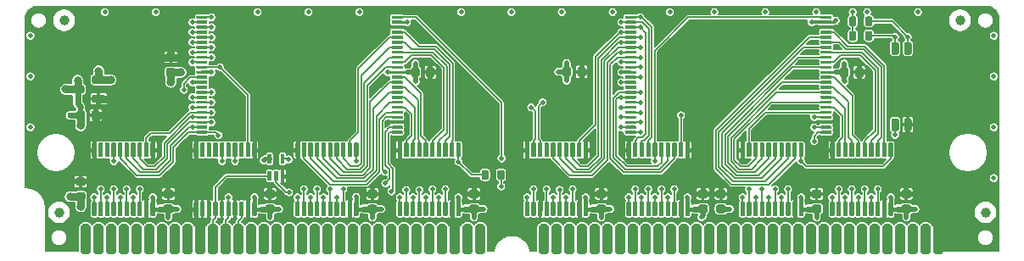
<source format=gtl>
G04 #@! TF.GenerationSoftware,KiCad,Pcbnew,(5.1.5-0-10_14)*
G04 #@! TF.CreationDate,2021-04-03T03:28:34-04:00*
G04 #@! TF.ProjectId,ROMSIMM,524f4d53-494d-44d2-9e6b-696361645f70,1.0*
G04 #@! TF.SameCoordinates,Original*
G04 #@! TF.FileFunction,Copper,L1,Top*
G04 #@! TF.FilePolarity,Positive*
%FSLAX46Y46*%
G04 Gerber Fmt 4.6, Leading zero omitted, Abs format (unit mm)*
G04 Created by KiCad (PCBNEW (5.1.5-0-10_14)) date 2021-04-03 03:28:34*
%MOMM*%
%LPD*%
G04 APERTURE LIST*
%ADD10C,0.100000*%
%ADD11C,1.000000*%
%ADD12C,0.500000*%
%ADD13C,0.800000*%
%ADD14C,0.600000*%
%ADD15C,0.508000*%
%ADD16C,0.500000*%
%ADD17C,0.800000*%
%ADD18C,0.600000*%
%ADD19C,0.150000*%
%ADD20C,0.400000*%
%ADD21C,0.300000*%
%ADD22C,0.250000*%
%ADD23C,0.152400*%
%ADD24C,0.154000*%
G04 APERTURE END LIST*
G04 #@! TA.AperFunction,SMDPad,CuDef*
D10*
G36*
X90182351Y-103800361D02*
G01*
X90189632Y-103801441D01*
X90196771Y-103803229D01*
X90203701Y-103805709D01*
X90210355Y-103808856D01*
X90216668Y-103812640D01*
X90222579Y-103817024D01*
X90228033Y-103821967D01*
X90232976Y-103827421D01*
X90237360Y-103833332D01*
X90241144Y-103839645D01*
X90244291Y-103846299D01*
X90246771Y-103853229D01*
X90248559Y-103860368D01*
X90249639Y-103867649D01*
X90250000Y-103875000D01*
X90250000Y-104025000D01*
X90249639Y-104032351D01*
X90248559Y-104039632D01*
X90246771Y-104046771D01*
X90244291Y-104053701D01*
X90241144Y-104060355D01*
X90237360Y-104066668D01*
X90232976Y-104072579D01*
X90228033Y-104078033D01*
X90222579Y-104082976D01*
X90216668Y-104087360D01*
X90210355Y-104091144D01*
X90203701Y-104094291D01*
X90196771Y-104096771D01*
X90189632Y-104098559D01*
X90182351Y-104099639D01*
X90175000Y-104100000D01*
X89225000Y-104100000D01*
X89217649Y-104099639D01*
X89210368Y-104098559D01*
X89203229Y-104096771D01*
X89196299Y-104094291D01*
X89189645Y-104091144D01*
X89183332Y-104087360D01*
X89177421Y-104082976D01*
X89171967Y-104078033D01*
X89167024Y-104072579D01*
X89162640Y-104066668D01*
X89158856Y-104060355D01*
X89155709Y-104053701D01*
X89153229Y-104046771D01*
X89151441Y-104039632D01*
X89150361Y-104032351D01*
X89150000Y-104025000D01*
X89150000Y-103875000D01*
X89150361Y-103867649D01*
X89151441Y-103860368D01*
X89153229Y-103853229D01*
X89155709Y-103846299D01*
X89158856Y-103839645D01*
X89162640Y-103833332D01*
X89167024Y-103827421D01*
X89171967Y-103821967D01*
X89177421Y-103817024D01*
X89183332Y-103812640D01*
X89189645Y-103808856D01*
X89196299Y-103805709D01*
X89203229Y-103803229D01*
X89210368Y-103801441D01*
X89217649Y-103800361D01*
X89225000Y-103800000D01*
X90175000Y-103800000D01*
X90182351Y-103800361D01*
G37*
G04 #@! TD.AperFunction*
G04 #@! TA.AperFunction,SMDPad,CuDef*
G36*
X109682351Y-115300361D02*
G01*
X109689632Y-115301441D01*
X109696771Y-115303229D01*
X109703701Y-115305709D01*
X109710355Y-115308856D01*
X109716668Y-115312640D01*
X109722579Y-115317024D01*
X109728033Y-115321967D01*
X109732976Y-115327421D01*
X109737360Y-115333332D01*
X109741144Y-115339645D01*
X109744291Y-115346299D01*
X109746771Y-115353229D01*
X109748559Y-115360368D01*
X109749639Y-115367649D01*
X109750000Y-115375000D01*
X109750000Y-115525000D01*
X109749639Y-115532351D01*
X109748559Y-115539632D01*
X109746771Y-115546771D01*
X109744291Y-115553701D01*
X109741144Y-115560355D01*
X109737360Y-115566668D01*
X109732976Y-115572579D01*
X109728033Y-115578033D01*
X109722579Y-115582976D01*
X109716668Y-115587360D01*
X109710355Y-115591144D01*
X109703701Y-115594291D01*
X109696771Y-115596771D01*
X109689632Y-115598559D01*
X109682351Y-115599639D01*
X109675000Y-115600000D01*
X108725000Y-115600000D01*
X108717649Y-115599639D01*
X108710368Y-115598559D01*
X108703229Y-115596771D01*
X108696299Y-115594291D01*
X108689645Y-115591144D01*
X108683332Y-115587360D01*
X108677421Y-115582976D01*
X108671967Y-115578033D01*
X108667024Y-115572579D01*
X108662640Y-115566668D01*
X108658856Y-115560355D01*
X108655709Y-115553701D01*
X108653229Y-115546771D01*
X108651441Y-115539632D01*
X108650361Y-115532351D01*
X108650000Y-115525000D01*
X108650000Y-115375000D01*
X108650361Y-115367649D01*
X108651441Y-115360368D01*
X108653229Y-115353229D01*
X108655709Y-115346299D01*
X108658856Y-115339645D01*
X108662640Y-115333332D01*
X108667024Y-115327421D01*
X108671967Y-115321967D01*
X108677421Y-115317024D01*
X108683332Y-115312640D01*
X108689645Y-115308856D01*
X108696299Y-115305709D01*
X108703229Y-115303229D01*
X108710368Y-115301441D01*
X108717649Y-115300361D01*
X108725000Y-115300000D01*
X109675000Y-115300000D01*
X109682351Y-115300361D01*
G37*
G04 #@! TD.AperFunction*
G04 #@! TA.AperFunction,SMDPad,CuDef*
G36*
X90182351Y-104300361D02*
G01*
X90189632Y-104301441D01*
X90196771Y-104303229D01*
X90203701Y-104305709D01*
X90210355Y-104308856D01*
X90216668Y-104312640D01*
X90222579Y-104317024D01*
X90228033Y-104321967D01*
X90232976Y-104327421D01*
X90237360Y-104333332D01*
X90241144Y-104339645D01*
X90244291Y-104346299D01*
X90246771Y-104353229D01*
X90248559Y-104360368D01*
X90249639Y-104367649D01*
X90250000Y-104375000D01*
X90250000Y-104525000D01*
X90249639Y-104532351D01*
X90248559Y-104539632D01*
X90246771Y-104546771D01*
X90244291Y-104553701D01*
X90241144Y-104560355D01*
X90237360Y-104566668D01*
X90232976Y-104572579D01*
X90228033Y-104578033D01*
X90222579Y-104582976D01*
X90216668Y-104587360D01*
X90210355Y-104591144D01*
X90203701Y-104594291D01*
X90196771Y-104596771D01*
X90189632Y-104598559D01*
X90182351Y-104599639D01*
X90175000Y-104600000D01*
X89225000Y-104600000D01*
X89217649Y-104599639D01*
X89210368Y-104598559D01*
X89203229Y-104596771D01*
X89196299Y-104594291D01*
X89189645Y-104591144D01*
X89183332Y-104587360D01*
X89177421Y-104582976D01*
X89171967Y-104578033D01*
X89167024Y-104572579D01*
X89162640Y-104566668D01*
X89158856Y-104560355D01*
X89155709Y-104553701D01*
X89153229Y-104546771D01*
X89151441Y-104539632D01*
X89150361Y-104532351D01*
X89150000Y-104525000D01*
X89150000Y-104375000D01*
X89150361Y-104367649D01*
X89151441Y-104360368D01*
X89153229Y-104353229D01*
X89155709Y-104346299D01*
X89158856Y-104339645D01*
X89162640Y-104333332D01*
X89167024Y-104327421D01*
X89171967Y-104321967D01*
X89177421Y-104317024D01*
X89183332Y-104312640D01*
X89189645Y-104308856D01*
X89196299Y-104305709D01*
X89203229Y-104303229D01*
X89210368Y-104301441D01*
X89217649Y-104300361D01*
X89225000Y-104300000D01*
X90175000Y-104300000D01*
X90182351Y-104300361D01*
G37*
G04 #@! TD.AperFunction*
G04 #@! TA.AperFunction,SMDPad,CuDef*
G36*
X90182351Y-104800361D02*
G01*
X90189632Y-104801441D01*
X90196771Y-104803229D01*
X90203701Y-104805709D01*
X90210355Y-104808856D01*
X90216668Y-104812640D01*
X90222579Y-104817024D01*
X90228033Y-104821967D01*
X90232976Y-104827421D01*
X90237360Y-104833332D01*
X90241144Y-104839645D01*
X90244291Y-104846299D01*
X90246771Y-104853229D01*
X90248559Y-104860368D01*
X90249639Y-104867649D01*
X90250000Y-104875000D01*
X90250000Y-105025000D01*
X90249639Y-105032351D01*
X90248559Y-105039632D01*
X90246771Y-105046771D01*
X90244291Y-105053701D01*
X90241144Y-105060355D01*
X90237360Y-105066668D01*
X90232976Y-105072579D01*
X90228033Y-105078033D01*
X90222579Y-105082976D01*
X90216668Y-105087360D01*
X90210355Y-105091144D01*
X90203701Y-105094291D01*
X90196771Y-105096771D01*
X90189632Y-105098559D01*
X90182351Y-105099639D01*
X90175000Y-105100000D01*
X89225000Y-105100000D01*
X89217649Y-105099639D01*
X89210368Y-105098559D01*
X89203229Y-105096771D01*
X89196299Y-105094291D01*
X89189645Y-105091144D01*
X89183332Y-105087360D01*
X89177421Y-105082976D01*
X89171967Y-105078033D01*
X89167024Y-105072579D01*
X89162640Y-105066668D01*
X89158856Y-105060355D01*
X89155709Y-105053701D01*
X89153229Y-105046771D01*
X89151441Y-105039632D01*
X89150361Y-105032351D01*
X89150000Y-105025000D01*
X89150000Y-104875000D01*
X89150361Y-104867649D01*
X89151441Y-104860368D01*
X89153229Y-104853229D01*
X89155709Y-104846299D01*
X89158856Y-104839645D01*
X89162640Y-104833332D01*
X89167024Y-104827421D01*
X89171967Y-104821967D01*
X89177421Y-104817024D01*
X89183332Y-104812640D01*
X89189645Y-104808856D01*
X89196299Y-104805709D01*
X89203229Y-104803229D01*
X89210368Y-104801441D01*
X89217649Y-104800361D01*
X89225000Y-104800000D01*
X90175000Y-104800000D01*
X90182351Y-104800361D01*
G37*
G04 #@! TD.AperFunction*
G04 #@! TA.AperFunction,SMDPad,CuDef*
G36*
X90182351Y-105300361D02*
G01*
X90189632Y-105301441D01*
X90196771Y-105303229D01*
X90203701Y-105305709D01*
X90210355Y-105308856D01*
X90216668Y-105312640D01*
X90222579Y-105317024D01*
X90228033Y-105321967D01*
X90232976Y-105327421D01*
X90237360Y-105333332D01*
X90241144Y-105339645D01*
X90244291Y-105346299D01*
X90246771Y-105353229D01*
X90248559Y-105360368D01*
X90249639Y-105367649D01*
X90250000Y-105375000D01*
X90250000Y-105525000D01*
X90249639Y-105532351D01*
X90248559Y-105539632D01*
X90246771Y-105546771D01*
X90244291Y-105553701D01*
X90241144Y-105560355D01*
X90237360Y-105566668D01*
X90232976Y-105572579D01*
X90228033Y-105578033D01*
X90222579Y-105582976D01*
X90216668Y-105587360D01*
X90210355Y-105591144D01*
X90203701Y-105594291D01*
X90196771Y-105596771D01*
X90189632Y-105598559D01*
X90182351Y-105599639D01*
X90175000Y-105600000D01*
X89225000Y-105600000D01*
X89217649Y-105599639D01*
X89210368Y-105598559D01*
X89203229Y-105596771D01*
X89196299Y-105594291D01*
X89189645Y-105591144D01*
X89183332Y-105587360D01*
X89177421Y-105582976D01*
X89171967Y-105578033D01*
X89167024Y-105572579D01*
X89162640Y-105566668D01*
X89158856Y-105560355D01*
X89155709Y-105553701D01*
X89153229Y-105546771D01*
X89151441Y-105539632D01*
X89150361Y-105532351D01*
X89150000Y-105525000D01*
X89150000Y-105375000D01*
X89150361Y-105367649D01*
X89151441Y-105360368D01*
X89153229Y-105353229D01*
X89155709Y-105346299D01*
X89158856Y-105339645D01*
X89162640Y-105333332D01*
X89167024Y-105327421D01*
X89171967Y-105321967D01*
X89177421Y-105317024D01*
X89183332Y-105312640D01*
X89189645Y-105308856D01*
X89196299Y-105305709D01*
X89203229Y-105303229D01*
X89210368Y-105301441D01*
X89217649Y-105300361D01*
X89225000Y-105300000D01*
X90175000Y-105300000D01*
X90182351Y-105300361D01*
G37*
G04 #@! TD.AperFunction*
G04 #@! TA.AperFunction,SMDPad,CuDef*
G36*
X90182351Y-105800361D02*
G01*
X90189632Y-105801441D01*
X90196771Y-105803229D01*
X90203701Y-105805709D01*
X90210355Y-105808856D01*
X90216668Y-105812640D01*
X90222579Y-105817024D01*
X90228033Y-105821967D01*
X90232976Y-105827421D01*
X90237360Y-105833332D01*
X90241144Y-105839645D01*
X90244291Y-105846299D01*
X90246771Y-105853229D01*
X90248559Y-105860368D01*
X90249639Y-105867649D01*
X90250000Y-105875000D01*
X90250000Y-106025000D01*
X90249639Y-106032351D01*
X90248559Y-106039632D01*
X90246771Y-106046771D01*
X90244291Y-106053701D01*
X90241144Y-106060355D01*
X90237360Y-106066668D01*
X90232976Y-106072579D01*
X90228033Y-106078033D01*
X90222579Y-106082976D01*
X90216668Y-106087360D01*
X90210355Y-106091144D01*
X90203701Y-106094291D01*
X90196771Y-106096771D01*
X90189632Y-106098559D01*
X90182351Y-106099639D01*
X90175000Y-106100000D01*
X89225000Y-106100000D01*
X89217649Y-106099639D01*
X89210368Y-106098559D01*
X89203229Y-106096771D01*
X89196299Y-106094291D01*
X89189645Y-106091144D01*
X89183332Y-106087360D01*
X89177421Y-106082976D01*
X89171967Y-106078033D01*
X89167024Y-106072579D01*
X89162640Y-106066668D01*
X89158856Y-106060355D01*
X89155709Y-106053701D01*
X89153229Y-106046771D01*
X89151441Y-106039632D01*
X89150361Y-106032351D01*
X89150000Y-106025000D01*
X89150000Y-105875000D01*
X89150361Y-105867649D01*
X89151441Y-105860368D01*
X89153229Y-105853229D01*
X89155709Y-105846299D01*
X89158856Y-105839645D01*
X89162640Y-105833332D01*
X89167024Y-105827421D01*
X89171967Y-105821967D01*
X89177421Y-105817024D01*
X89183332Y-105812640D01*
X89189645Y-105808856D01*
X89196299Y-105805709D01*
X89203229Y-105803229D01*
X89210368Y-105801441D01*
X89217649Y-105800361D01*
X89225000Y-105800000D01*
X90175000Y-105800000D01*
X90182351Y-105800361D01*
G37*
G04 #@! TD.AperFunction*
G04 #@! TA.AperFunction,SMDPad,CuDef*
G36*
X90182351Y-106300361D02*
G01*
X90189632Y-106301441D01*
X90196771Y-106303229D01*
X90203701Y-106305709D01*
X90210355Y-106308856D01*
X90216668Y-106312640D01*
X90222579Y-106317024D01*
X90228033Y-106321967D01*
X90232976Y-106327421D01*
X90237360Y-106333332D01*
X90241144Y-106339645D01*
X90244291Y-106346299D01*
X90246771Y-106353229D01*
X90248559Y-106360368D01*
X90249639Y-106367649D01*
X90250000Y-106375000D01*
X90250000Y-106525000D01*
X90249639Y-106532351D01*
X90248559Y-106539632D01*
X90246771Y-106546771D01*
X90244291Y-106553701D01*
X90241144Y-106560355D01*
X90237360Y-106566668D01*
X90232976Y-106572579D01*
X90228033Y-106578033D01*
X90222579Y-106582976D01*
X90216668Y-106587360D01*
X90210355Y-106591144D01*
X90203701Y-106594291D01*
X90196771Y-106596771D01*
X90189632Y-106598559D01*
X90182351Y-106599639D01*
X90175000Y-106600000D01*
X89225000Y-106600000D01*
X89217649Y-106599639D01*
X89210368Y-106598559D01*
X89203229Y-106596771D01*
X89196299Y-106594291D01*
X89189645Y-106591144D01*
X89183332Y-106587360D01*
X89177421Y-106582976D01*
X89171967Y-106578033D01*
X89167024Y-106572579D01*
X89162640Y-106566668D01*
X89158856Y-106560355D01*
X89155709Y-106553701D01*
X89153229Y-106546771D01*
X89151441Y-106539632D01*
X89150361Y-106532351D01*
X89150000Y-106525000D01*
X89150000Y-106375000D01*
X89150361Y-106367649D01*
X89151441Y-106360368D01*
X89153229Y-106353229D01*
X89155709Y-106346299D01*
X89158856Y-106339645D01*
X89162640Y-106333332D01*
X89167024Y-106327421D01*
X89171967Y-106321967D01*
X89177421Y-106317024D01*
X89183332Y-106312640D01*
X89189645Y-106308856D01*
X89196299Y-106305709D01*
X89203229Y-106303229D01*
X89210368Y-106301441D01*
X89217649Y-106300361D01*
X89225000Y-106300000D01*
X90175000Y-106300000D01*
X90182351Y-106300361D01*
G37*
G04 #@! TD.AperFunction*
G04 #@! TA.AperFunction,SMDPad,CuDef*
G36*
X90182351Y-106800361D02*
G01*
X90189632Y-106801441D01*
X90196771Y-106803229D01*
X90203701Y-106805709D01*
X90210355Y-106808856D01*
X90216668Y-106812640D01*
X90222579Y-106817024D01*
X90228033Y-106821967D01*
X90232976Y-106827421D01*
X90237360Y-106833332D01*
X90241144Y-106839645D01*
X90244291Y-106846299D01*
X90246771Y-106853229D01*
X90248559Y-106860368D01*
X90249639Y-106867649D01*
X90250000Y-106875000D01*
X90250000Y-107025000D01*
X90249639Y-107032351D01*
X90248559Y-107039632D01*
X90246771Y-107046771D01*
X90244291Y-107053701D01*
X90241144Y-107060355D01*
X90237360Y-107066668D01*
X90232976Y-107072579D01*
X90228033Y-107078033D01*
X90222579Y-107082976D01*
X90216668Y-107087360D01*
X90210355Y-107091144D01*
X90203701Y-107094291D01*
X90196771Y-107096771D01*
X90189632Y-107098559D01*
X90182351Y-107099639D01*
X90175000Y-107100000D01*
X89225000Y-107100000D01*
X89217649Y-107099639D01*
X89210368Y-107098559D01*
X89203229Y-107096771D01*
X89196299Y-107094291D01*
X89189645Y-107091144D01*
X89183332Y-107087360D01*
X89177421Y-107082976D01*
X89171967Y-107078033D01*
X89167024Y-107072579D01*
X89162640Y-107066668D01*
X89158856Y-107060355D01*
X89155709Y-107053701D01*
X89153229Y-107046771D01*
X89151441Y-107039632D01*
X89150361Y-107032351D01*
X89150000Y-107025000D01*
X89150000Y-106875000D01*
X89150361Y-106867649D01*
X89151441Y-106860368D01*
X89153229Y-106853229D01*
X89155709Y-106846299D01*
X89158856Y-106839645D01*
X89162640Y-106833332D01*
X89167024Y-106827421D01*
X89171967Y-106821967D01*
X89177421Y-106817024D01*
X89183332Y-106812640D01*
X89189645Y-106808856D01*
X89196299Y-106805709D01*
X89203229Y-106803229D01*
X89210368Y-106801441D01*
X89217649Y-106800361D01*
X89225000Y-106800000D01*
X90175000Y-106800000D01*
X90182351Y-106800361D01*
G37*
G04 #@! TD.AperFunction*
G04 #@! TA.AperFunction,SMDPad,CuDef*
G36*
X90182351Y-107300361D02*
G01*
X90189632Y-107301441D01*
X90196771Y-107303229D01*
X90203701Y-107305709D01*
X90210355Y-107308856D01*
X90216668Y-107312640D01*
X90222579Y-107317024D01*
X90228033Y-107321967D01*
X90232976Y-107327421D01*
X90237360Y-107333332D01*
X90241144Y-107339645D01*
X90244291Y-107346299D01*
X90246771Y-107353229D01*
X90248559Y-107360368D01*
X90249639Y-107367649D01*
X90250000Y-107375000D01*
X90250000Y-107525000D01*
X90249639Y-107532351D01*
X90248559Y-107539632D01*
X90246771Y-107546771D01*
X90244291Y-107553701D01*
X90241144Y-107560355D01*
X90237360Y-107566668D01*
X90232976Y-107572579D01*
X90228033Y-107578033D01*
X90222579Y-107582976D01*
X90216668Y-107587360D01*
X90210355Y-107591144D01*
X90203701Y-107594291D01*
X90196771Y-107596771D01*
X90189632Y-107598559D01*
X90182351Y-107599639D01*
X90175000Y-107600000D01*
X89225000Y-107600000D01*
X89217649Y-107599639D01*
X89210368Y-107598559D01*
X89203229Y-107596771D01*
X89196299Y-107594291D01*
X89189645Y-107591144D01*
X89183332Y-107587360D01*
X89177421Y-107582976D01*
X89171967Y-107578033D01*
X89167024Y-107572579D01*
X89162640Y-107566668D01*
X89158856Y-107560355D01*
X89155709Y-107553701D01*
X89153229Y-107546771D01*
X89151441Y-107539632D01*
X89150361Y-107532351D01*
X89150000Y-107525000D01*
X89150000Y-107375000D01*
X89150361Y-107367649D01*
X89151441Y-107360368D01*
X89153229Y-107353229D01*
X89155709Y-107346299D01*
X89158856Y-107339645D01*
X89162640Y-107333332D01*
X89167024Y-107327421D01*
X89171967Y-107321967D01*
X89177421Y-107317024D01*
X89183332Y-107312640D01*
X89189645Y-107308856D01*
X89196299Y-107305709D01*
X89203229Y-107303229D01*
X89210368Y-107301441D01*
X89217649Y-107300361D01*
X89225000Y-107300000D01*
X90175000Y-107300000D01*
X90182351Y-107300361D01*
G37*
G04 #@! TD.AperFunction*
G04 #@! TA.AperFunction,SMDPad,CuDef*
G36*
X90182351Y-107800361D02*
G01*
X90189632Y-107801441D01*
X90196771Y-107803229D01*
X90203701Y-107805709D01*
X90210355Y-107808856D01*
X90216668Y-107812640D01*
X90222579Y-107817024D01*
X90228033Y-107821967D01*
X90232976Y-107827421D01*
X90237360Y-107833332D01*
X90241144Y-107839645D01*
X90244291Y-107846299D01*
X90246771Y-107853229D01*
X90248559Y-107860368D01*
X90249639Y-107867649D01*
X90250000Y-107875000D01*
X90250000Y-108025000D01*
X90249639Y-108032351D01*
X90248559Y-108039632D01*
X90246771Y-108046771D01*
X90244291Y-108053701D01*
X90241144Y-108060355D01*
X90237360Y-108066668D01*
X90232976Y-108072579D01*
X90228033Y-108078033D01*
X90222579Y-108082976D01*
X90216668Y-108087360D01*
X90210355Y-108091144D01*
X90203701Y-108094291D01*
X90196771Y-108096771D01*
X90189632Y-108098559D01*
X90182351Y-108099639D01*
X90175000Y-108100000D01*
X89225000Y-108100000D01*
X89217649Y-108099639D01*
X89210368Y-108098559D01*
X89203229Y-108096771D01*
X89196299Y-108094291D01*
X89189645Y-108091144D01*
X89183332Y-108087360D01*
X89177421Y-108082976D01*
X89171967Y-108078033D01*
X89167024Y-108072579D01*
X89162640Y-108066668D01*
X89158856Y-108060355D01*
X89155709Y-108053701D01*
X89153229Y-108046771D01*
X89151441Y-108039632D01*
X89150361Y-108032351D01*
X89150000Y-108025000D01*
X89150000Y-107875000D01*
X89150361Y-107867649D01*
X89151441Y-107860368D01*
X89153229Y-107853229D01*
X89155709Y-107846299D01*
X89158856Y-107839645D01*
X89162640Y-107833332D01*
X89167024Y-107827421D01*
X89171967Y-107821967D01*
X89177421Y-107817024D01*
X89183332Y-107812640D01*
X89189645Y-107808856D01*
X89196299Y-107805709D01*
X89203229Y-107803229D01*
X89210368Y-107801441D01*
X89217649Y-107800361D01*
X89225000Y-107800000D01*
X90175000Y-107800000D01*
X90182351Y-107800361D01*
G37*
G04 #@! TD.AperFunction*
G04 #@! TA.AperFunction,SMDPad,CuDef*
G36*
X90182351Y-108300361D02*
G01*
X90189632Y-108301441D01*
X90196771Y-108303229D01*
X90203701Y-108305709D01*
X90210355Y-108308856D01*
X90216668Y-108312640D01*
X90222579Y-108317024D01*
X90228033Y-108321967D01*
X90232976Y-108327421D01*
X90237360Y-108333332D01*
X90241144Y-108339645D01*
X90244291Y-108346299D01*
X90246771Y-108353229D01*
X90248559Y-108360368D01*
X90249639Y-108367649D01*
X90250000Y-108375000D01*
X90250000Y-108525000D01*
X90249639Y-108532351D01*
X90248559Y-108539632D01*
X90246771Y-108546771D01*
X90244291Y-108553701D01*
X90241144Y-108560355D01*
X90237360Y-108566668D01*
X90232976Y-108572579D01*
X90228033Y-108578033D01*
X90222579Y-108582976D01*
X90216668Y-108587360D01*
X90210355Y-108591144D01*
X90203701Y-108594291D01*
X90196771Y-108596771D01*
X90189632Y-108598559D01*
X90182351Y-108599639D01*
X90175000Y-108600000D01*
X89225000Y-108600000D01*
X89217649Y-108599639D01*
X89210368Y-108598559D01*
X89203229Y-108596771D01*
X89196299Y-108594291D01*
X89189645Y-108591144D01*
X89183332Y-108587360D01*
X89177421Y-108582976D01*
X89171967Y-108578033D01*
X89167024Y-108572579D01*
X89162640Y-108566668D01*
X89158856Y-108560355D01*
X89155709Y-108553701D01*
X89153229Y-108546771D01*
X89151441Y-108539632D01*
X89150361Y-108532351D01*
X89150000Y-108525000D01*
X89150000Y-108375000D01*
X89150361Y-108367649D01*
X89151441Y-108360368D01*
X89153229Y-108353229D01*
X89155709Y-108346299D01*
X89158856Y-108339645D01*
X89162640Y-108333332D01*
X89167024Y-108327421D01*
X89171967Y-108321967D01*
X89177421Y-108317024D01*
X89183332Y-108312640D01*
X89189645Y-108308856D01*
X89196299Y-108305709D01*
X89203229Y-108303229D01*
X89210368Y-108301441D01*
X89217649Y-108300361D01*
X89225000Y-108300000D01*
X90175000Y-108300000D01*
X90182351Y-108300361D01*
G37*
G04 #@! TD.AperFunction*
G04 #@! TA.AperFunction,SMDPad,CuDef*
G36*
X90182351Y-108800361D02*
G01*
X90189632Y-108801441D01*
X90196771Y-108803229D01*
X90203701Y-108805709D01*
X90210355Y-108808856D01*
X90216668Y-108812640D01*
X90222579Y-108817024D01*
X90228033Y-108821967D01*
X90232976Y-108827421D01*
X90237360Y-108833332D01*
X90241144Y-108839645D01*
X90244291Y-108846299D01*
X90246771Y-108853229D01*
X90248559Y-108860368D01*
X90249639Y-108867649D01*
X90250000Y-108875000D01*
X90250000Y-109025000D01*
X90249639Y-109032351D01*
X90248559Y-109039632D01*
X90246771Y-109046771D01*
X90244291Y-109053701D01*
X90241144Y-109060355D01*
X90237360Y-109066668D01*
X90232976Y-109072579D01*
X90228033Y-109078033D01*
X90222579Y-109082976D01*
X90216668Y-109087360D01*
X90210355Y-109091144D01*
X90203701Y-109094291D01*
X90196771Y-109096771D01*
X90189632Y-109098559D01*
X90182351Y-109099639D01*
X90175000Y-109100000D01*
X89225000Y-109100000D01*
X89217649Y-109099639D01*
X89210368Y-109098559D01*
X89203229Y-109096771D01*
X89196299Y-109094291D01*
X89189645Y-109091144D01*
X89183332Y-109087360D01*
X89177421Y-109082976D01*
X89171967Y-109078033D01*
X89167024Y-109072579D01*
X89162640Y-109066668D01*
X89158856Y-109060355D01*
X89155709Y-109053701D01*
X89153229Y-109046771D01*
X89151441Y-109039632D01*
X89150361Y-109032351D01*
X89150000Y-109025000D01*
X89150000Y-108875000D01*
X89150361Y-108867649D01*
X89151441Y-108860368D01*
X89153229Y-108853229D01*
X89155709Y-108846299D01*
X89158856Y-108839645D01*
X89162640Y-108833332D01*
X89167024Y-108827421D01*
X89171967Y-108821967D01*
X89177421Y-108817024D01*
X89183332Y-108812640D01*
X89189645Y-108808856D01*
X89196299Y-108805709D01*
X89203229Y-108803229D01*
X89210368Y-108801441D01*
X89217649Y-108800361D01*
X89225000Y-108800000D01*
X90175000Y-108800000D01*
X90182351Y-108800361D01*
G37*
G04 #@! TD.AperFunction*
G04 #@! TA.AperFunction,SMDPad,CuDef*
G36*
X90182351Y-109300361D02*
G01*
X90189632Y-109301441D01*
X90196771Y-109303229D01*
X90203701Y-109305709D01*
X90210355Y-109308856D01*
X90216668Y-109312640D01*
X90222579Y-109317024D01*
X90228033Y-109321967D01*
X90232976Y-109327421D01*
X90237360Y-109333332D01*
X90241144Y-109339645D01*
X90244291Y-109346299D01*
X90246771Y-109353229D01*
X90248559Y-109360368D01*
X90249639Y-109367649D01*
X90250000Y-109375000D01*
X90250000Y-109525000D01*
X90249639Y-109532351D01*
X90248559Y-109539632D01*
X90246771Y-109546771D01*
X90244291Y-109553701D01*
X90241144Y-109560355D01*
X90237360Y-109566668D01*
X90232976Y-109572579D01*
X90228033Y-109578033D01*
X90222579Y-109582976D01*
X90216668Y-109587360D01*
X90210355Y-109591144D01*
X90203701Y-109594291D01*
X90196771Y-109596771D01*
X90189632Y-109598559D01*
X90182351Y-109599639D01*
X90175000Y-109600000D01*
X89225000Y-109600000D01*
X89217649Y-109599639D01*
X89210368Y-109598559D01*
X89203229Y-109596771D01*
X89196299Y-109594291D01*
X89189645Y-109591144D01*
X89183332Y-109587360D01*
X89177421Y-109582976D01*
X89171967Y-109578033D01*
X89167024Y-109572579D01*
X89162640Y-109566668D01*
X89158856Y-109560355D01*
X89155709Y-109553701D01*
X89153229Y-109546771D01*
X89151441Y-109539632D01*
X89150361Y-109532351D01*
X89150000Y-109525000D01*
X89150000Y-109375000D01*
X89150361Y-109367649D01*
X89151441Y-109360368D01*
X89153229Y-109353229D01*
X89155709Y-109346299D01*
X89158856Y-109339645D01*
X89162640Y-109333332D01*
X89167024Y-109327421D01*
X89171967Y-109321967D01*
X89177421Y-109317024D01*
X89183332Y-109312640D01*
X89189645Y-109308856D01*
X89196299Y-109305709D01*
X89203229Y-109303229D01*
X89210368Y-109301441D01*
X89217649Y-109300361D01*
X89225000Y-109300000D01*
X90175000Y-109300000D01*
X90182351Y-109300361D01*
G37*
G04 #@! TD.AperFunction*
G04 #@! TA.AperFunction,SMDPad,CuDef*
G36*
X90182351Y-109800361D02*
G01*
X90189632Y-109801441D01*
X90196771Y-109803229D01*
X90203701Y-109805709D01*
X90210355Y-109808856D01*
X90216668Y-109812640D01*
X90222579Y-109817024D01*
X90228033Y-109821967D01*
X90232976Y-109827421D01*
X90237360Y-109833332D01*
X90241144Y-109839645D01*
X90244291Y-109846299D01*
X90246771Y-109853229D01*
X90248559Y-109860368D01*
X90249639Y-109867649D01*
X90250000Y-109875000D01*
X90250000Y-110025000D01*
X90249639Y-110032351D01*
X90248559Y-110039632D01*
X90246771Y-110046771D01*
X90244291Y-110053701D01*
X90241144Y-110060355D01*
X90237360Y-110066668D01*
X90232976Y-110072579D01*
X90228033Y-110078033D01*
X90222579Y-110082976D01*
X90216668Y-110087360D01*
X90210355Y-110091144D01*
X90203701Y-110094291D01*
X90196771Y-110096771D01*
X90189632Y-110098559D01*
X90182351Y-110099639D01*
X90175000Y-110100000D01*
X89225000Y-110100000D01*
X89217649Y-110099639D01*
X89210368Y-110098559D01*
X89203229Y-110096771D01*
X89196299Y-110094291D01*
X89189645Y-110091144D01*
X89183332Y-110087360D01*
X89177421Y-110082976D01*
X89171967Y-110078033D01*
X89167024Y-110072579D01*
X89162640Y-110066668D01*
X89158856Y-110060355D01*
X89155709Y-110053701D01*
X89153229Y-110046771D01*
X89151441Y-110039632D01*
X89150361Y-110032351D01*
X89150000Y-110025000D01*
X89150000Y-109875000D01*
X89150361Y-109867649D01*
X89151441Y-109860368D01*
X89153229Y-109853229D01*
X89155709Y-109846299D01*
X89158856Y-109839645D01*
X89162640Y-109833332D01*
X89167024Y-109827421D01*
X89171967Y-109821967D01*
X89177421Y-109817024D01*
X89183332Y-109812640D01*
X89189645Y-109808856D01*
X89196299Y-109805709D01*
X89203229Y-109803229D01*
X89210368Y-109801441D01*
X89217649Y-109800361D01*
X89225000Y-109800000D01*
X90175000Y-109800000D01*
X90182351Y-109800361D01*
G37*
G04 #@! TD.AperFunction*
G04 #@! TA.AperFunction,SMDPad,CuDef*
G36*
X90182351Y-110300361D02*
G01*
X90189632Y-110301441D01*
X90196771Y-110303229D01*
X90203701Y-110305709D01*
X90210355Y-110308856D01*
X90216668Y-110312640D01*
X90222579Y-110317024D01*
X90228033Y-110321967D01*
X90232976Y-110327421D01*
X90237360Y-110333332D01*
X90241144Y-110339645D01*
X90244291Y-110346299D01*
X90246771Y-110353229D01*
X90248559Y-110360368D01*
X90249639Y-110367649D01*
X90250000Y-110375000D01*
X90250000Y-110525000D01*
X90249639Y-110532351D01*
X90248559Y-110539632D01*
X90246771Y-110546771D01*
X90244291Y-110553701D01*
X90241144Y-110560355D01*
X90237360Y-110566668D01*
X90232976Y-110572579D01*
X90228033Y-110578033D01*
X90222579Y-110582976D01*
X90216668Y-110587360D01*
X90210355Y-110591144D01*
X90203701Y-110594291D01*
X90196771Y-110596771D01*
X90189632Y-110598559D01*
X90182351Y-110599639D01*
X90175000Y-110600000D01*
X89225000Y-110600000D01*
X89217649Y-110599639D01*
X89210368Y-110598559D01*
X89203229Y-110596771D01*
X89196299Y-110594291D01*
X89189645Y-110591144D01*
X89183332Y-110587360D01*
X89177421Y-110582976D01*
X89171967Y-110578033D01*
X89167024Y-110572579D01*
X89162640Y-110566668D01*
X89158856Y-110560355D01*
X89155709Y-110553701D01*
X89153229Y-110546771D01*
X89151441Y-110539632D01*
X89150361Y-110532351D01*
X89150000Y-110525000D01*
X89150000Y-110375000D01*
X89150361Y-110367649D01*
X89151441Y-110360368D01*
X89153229Y-110353229D01*
X89155709Y-110346299D01*
X89158856Y-110339645D01*
X89162640Y-110333332D01*
X89167024Y-110327421D01*
X89171967Y-110321967D01*
X89177421Y-110317024D01*
X89183332Y-110312640D01*
X89189645Y-110308856D01*
X89196299Y-110305709D01*
X89203229Y-110303229D01*
X89210368Y-110301441D01*
X89217649Y-110300361D01*
X89225000Y-110300000D01*
X90175000Y-110300000D01*
X90182351Y-110300361D01*
G37*
G04 #@! TD.AperFunction*
G04 #@! TA.AperFunction,SMDPad,CuDef*
G36*
X90182351Y-110800361D02*
G01*
X90189632Y-110801441D01*
X90196771Y-110803229D01*
X90203701Y-110805709D01*
X90210355Y-110808856D01*
X90216668Y-110812640D01*
X90222579Y-110817024D01*
X90228033Y-110821967D01*
X90232976Y-110827421D01*
X90237360Y-110833332D01*
X90241144Y-110839645D01*
X90244291Y-110846299D01*
X90246771Y-110853229D01*
X90248559Y-110860368D01*
X90249639Y-110867649D01*
X90250000Y-110875000D01*
X90250000Y-111025000D01*
X90249639Y-111032351D01*
X90248559Y-111039632D01*
X90246771Y-111046771D01*
X90244291Y-111053701D01*
X90241144Y-111060355D01*
X90237360Y-111066668D01*
X90232976Y-111072579D01*
X90228033Y-111078033D01*
X90222579Y-111082976D01*
X90216668Y-111087360D01*
X90210355Y-111091144D01*
X90203701Y-111094291D01*
X90196771Y-111096771D01*
X90189632Y-111098559D01*
X90182351Y-111099639D01*
X90175000Y-111100000D01*
X89225000Y-111100000D01*
X89217649Y-111099639D01*
X89210368Y-111098559D01*
X89203229Y-111096771D01*
X89196299Y-111094291D01*
X89189645Y-111091144D01*
X89183332Y-111087360D01*
X89177421Y-111082976D01*
X89171967Y-111078033D01*
X89167024Y-111072579D01*
X89162640Y-111066668D01*
X89158856Y-111060355D01*
X89155709Y-111053701D01*
X89153229Y-111046771D01*
X89151441Y-111039632D01*
X89150361Y-111032351D01*
X89150000Y-111025000D01*
X89150000Y-110875000D01*
X89150361Y-110867649D01*
X89151441Y-110860368D01*
X89153229Y-110853229D01*
X89155709Y-110846299D01*
X89158856Y-110839645D01*
X89162640Y-110833332D01*
X89167024Y-110827421D01*
X89171967Y-110821967D01*
X89177421Y-110817024D01*
X89183332Y-110812640D01*
X89189645Y-110808856D01*
X89196299Y-110805709D01*
X89203229Y-110803229D01*
X89210368Y-110801441D01*
X89217649Y-110800361D01*
X89225000Y-110800000D01*
X90175000Y-110800000D01*
X90182351Y-110800361D01*
G37*
G04 #@! TD.AperFunction*
G04 #@! TA.AperFunction,SMDPad,CuDef*
G36*
X90182351Y-111300361D02*
G01*
X90189632Y-111301441D01*
X90196771Y-111303229D01*
X90203701Y-111305709D01*
X90210355Y-111308856D01*
X90216668Y-111312640D01*
X90222579Y-111317024D01*
X90228033Y-111321967D01*
X90232976Y-111327421D01*
X90237360Y-111333332D01*
X90241144Y-111339645D01*
X90244291Y-111346299D01*
X90246771Y-111353229D01*
X90248559Y-111360368D01*
X90249639Y-111367649D01*
X90250000Y-111375000D01*
X90250000Y-111525000D01*
X90249639Y-111532351D01*
X90248559Y-111539632D01*
X90246771Y-111546771D01*
X90244291Y-111553701D01*
X90241144Y-111560355D01*
X90237360Y-111566668D01*
X90232976Y-111572579D01*
X90228033Y-111578033D01*
X90222579Y-111582976D01*
X90216668Y-111587360D01*
X90210355Y-111591144D01*
X90203701Y-111594291D01*
X90196771Y-111596771D01*
X90189632Y-111598559D01*
X90182351Y-111599639D01*
X90175000Y-111600000D01*
X89225000Y-111600000D01*
X89217649Y-111599639D01*
X89210368Y-111598559D01*
X89203229Y-111596771D01*
X89196299Y-111594291D01*
X89189645Y-111591144D01*
X89183332Y-111587360D01*
X89177421Y-111582976D01*
X89171967Y-111578033D01*
X89167024Y-111572579D01*
X89162640Y-111566668D01*
X89158856Y-111560355D01*
X89155709Y-111553701D01*
X89153229Y-111546771D01*
X89151441Y-111539632D01*
X89150361Y-111532351D01*
X89150000Y-111525000D01*
X89150000Y-111375000D01*
X89150361Y-111367649D01*
X89151441Y-111360368D01*
X89153229Y-111353229D01*
X89155709Y-111346299D01*
X89158856Y-111339645D01*
X89162640Y-111333332D01*
X89167024Y-111327421D01*
X89171967Y-111321967D01*
X89177421Y-111317024D01*
X89183332Y-111312640D01*
X89189645Y-111308856D01*
X89196299Y-111305709D01*
X89203229Y-111303229D01*
X89210368Y-111301441D01*
X89217649Y-111300361D01*
X89225000Y-111300000D01*
X90175000Y-111300000D01*
X90182351Y-111300361D01*
G37*
G04 #@! TD.AperFunction*
G04 #@! TA.AperFunction,SMDPad,CuDef*
G36*
X90182351Y-111800361D02*
G01*
X90189632Y-111801441D01*
X90196771Y-111803229D01*
X90203701Y-111805709D01*
X90210355Y-111808856D01*
X90216668Y-111812640D01*
X90222579Y-111817024D01*
X90228033Y-111821967D01*
X90232976Y-111827421D01*
X90237360Y-111833332D01*
X90241144Y-111839645D01*
X90244291Y-111846299D01*
X90246771Y-111853229D01*
X90248559Y-111860368D01*
X90249639Y-111867649D01*
X90250000Y-111875000D01*
X90250000Y-112025000D01*
X90249639Y-112032351D01*
X90248559Y-112039632D01*
X90246771Y-112046771D01*
X90244291Y-112053701D01*
X90241144Y-112060355D01*
X90237360Y-112066668D01*
X90232976Y-112072579D01*
X90228033Y-112078033D01*
X90222579Y-112082976D01*
X90216668Y-112087360D01*
X90210355Y-112091144D01*
X90203701Y-112094291D01*
X90196771Y-112096771D01*
X90189632Y-112098559D01*
X90182351Y-112099639D01*
X90175000Y-112100000D01*
X89225000Y-112100000D01*
X89217649Y-112099639D01*
X89210368Y-112098559D01*
X89203229Y-112096771D01*
X89196299Y-112094291D01*
X89189645Y-112091144D01*
X89183332Y-112087360D01*
X89177421Y-112082976D01*
X89171967Y-112078033D01*
X89167024Y-112072579D01*
X89162640Y-112066668D01*
X89158856Y-112060355D01*
X89155709Y-112053701D01*
X89153229Y-112046771D01*
X89151441Y-112039632D01*
X89150361Y-112032351D01*
X89150000Y-112025000D01*
X89150000Y-111875000D01*
X89150361Y-111867649D01*
X89151441Y-111860368D01*
X89153229Y-111853229D01*
X89155709Y-111846299D01*
X89158856Y-111839645D01*
X89162640Y-111833332D01*
X89167024Y-111827421D01*
X89171967Y-111821967D01*
X89177421Y-111817024D01*
X89183332Y-111812640D01*
X89189645Y-111808856D01*
X89196299Y-111805709D01*
X89203229Y-111803229D01*
X89210368Y-111801441D01*
X89217649Y-111800361D01*
X89225000Y-111800000D01*
X90175000Y-111800000D01*
X90182351Y-111800361D01*
G37*
G04 #@! TD.AperFunction*
G04 #@! TA.AperFunction,SMDPad,CuDef*
G36*
X90182351Y-112300361D02*
G01*
X90189632Y-112301441D01*
X90196771Y-112303229D01*
X90203701Y-112305709D01*
X90210355Y-112308856D01*
X90216668Y-112312640D01*
X90222579Y-112317024D01*
X90228033Y-112321967D01*
X90232976Y-112327421D01*
X90237360Y-112333332D01*
X90241144Y-112339645D01*
X90244291Y-112346299D01*
X90246771Y-112353229D01*
X90248559Y-112360368D01*
X90249639Y-112367649D01*
X90250000Y-112375000D01*
X90250000Y-112525000D01*
X90249639Y-112532351D01*
X90248559Y-112539632D01*
X90246771Y-112546771D01*
X90244291Y-112553701D01*
X90241144Y-112560355D01*
X90237360Y-112566668D01*
X90232976Y-112572579D01*
X90228033Y-112578033D01*
X90222579Y-112582976D01*
X90216668Y-112587360D01*
X90210355Y-112591144D01*
X90203701Y-112594291D01*
X90196771Y-112596771D01*
X90189632Y-112598559D01*
X90182351Y-112599639D01*
X90175000Y-112600000D01*
X89225000Y-112600000D01*
X89217649Y-112599639D01*
X89210368Y-112598559D01*
X89203229Y-112596771D01*
X89196299Y-112594291D01*
X89189645Y-112591144D01*
X89183332Y-112587360D01*
X89177421Y-112582976D01*
X89171967Y-112578033D01*
X89167024Y-112572579D01*
X89162640Y-112566668D01*
X89158856Y-112560355D01*
X89155709Y-112553701D01*
X89153229Y-112546771D01*
X89151441Y-112539632D01*
X89150361Y-112532351D01*
X89150000Y-112525000D01*
X89150000Y-112375000D01*
X89150361Y-112367649D01*
X89151441Y-112360368D01*
X89153229Y-112353229D01*
X89155709Y-112346299D01*
X89158856Y-112339645D01*
X89162640Y-112333332D01*
X89167024Y-112327421D01*
X89171967Y-112321967D01*
X89177421Y-112317024D01*
X89183332Y-112312640D01*
X89189645Y-112308856D01*
X89196299Y-112305709D01*
X89203229Y-112303229D01*
X89210368Y-112301441D01*
X89217649Y-112300361D01*
X89225000Y-112300000D01*
X90175000Y-112300000D01*
X90182351Y-112300361D01*
G37*
G04 #@! TD.AperFunction*
G04 #@! TA.AperFunction,SMDPad,CuDef*
G36*
X90182351Y-112800361D02*
G01*
X90189632Y-112801441D01*
X90196771Y-112803229D01*
X90203701Y-112805709D01*
X90210355Y-112808856D01*
X90216668Y-112812640D01*
X90222579Y-112817024D01*
X90228033Y-112821967D01*
X90232976Y-112827421D01*
X90237360Y-112833332D01*
X90241144Y-112839645D01*
X90244291Y-112846299D01*
X90246771Y-112853229D01*
X90248559Y-112860368D01*
X90249639Y-112867649D01*
X90250000Y-112875000D01*
X90250000Y-113025000D01*
X90249639Y-113032351D01*
X90248559Y-113039632D01*
X90246771Y-113046771D01*
X90244291Y-113053701D01*
X90241144Y-113060355D01*
X90237360Y-113066668D01*
X90232976Y-113072579D01*
X90228033Y-113078033D01*
X90222579Y-113082976D01*
X90216668Y-113087360D01*
X90210355Y-113091144D01*
X90203701Y-113094291D01*
X90196771Y-113096771D01*
X90189632Y-113098559D01*
X90182351Y-113099639D01*
X90175000Y-113100000D01*
X89225000Y-113100000D01*
X89217649Y-113099639D01*
X89210368Y-113098559D01*
X89203229Y-113096771D01*
X89196299Y-113094291D01*
X89189645Y-113091144D01*
X89183332Y-113087360D01*
X89177421Y-113082976D01*
X89171967Y-113078033D01*
X89167024Y-113072579D01*
X89162640Y-113066668D01*
X89158856Y-113060355D01*
X89155709Y-113053701D01*
X89153229Y-113046771D01*
X89151441Y-113039632D01*
X89150361Y-113032351D01*
X89150000Y-113025000D01*
X89150000Y-112875000D01*
X89150361Y-112867649D01*
X89151441Y-112860368D01*
X89153229Y-112853229D01*
X89155709Y-112846299D01*
X89158856Y-112839645D01*
X89162640Y-112833332D01*
X89167024Y-112827421D01*
X89171967Y-112821967D01*
X89177421Y-112817024D01*
X89183332Y-112812640D01*
X89189645Y-112808856D01*
X89196299Y-112805709D01*
X89203229Y-112803229D01*
X89210368Y-112801441D01*
X89217649Y-112800361D01*
X89225000Y-112800000D01*
X90175000Y-112800000D01*
X90182351Y-112800361D01*
G37*
G04 #@! TD.AperFunction*
G04 #@! TA.AperFunction,SMDPad,CuDef*
G36*
X90182351Y-113300361D02*
G01*
X90189632Y-113301441D01*
X90196771Y-113303229D01*
X90203701Y-113305709D01*
X90210355Y-113308856D01*
X90216668Y-113312640D01*
X90222579Y-113317024D01*
X90228033Y-113321967D01*
X90232976Y-113327421D01*
X90237360Y-113333332D01*
X90241144Y-113339645D01*
X90244291Y-113346299D01*
X90246771Y-113353229D01*
X90248559Y-113360368D01*
X90249639Y-113367649D01*
X90250000Y-113375000D01*
X90250000Y-113525000D01*
X90249639Y-113532351D01*
X90248559Y-113539632D01*
X90246771Y-113546771D01*
X90244291Y-113553701D01*
X90241144Y-113560355D01*
X90237360Y-113566668D01*
X90232976Y-113572579D01*
X90228033Y-113578033D01*
X90222579Y-113582976D01*
X90216668Y-113587360D01*
X90210355Y-113591144D01*
X90203701Y-113594291D01*
X90196771Y-113596771D01*
X90189632Y-113598559D01*
X90182351Y-113599639D01*
X90175000Y-113600000D01*
X89225000Y-113600000D01*
X89217649Y-113599639D01*
X89210368Y-113598559D01*
X89203229Y-113596771D01*
X89196299Y-113594291D01*
X89189645Y-113591144D01*
X89183332Y-113587360D01*
X89177421Y-113582976D01*
X89171967Y-113578033D01*
X89167024Y-113572579D01*
X89162640Y-113566668D01*
X89158856Y-113560355D01*
X89155709Y-113553701D01*
X89153229Y-113546771D01*
X89151441Y-113539632D01*
X89150361Y-113532351D01*
X89150000Y-113525000D01*
X89150000Y-113375000D01*
X89150361Y-113367649D01*
X89151441Y-113360368D01*
X89153229Y-113353229D01*
X89155709Y-113346299D01*
X89158856Y-113339645D01*
X89162640Y-113333332D01*
X89167024Y-113327421D01*
X89171967Y-113321967D01*
X89177421Y-113317024D01*
X89183332Y-113312640D01*
X89189645Y-113308856D01*
X89196299Y-113305709D01*
X89203229Y-113303229D01*
X89210368Y-113301441D01*
X89217649Y-113300361D01*
X89225000Y-113300000D01*
X90175000Y-113300000D01*
X90182351Y-113300361D01*
G37*
G04 #@! TD.AperFunction*
G04 #@! TA.AperFunction,SMDPad,CuDef*
G36*
X90182351Y-113800361D02*
G01*
X90189632Y-113801441D01*
X90196771Y-113803229D01*
X90203701Y-113805709D01*
X90210355Y-113808856D01*
X90216668Y-113812640D01*
X90222579Y-113817024D01*
X90228033Y-113821967D01*
X90232976Y-113827421D01*
X90237360Y-113833332D01*
X90241144Y-113839645D01*
X90244291Y-113846299D01*
X90246771Y-113853229D01*
X90248559Y-113860368D01*
X90249639Y-113867649D01*
X90250000Y-113875000D01*
X90250000Y-114025000D01*
X90249639Y-114032351D01*
X90248559Y-114039632D01*
X90246771Y-114046771D01*
X90244291Y-114053701D01*
X90241144Y-114060355D01*
X90237360Y-114066668D01*
X90232976Y-114072579D01*
X90228033Y-114078033D01*
X90222579Y-114082976D01*
X90216668Y-114087360D01*
X90210355Y-114091144D01*
X90203701Y-114094291D01*
X90196771Y-114096771D01*
X90189632Y-114098559D01*
X90182351Y-114099639D01*
X90175000Y-114100000D01*
X89225000Y-114100000D01*
X89217649Y-114099639D01*
X89210368Y-114098559D01*
X89203229Y-114096771D01*
X89196299Y-114094291D01*
X89189645Y-114091144D01*
X89183332Y-114087360D01*
X89177421Y-114082976D01*
X89171967Y-114078033D01*
X89167024Y-114072579D01*
X89162640Y-114066668D01*
X89158856Y-114060355D01*
X89155709Y-114053701D01*
X89153229Y-114046771D01*
X89151441Y-114039632D01*
X89150361Y-114032351D01*
X89150000Y-114025000D01*
X89150000Y-113875000D01*
X89150361Y-113867649D01*
X89151441Y-113860368D01*
X89153229Y-113853229D01*
X89155709Y-113846299D01*
X89158856Y-113839645D01*
X89162640Y-113833332D01*
X89167024Y-113827421D01*
X89171967Y-113821967D01*
X89177421Y-113817024D01*
X89183332Y-113812640D01*
X89189645Y-113808856D01*
X89196299Y-113805709D01*
X89203229Y-113803229D01*
X89210368Y-113801441D01*
X89217649Y-113800361D01*
X89225000Y-113800000D01*
X90175000Y-113800000D01*
X90182351Y-113800361D01*
G37*
G04 #@! TD.AperFunction*
G04 #@! TA.AperFunction,SMDPad,CuDef*
G36*
X90182351Y-114300361D02*
G01*
X90189632Y-114301441D01*
X90196771Y-114303229D01*
X90203701Y-114305709D01*
X90210355Y-114308856D01*
X90216668Y-114312640D01*
X90222579Y-114317024D01*
X90228033Y-114321967D01*
X90232976Y-114327421D01*
X90237360Y-114333332D01*
X90241144Y-114339645D01*
X90244291Y-114346299D01*
X90246771Y-114353229D01*
X90248559Y-114360368D01*
X90249639Y-114367649D01*
X90250000Y-114375000D01*
X90250000Y-114525000D01*
X90249639Y-114532351D01*
X90248559Y-114539632D01*
X90246771Y-114546771D01*
X90244291Y-114553701D01*
X90241144Y-114560355D01*
X90237360Y-114566668D01*
X90232976Y-114572579D01*
X90228033Y-114578033D01*
X90222579Y-114582976D01*
X90216668Y-114587360D01*
X90210355Y-114591144D01*
X90203701Y-114594291D01*
X90196771Y-114596771D01*
X90189632Y-114598559D01*
X90182351Y-114599639D01*
X90175000Y-114600000D01*
X89225000Y-114600000D01*
X89217649Y-114599639D01*
X89210368Y-114598559D01*
X89203229Y-114596771D01*
X89196299Y-114594291D01*
X89189645Y-114591144D01*
X89183332Y-114587360D01*
X89177421Y-114582976D01*
X89171967Y-114578033D01*
X89167024Y-114572579D01*
X89162640Y-114566668D01*
X89158856Y-114560355D01*
X89155709Y-114553701D01*
X89153229Y-114546771D01*
X89151441Y-114539632D01*
X89150361Y-114532351D01*
X89150000Y-114525000D01*
X89150000Y-114375000D01*
X89150361Y-114367649D01*
X89151441Y-114360368D01*
X89153229Y-114353229D01*
X89155709Y-114346299D01*
X89158856Y-114339645D01*
X89162640Y-114333332D01*
X89167024Y-114327421D01*
X89171967Y-114321967D01*
X89177421Y-114317024D01*
X89183332Y-114312640D01*
X89189645Y-114308856D01*
X89196299Y-114305709D01*
X89203229Y-114303229D01*
X89210368Y-114301441D01*
X89217649Y-114300361D01*
X89225000Y-114300000D01*
X90175000Y-114300000D01*
X90182351Y-114300361D01*
G37*
G04 #@! TD.AperFunction*
G04 #@! TA.AperFunction,SMDPad,CuDef*
G36*
X90182351Y-114800361D02*
G01*
X90189632Y-114801441D01*
X90196771Y-114803229D01*
X90203701Y-114805709D01*
X90210355Y-114808856D01*
X90216668Y-114812640D01*
X90222579Y-114817024D01*
X90228033Y-114821967D01*
X90232976Y-114827421D01*
X90237360Y-114833332D01*
X90241144Y-114839645D01*
X90244291Y-114846299D01*
X90246771Y-114853229D01*
X90248559Y-114860368D01*
X90249639Y-114867649D01*
X90250000Y-114875000D01*
X90250000Y-115025000D01*
X90249639Y-115032351D01*
X90248559Y-115039632D01*
X90246771Y-115046771D01*
X90244291Y-115053701D01*
X90241144Y-115060355D01*
X90237360Y-115066668D01*
X90232976Y-115072579D01*
X90228033Y-115078033D01*
X90222579Y-115082976D01*
X90216668Y-115087360D01*
X90210355Y-115091144D01*
X90203701Y-115094291D01*
X90196771Y-115096771D01*
X90189632Y-115098559D01*
X90182351Y-115099639D01*
X90175000Y-115100000D01*
X89225000Y-115100000D01*
X89217649Y-115099639D01*
X89210368Y-115098559D01*
X89203229Y-115096771D01*
X89196299Y-115094291D01*
X89189645Y-115091144D01*
X89183332Y-115087360D01*
X89177421Y-115082976D01*
X89171967Y-115078033D01*
X89167024Y-115072579D01*
X89162640Y-115066668D01*
X89158856Y-115060355D01*
X89155709Y-115053701D01*
X89153229Y-115046771D01*
X89151441Y-115039632D01*
X89150361Y-115032351D01*
X89150000Y-115025000D01*
X89150000Y-114875000D01*
X89150361Y-114867649D01*
X89151441Y-114860368D01*
X89153229Y-114853229D01*
X89155709Y-114846299D01*
X89158856Y-114839645D01*
X89162640Y-114833332D01*
X89167024Y-114827421D01*
X89171967Y-114821967D01*
X89177421Y-114817024D01*
X89183332Y-114812640D01*
X89189645Y-114808856D01*
X89196299Y-114805709D01*
X89203229Y-114803229D01*
X89210368Y-114801441D01*
X89217649Y-114800361D01*
X89225000Y-114800000D01*
X90175000Y-114800000D01*
X90182351Y-114800361D01*
G37*
G04 #@! TD.AperFunction*
G04 #@! TA.AperFunction,SMDPad,CuDef*
G36*
X90182351Y-115300361D02*
G01*
X90189632Y-115301441D01*
X90196771Y-115303229D01*
X90203701Y-115305709D01*
X90210355Y-115308856D01*
X90216668Y-115312640D01*
X90222579Y-115317024D01*
X90228033Y-115321967D01*
X90232976Y-115327421D01*
X90237360Y-115333332D01*
X90241144Y-115339645D01*
X90244291Y-115346299D01*
X90246771Y-115353229D01*
X90248559Y-115360368D01*
X90249639Y-115367649D01*
X90250000Y-115375000D01*
X90250000Y-115525000D01*
X90249639Y-115532351D01*
X90248559Y-115539632D01*
X90246771Y-115546771D01*
X90244291Y-115553701D01*
X90241144Y-115560355D01*
X90237360Y-115566668D01*
X90232976Y-115572579D01*
X90228033Y-115578033D01*
X90222579Y-115582976D01*
X90216668Y-115587360D01*
X90210355Y-115591144D01*
X90203701Y-115594291D01*
X90196771Y-115596771D01*
X90189632Y-115598559D01*
X90182351Y-115599639D01*
X90175000Y-115600000D01*
X89225000Y-115600000D01*
X89217649Y-115599639D01*
X89210368Y-115598559D01*
X89203229Y-115596771D01*
X89196299Y-115594291D01*
X89189645Y-115591144D01*
X89183332Y-115587360D01*
X89177421Y-115582976D01*
X89171967Y-115578033D01*
X89167024Y-115572579D01*
X89162640Y-115566668D01*
X89158856Y-115560355D01*
X89155709Y-115553701D01*
X89153229Y-115546771D01*
X89151441Y-115539632D01*
X89150361Y-115532351D01*
X89150000Y-115525000D01*
X89150000Y-115375000D01*
X89150361Y-115367649D01*
X89151441Y-115360368D01*
X89153229Y-115353229D01*
X89155709Y-115346299D01*
X89158856Y-115339645D01*
X89162640Y-115333332D01*
X89167024Y-115327421D01*
X89171967Y-115321967D01*
X89177421Y-115317024D01*
X89183332Y-115312640D01*
X89189645Y-115308856D01*
X89196299Y-115305709D01*
X89203229Y-115303229D01*
X89210368Y-115301441D01*
X89217649Y-115300361D01*
X89225000Y-115300000D01*
X90175000Y-115300000D01*
X90182351Y-115300361D01*
G37*
G04 #@! TD.AperFunction*
G04 #@! TA.AperFunction,SMDPad,CuDef*
G36*
X109682351Y-114800361D02*
G01*
X109689632Y-114801441D01*
X109696771Y-114803229D01*
X109703701Y-114805709D01*
X109710355Y-114808856D01*
X109716668Y-114812640D01*
X109722579Y-114817024D01*
X109728033Y-114821967D01*
X109732976Y-114827421D01*
X109737360Y-114833332D01*
X109741144Y-114839645D01*
X109744291Y-114846299D01*
X109746771Y-114853229D01*
X109748559Y-114860368D01*
X109749639Y-114867649D01*
X109750000Y-114875000D01*
X109750000Y-115025000D01*
X109749639Y-115032351D01*
X109748559Y-115039632D01*
X109746771Y-115046771D01*
X109744291Y-115053701D01*
X109741144Y-115060355D01*
X109737360Y-115066668D01*
X109732976Y-115072579D01*
X109728033Y-115078033D01*
X109722579Y-115082976D01*
X109716668Y-115087360D01*
X109710355Y-115091144D01*
X109703701Y-115094291D01*
X109696771Y-115096771D01*
X109689632Y-115098559D01*
X109682351Y-115099639D01*
X109675000Y-115100000D01*
X108725000Y-115100000D01*
X108717649Y-115099639D01*
X108710368Y-115098559D01*
X108703229Y-115096771D01*
X108696299Y-115094291D01*
X108689645Y-115091144D01*
X108683332Y-115087360D01*
X108677421Y-115082976D01*
X108671967Y-115078033D01*
X108667024Y-115072579D01*
X108662640Y-115066668D01*
X108658856Y-115060355D01*
X108655709Y-115053701D01*
X108653229Y-115046771D01*
X108651441Y-115039632D01*
X108650361Y-115032351D01*
X108650000Y-115025000D01*
X108650000Y-114875000D01*
X108650361Y-114867649D01*
X108651441Y-114860368D01*
X108653229Y-114853229D01*
X108655709Y-114846299D01*
X108658856Y-114839645D01*
X108662640Y-114833332D01*
X108667024Y-114827421D01*
X108671967Y-114821967D01*
X108677421Y-114817024D01*
X108683332Y-114812640D01*
X108689645Y-114808856D01*
X108696299Y-114805709D01*
X108703229Y-114803229D01*
X108710368Y-114801441D01*
X108717649Y-114800361D01*
X108725000Y-114800000D01*
X109675000Y-114800000D01*
X109682351Y-114800361D01*
G37*
G04 #@! TD.AperFunction*
G04 #@! TA.AperFunction,SMDPad,CuDef*
G36*
X109682351Y-114300361D02*
G01*
X109689632Y-114301441D01*
X109696771Y-114303229D01*
X109703701Y-114305709D01*
X109710355Y-114308856D01*
X109716668Y-114312640D01*
X109722579Y-114317024D01*
X109728033Y-114321967D01*
X109732976Y-114327421D01*
X109737360Y-114333332D01*
X109741144Y-114339645D01*
X109744291Y-114346299D01*
X109746771Y-114353229D01*
X109748559Y-114360368D01*
X109749639Y-114367649D01*
X109750000Y-114375000D01*
X109750000Y-114525000D01*
X109749639Y-114532351D01*
X109748559Y-114539632D01*
X109746771Y-114546771D01*
X109744291Y-114553701D01*
X109741144Y-114560355D01*
X109737360Y-114566668D01*
X109732976Y-114572579D01*
X109728033Y-114578033D01*
X109722579Y-114582976D01*
X109716668Y-114587360D01*
X109710355Y-114591144D01*
X109703701Y-114594291D01*
X109696771Y-114596771D01*
X109689632Y-114598559D01*
X109682351Y-114599639D01*
X109675000Y-114600000D01*
X108725000Y-114600000D01*
X108717649Y-114599639D01*
X108710368Y-114598559D01*
X108703229Y-114596771D01*
X108696299Y-114594291D01*
X108689645Y-114591144D01*
X108683332Y-114587360D01*
X108677421Y-114582976D01*
X108671967Y-114578033D01*
X108667024Y-114572579D01*
X108662640Y-114566668D01*
X108658856Y-114560355D01*
X108655709Y-114553701D01*
X108653229Y-114546771D01*
X108651441Y-114539632D01*
X108650361Y-114532351D01*
X108650000Y-114525000D01*
X108650000Y-114375000D01*
X108650361Y-114367649D01*
X108651441Y-114360368D01*
X108653229Y-114353229D01*
X108655709Y-114346299D01*
X108658856Y-114339645D01*
X108662640Y-114333332D01*
X108667024Y-114327421D01*
X108671967Y-114321967D01*
X108677421Y-114317024D01*
X108683332Y-114312640D01*
X108689645Y-114308856D01*
X108696299Y-114305709D01*
X108703229Y-114303229D01*
X108710368Y-114301441D01*
X108717649Y-114300361D01*
X108725000Y-114300000D01*
X109675000Y-114300000D01*
X109682351Y-114300361D01*
G37*
G04 #@! TD.AperFunction*
G04 #@! TA.AperFunction,SMDPad,CuDef*
G36*
X109682351Y-113800361D02*
G01*
X109689632Y-113801441D01*
X109696771Y-113803229D01*
X109703701Y-113805709D01*
X109710355Y-113808856D01*
X109716668Y-113812640D01*
X109722579Y-113817024D01*
X109728033Y-113821967D01*
X109732976Y-113827421D01*
X109737360Y-113833332D01*
X109741144Y-113839645D01*
X109744291Y-113846299D01*
X109746771Y-113853229D01*
X109748559Y-113860368D01*
X109749639Y-113867649D01*
X109750000Y-113875000D01*
X109750000Y-114025000D01*
X109749639Y-114032351D01*
X109748559Y-114039632D01*
X109746771Y-114046771D01*
X109744291Y-114053701D01*
X109741144Y-114060355D01*
X109737360Y-114066668D01*
X109732976Y-114072579D01*
X109728033Y-114078033D01*
X109722579Y-114082976D01*
X109716668Y-114087360D01*
X109710355Y-114091144D01*
X109703701Y-114094291D01*
X109696771Y-114096771D01*
X109689632Y-114098559D01*
X109682351Y-114099639D01*
X109675000Y-114100000D01*
X108725000Y-114100000D01*
X108717649Y-114099639D01*
X108710368Y-114098559D01*
X108703229Y-114096771D01*
X108696299Y-114094291D01*
X108689645Y-114091144D01*
X108683332Y-114087360D01*
X108677421Y-114082976D01*
X108671967Y-114078033D01*
X108667024Y-114072579D01*
X108662640Y-114066668D01*
X108658856Y-114060355D01*
X108655709Y-114053701D01*
X108653229Y-114046771D01*
X108651441Y-114039632D01*
X108650361Y-114032351D01*
X108650000Y-114025000D01*
X108650000Y-113875000D01*
X108650361Y-113867649D01*
X108651441Y-113860368D01*
X108653229Y-113853229D01*
X108655709Y-113846299D01*
X108658856Y-113839645D01*
X108662640Y-113833332D01*
X108667024Y-113827421D01*
X108671967Y-113821967D01*
X108677421Y-113817024D01*
X108683332Y-113812640D01*
X108689645Y-113808856D01*
X108696299Y-113805709D01*
X108703229Y-113803229D01*
X108710368Y-113801441D01*
X108717649Y-113800361D01*
X108725000Y-113800000D01*
X109675000Y-113800000D01*
X109682351Y-113800361D01*
G37*
G04 #@! TD.AperFunction*
G04 #@! TA.AperFunction,SMDPad,CuDef*
G36*
X109682351Y-113300361D02*
G01*
X109689632Y-113301441D01*
X109696771Y-113303229D01*
X109703701Y-113305709D01*
X109710355Y-113308856D01*
X109716668Y-113312640D01*
X109722579Y-113317024D01*
X109728033Y-113321967D01*
X109732976Y-113327421D01*
X109737360Y-113333332D01*
X109741144Y-113339645D01*
X109744291Y-113346299D01*
X109746771Y-113353229D01*
X109748559Y-113360368D01*
X109749639Y-113367649D01*
X109750000Y-113375000D01*
X109750000Y-113525000D01*
X109749639Y-113532351D01*
X109748559Y-113539632D01*
X109746771Y-113546771D01*
X109744291Y-113553701D01*
X109741144Y-113560355D01*
X109737360Y-113566668D01*
X109732976Y-113572579D01*
X109728033Y-113578033D01*
X109722579Y-113582976D01*
X109716668Y-113587360D01*
X109710355Y-113591144D01*
X109703701Y-113594291D01*
X109696771Y-113596771D01*
X109689632Y-113598559D01*
X109682351Y-113599639D01*
X109675000Y-113600000D01*
X108725000Y-113600000D01*
X108717649Y-113599639D01*
X108710368Y-113598559D01*
X108703229Y-113596771D01*
X108696299Y-113594291D01*
X108689645Y-113591144D01*
X108683332Y-113587360D01*
X108677421Y-113582976D01*
X108671967Y-113578033D01*
X108667024Y-113572579D01*
X108662640Y-113566668D01*
X108658856Y-113560355D01*
X108655709Y-113553701D01*
X108653229Y-113546771D01*
X108651441Y-113539632D01*
X108650361Y-113532351D01*
X108650000Y-113525000D01*
X108650000Y-113375000D01*
X108650361Y-113367649D01*
X108651441Y-113360368D01*
X108653229Y-113353229D01*
X108655709Y-113346299D01*
X108658856Y-113339645D01*
X108662640Y-113333332D01*
X108667024Y-113327421D01*
X108671967Y-113321967D01*
X108677421Y-113317024D01*
X108683332Y-113312640D01*
X108689645Y-113308856D01*
X108696299Y-113305709D01*
X108703229Y-113303229D01*
X108710368Y-113301441D01*
X108717649Y-113300361D01*
X108725000Y-113300000D01*
X109675000Y-113300000D01*
X109682351Y-113300361D01*
G37*
G04 #@! TD.AperFunction*
G04 #@! TA.AperFunction,SMDPad,CuDef*
G36*
X109682351Y-112800361D02*
G01*
X109689632Y-112801441D01*
X109696771Y-112803229D01*
X109703701Y-112805709D01*
X109710355Y-112808856D01*
X109716668Y-112812640D01*
X109722579Y-112817024D01*
X109728033Y-112821967D01*
X109732976Y-112827421D01*
X109737360Y-112833332D01*
X109741144Y-112839645D01*
X109744291Y-112846299D01*
X109746771Y-112853229D01*
X109748559Y-112860368D01*
X109749639Y-112867649D01*
X109750000Y-112875000D01*
X109750000Y-113025000D01*
X109749639Y-113032351D01*
X109748559Y-113039632D01*
X109746771Y-113046771D01*
X109744291Y-113053701D01*
X109741144Y-113060355D01*
X109737360Y-113066668D01*
X109732976Y-113072579D01*
X109728033Y-113078033D01*
X109722579Y-113082976D01*
X109716668Y-113087360D01*
X109710355Y-113091144D01*
X109703701Y-113094291D01*
X109696771Y-113096771D01*
X109689632Y-113098559D01*
X109682351Y-113099639D01*
X109675000Y-113100000D01*
X108725000Y-113100000D01*
X108717649Y-113099639D01*
X108710368Y-113098559D01*
X108703229Y-113096771D01*
X108696299Y-113094291D01*
X108689645Y-113091144D01*
X108683332Y-113087360D01*
X108677421Y-113082976D01*
X108671967Y-113078033D01*
X108667024Y-113072579D01*
X108662640Y-113066668D01*
X108658856Y-113060355D01*
X108655709Y-113053701D01*
X108653229Y-113046771D01*
X108651441Y-113039632D01*
X108650361Y-113032351D01*
X108650000Y-113025000D01*
X108650000Y-112875000D01*
X108650361Y-112867649D01*
X108651441Y-112860368D01*
X108653229Y-112853229D01*
X108655709Y-112846299D01*
X108658856Y-112839645D01*
X108662640Y-112833332D01*
X108667024Y-112827421D01*
X108671967Y-112821967D01*
X108677421Y-112817024D01*
X108683332Y-112812640D01*
X108689645Y-112808856D01*
X108696299Y-112805709D01*
X108703229Y-112803229D01*
X108710368Y-112801441D01*
X108717649Y-112800361D01*
X108725000Y-112800000D01*
X109675000Y-112800000D01*
X109682351Y-112800361D01*
G37*
G04 #@! TD.AperFunction*
G04 #@! TA.AperFunction,SMDPad,CuDef*
G36*
X109682351Y-112300361D02*
G01*
X109689632Y-112301441D01*
X109696771Y-112303229D01*
X109703701Y-112305709D01*
X109710355Y-112308856D01*
X109716668Y-112312640D01*
X109722579Y-112317024D01*
X109728033Y-112321967D01*
X109732976Y-112327421D01*
X109737360Y-112333332D01*
X109741144Y-112339645D01*
X109744291Y-112346299D01*
X109746771Y-112353229D01*
X109748559Y-112360368D01*
X109749639Y-112367649D01*
X109750000Y-112375000D01*
X109750000Y-112525000D01*
X109749639Y-112532351D01*
X109748559Y-112539632D01*
X109746771Y-112546771D01*
X109744291Y-112553701D01*
X109741144Y-112560355D01*
X109737360Y-112566668D01*
X109732976Y-112572579D01*
X109728033Y-112578033D01*
X109722579Y-112582976D01*
X109716668Y-112587360D01*
X109710355Y-112591144D01*
X109703701Y-112594291D01*
X109696771Y-112596771D01*
X109689632Y-112598559D01*
X109682351Y-112599639D01*
X109675000Y-112600000D01*
X108725000Y-112600000D01*
X108717649Y-112599639D01*
X108710368Y-112598559D01*
X108703229Y-112596771D01*
X108696299Y-112594291D01*
X108689645Y-112591144D01*
X108683332Y-112587360D01*
X108677421Y-112582976D01*
X108671967Y-112578033D01*
X108667024Y-112572579D01*
X108662640Y-112566668D01*
X108658856Y-112560355D01*
X108655709Y-112553701D01*
X108653229Y-112546771D01*
X108651441Y-112539632D01*
X108650361Y-112532351D01*
X108650000Y-112525000D01*
X108650000Y-112375000D01*
X108650361Y-112367649D01*
X108651441Y-112360368D01*
X108653229Y-112353229D01*
X108655709Y-112346299D01*
X108658856Y-112339645D01*
X108662640Y-112333332D01*
X108667024Y-112327421D01*
X108671967Y-112321967D01*
X108677421Y-112317024D01*
X108683332Y-112312640D01*
X108689645Y-112308856D01*
X108696299Y-112305709D01*
X108703229Y-112303229D01*
X108710368Y-112301441D01*
X108717649Y-112300361D01*
X108725000Y-112300000D01*
X109675000Y-112300000D01*
X109682351Y-112300361D01*
G37*
G04 #@! TD.AperFunction*
G04 #@! TA.AperFunction,SMDPad,CuDef*
G36*
X109682351Y-111800361D02*
G01*
X109689632Y-111801441D01*
X109696771Y-111803229D01*
X109703701Y-111805709D01*
X109710355Y-111808856D01*
X109716668Y-111812640D01*
X109722579Y-111817024D01*
X109728033Y-111821967D01*
X109732976Y-111827421D01*
X109737360Y-111833332D01*
X109741144Y-111839645D01*
X109744291Y-111846299D01*
X109746771Y-111853229D01*
X109748559Y-111860368D01*
X109749639Y-111867649D01*
X109750000Y-111875000D01*
X109750000Y-112025000D01*
X109749639Y-112032351D01*
X109748559Y-112039632D01*
X109746771Y-112046771D01*
X109744291Y-112053701D01*
X109741144Y-112060355D01*
X109737360Y-112066668D01*
X109732976Y-112072579D01*
X109728033Y-112078033D01*
X109722579Y-112082976D01*
X109716668Y-112087360D01*
X109710355Y-112091144D01*
X109703701Y-112094291D01*
X109696771Y-112096771D01*
X109689632Y-112098559D01*
X109682351Y-112099639D01*
X109675000Y-112100000D01*
X108725000Y-112100000D01*
X108717649Y-112099639D01*
X108710368Y-112098559D01*
X108703229Y-112096771D01*
X108696299Y-112094291D01*
X108689645Y-112091144D01*
X108683332Y-112087360D01*
X108677421Y-112082976D01*
X108671967Y-112078033D01*
X108667024Y-112072579D01*
X108662640Y-112066668D01*
X108658856Y-112060355D01*
X108655709Y-112053701D01*
X108653229Y-112046771D01*
X108651441Y-112039632D01*
X108650361Y-112032351D01*
X108650000Y-112025000D01*
X108650000Y-111875000D01*
X108650361Y-111867649D01*
X108651441Y-111860368D01*
X108653229Y-111853229D01*
X108655709Y-111846299D01*
X108658856Y-111839645D01*
X108662640Y-111833332D01*
X108667024Y-111827421D01*
X108671967Y-111821967D01*
X108677421Y-111817024D01*
X108683332Y-111812640D01*
X108689645Y-111808856D01*
X108696299Y-111805709D01*
X108703229Y-111803229D01*
X108710368Y-111801441D01*
X108717649Y-111800361D01*
X108725000Y-111800000D01*
X109675000Y-111800000D01*
X109682351Y-111800361D01*
G37*
G04 #@! TD.AperFunction*
G04 #@! TA.AperFunction,SMDPad,CuDef*
G36*
X109682351Y-111300361D02*
G01*
X109689632Y-111301441D01*
X109696771Y-111303229D01*
X109703701Y-111305709D01*
X109710355Y-111308856D01*
X109716668Y-111312640D01*
X109722579Y-111317024D01*
X109728033Y-111321967D01*
X109732976Y-111327421D01*
X109737360Y-111333332D01*
X109741144Y-111339645D01*
X109744291Y-111346299D01*
X109746771Y-111353229D01*
X109748559Y-111360368D01*
X109749639Y-111367649D01*
X109750000Y-111375000D01*
X109750000Y-111525000D01*
X109749639Y-111532351D01*
X109748559Y-111539632D01*
X109746771Y-111546771D01*
X109744291Y-111553701D01*
X109741144Y-111560355D01*
X109737360Y-111566668D01*
X109732976Y-111572579D01*
X109728033Y-111578033D01*
X109722579Y-111582976D01*
X109716668Y-111587360D01*
X109710355Y-111591144D01*
X109703701Y-111594291D01*
X109696771Y-111596771D01*
X109689632Y-111598559D01*
X109682351Y-111599639D01*
X109675000Y-111600000D01*
X108725000Y-111600000D01*
X108717649Y-111599639D01*
X108710368Y-111598559D01*
X108703229Y-111596771D01*
X108696299Y-111594291D01*
X108689645Y-111591144D01*
X108683332Y-111587360D01*
X108677421Y-111582976D01*
X108671967Y-111578033D01*
X108667024Y-111572579D01*
X108662640Y-111566668D01*
X108658856Y-111560355D01*
X108655709Y-111553701D01*
X108653229Y-111546771D01*
X108651441Y-111539632D01*
X108650361Y-111532351D01*
X108650000Y-111525000D01*
X108650000Y-111375000D01*
X108650361Y-111367649D01*
X108651441Y-111360368D01*
X108653229Y-111353229D01*
X108655709Y-111346299D01*
X108658856Y-111339645D01*
X108662640Y-111333332D01*
X108667024Y-111327421D01*
X108671967Y-111321967D01*
X108677421Y-111317024D01*
X108683332Y-111312640D01*
X108689645Y-111308856D01*
X108696299Y-111305709D01*
X108703229Y-111303229D01*
X108710368Y-111301441D01*
X108717649Y-111300361D01*
X108725000Y-111300000D01*
X109675000Y-111300000D01*
X109682351Y-111300361D01*
G37*
G04 #@! TD.AperFunction*
G04 #@! TA.AperFunction,SMDPad,CuDef*
G36*
X109682351Y-110800361D02*
G01*
X109689632Y-110801441D01*
X109696771Y-110803229D01*
X109703701Y-110805709D01*
X109710355Y-110808856D01*
X109716668Y-110812640D01*
X109722579Y-110817024D01*
X109728033Y-110821967D01*
X109732976Y-110827421D01*
X109737360Y-110833332D01*
X109741144Y-110839645D01*
X109744291Y-110846299D01*
X109746771Y-110853229D01*
X109748559Y-110860368D01*
X109749639Y-110867649D01*
X109750000Y-110875000D01*
X109750000Y-111025000D01*
X109749639Y-111032351D01*
X109748559Y-111039632D01*
X109746771Y-111046771D01*
X109744291Y-111053701D01*
X109741144Y-111060355D01*
X109737360Y-111066668D01*
X109732976Y-111072579D01*
X109728033Y-111078033D01*
X109722579Y-111082976D01*
X109716668Y-111087360D01*
X109710355Y-111091144D01*
X109703701Y-111094291D01*
X109696771Y-111096771D01*
X109689632Y-111098559D01*
X109682351Y-111099639D01*
X109675000Y-111100000D01*
X108725000Y-111100000D01*
X108717649Y-111099639D01*
X108710368Y-111098559D01*
X108703229Y-111096771D01*
X108696299Y-111094291D01*
X108689645Y-111091144D01*
X108683332Y-111087360D01*
X108677421Y-111082976D01*
X108671967Y-111078033D01*
X108667024Y-111072579D01*
X108662640Y-111066668D01*
X108658856Y-111060355D01*
X108655709Y-111053701D01*
X108653229Y-111046771D01*
X108651441Y-111039632D01*
X108650361Y-111032351D01*
X108650000Y-111025000D01*
X108650000Y-110875000D01*
X108650361Y-110867649D01*
X108651441Y-110860368D01*
X108653229Y-110853229D01*
X108655709Y-110846299D01*
X108658856Y-110839645D01*
X108662640Y-110833332D01*
X108667024Y-110827421D01*
X108671967Y-110821967D01*
X108677421Y-110817024D01*
X108683332Y-110812640D01*
X108689645Y-110808856D01*
X108696299Y-110805709D01*
X108703229Y-110803229D01*
X108710368Y-110801441D01*
X108717649Y-110800361D01*
X108725000Y-110800000D01*
X109675000Y-110800000D01*
X109682351Y-110800361D01*
G37*
G04 #@! TD.AperFunction*
G04 #@! TA.AperFunction,SMDPad,CuDef*
G36*
X109682351Y-110300361D02*
G01*
X109689632Y-110301441D01*
X109696771Y-110303229D01*
X109703701Y-110305709D01*
X109710355Y-110308856D01*
X109716668Y-110312640D01*
X109722579Y-110317024D01*
X109728033Y-110321967D01*
X109732976Y-110327421D01*
X109737360Y-110333332D01*
X109741144Y-110339645D01*
X109744291Y-110346299D01*
X109746771Y-110353229D01*
X109748559Y-110360368D01*
X109749639Y-110367649D01*
X109750000Y-110375000D01*
X109750000Y-110525000D01*
X109749639Y-110532351D01*
X109748559Y-110539632D01*
X109746771Y-110546771D01*
X109744291Y-110553701D01*
X109741144Y-110560355D01*
X109737360Y-110566668D01*
X109732976Y-110572579D01*
X109728033Y-110578033D01*
X109722579Y-110582976D01*
X109716668Y-110587360D01*
X109710355Y-110591144D01*
X109703701Y-110594291D01*
X109696771Y-110596771D01*
X109689632Y-110598559D01*
X109682351Y-110599639D01*
X109675000Y-110600000D01*
X108725000Y-110600000D01*
X108717649Y-110599639D01*
X108710368Y-110598559D01*
X108703229Y-110596771D01*
X108696299Y-110594291D01*
X108689645Y-110591144D01*
X108683332Y-110587360D01*
X108677421Y-110582976D01*
X108671967Y-110578033D01*
X108667024Y-110572579D01*
X108662640Y-110566668D01*
X108658856Y-110560355D01*
X108655709Y-110553701D01*
X108653229Y-110546771D01*
X108651441Y-110539632D01*
X108650361Y-110532351D01*
X108650000Y-110525000D01*
X108650000Y-110375000D01*
X108650361Y-110367649D01*
X108651441Y-110360368D01*
X108653229Y-110353229D01*
X108655709Y-110346299D01*
X108658856Y-110339645D01*
X108662640Y-110333332D01*
X108667024Y-110327421D01*
X108671967Y-110321967D01*
X108677421Y-110317024D01*
X108683332Y-110312640D01*
X108689645Y-110308856D01*
X108696299Y-110305709D01*
X108703229Y-110303229D01*
X108710368Y-110301441D01*
X108717649Y-110300361D01*
X108725000Y-110300000D01*
X109675000Y-110300000D01*
X109682351Y-110300361D01*
G37*
G04 #@! TD.AperFunction*
G04 #@! TA.AperFunction,SMDPad,CuDef*
G36*
X109682351Y-109800361D02*
G01*
X109689632Y-109801441D01*
X109696771Y-109803229D01*
X109703701Y-109805709D01*
X109710355Y-109808856D01*
X109716668Y-109812640D01*
X109722579Y-109817024D01*
X109728033Y-109821967D01*
X109732976Y-109827421D01*
X109737360Y-109833332D01*
X109741144Y-109839645D01*
X109744291Y-109846299D01*
X109746771Y-109853229D01*
X109748559Y-109860368D01*
X109749639Y-109867649D01*
X109750000Y-109875000D01*
X109750000Y-110025000D01*
X109749639Y-110032351D01*
X109748559Y-110039632D01*
X109746771Y-110046771D01*
X109744291Y-110053701D01*
X109741144Y-110060355D01*
X109737360Y-110066668D01*
X109732976Y-110072579D01*
X109728033Y-110078033D01*
X109722579Y-110082976D01*
X109716668Y-110087360D01*
X109710355Y-110091144D01*
X109703701Y-110094291D01*
X109696771Y-110096771D01*
X109689632Y-110098559D01*
X109682351Y-110099639D01*
X109675000Y-110100000D01*
X108725000Y-110100000D01*
X108717649Y-110099639D01*
X108710368Y-110098559D01*
X108703229Y-110096771D01*
X108696299Y-110094291D01*
X108689645Y-110091144D01*
X108683332Y-110087360D01*
X108677421Y-110082976D01*
X108671967Y-110078033D01*
X108667024Y-110072579D01*
X108662640Y-110066668D01*
X108658856Y-110060355D01*
X108655709Y-110053701D01*
X108653229Y-110046771D01*
X108651441Y-110039632D01*
X108650361Y-110032351D01*
X108650000Y-110025000D01*
X108650000Y-109875000D01*
X108650361Y-109867649D01*
X108651441Y-109860368D01*
X108653229Y-109853229D01*
X108655709Y-109846299D01*
X108658856Y-109839645D01*
X108662640Y-109833332D01*
X108667024Y-109827421D01*
X108671967Y-109821967D01*
X108677421Y-109817024D01*
X108683332Y-109812640D01*
X108689645Y-109808856D01*
X108696299Y-109805709D01*
X108703229Y-109803229D01*
X108710368Y-109801441D01*
X108717649Y-109800361D01*
X108725000Y-109800000D01*
X109675000Y-109800000D01*
X109682351Y-109800361D01*
G37*
G04 #@! TD.AperFunction*
G04 #@! TA.AperFunction,SMDPad,CuDef*
G36*
X109682351Y-109300361D02*
G01*
X109689632Y-109301441D01*
X109696771Y-109303229D01*
X109703701Y-109305709D01*
X109710355Y-109308856D01*
X109716668Y-109312640D01*
X109722579Y-109317024D01*
X109728033Y-109321967D01*
X109732976Y-109327421D01*
X109737360Y-109333332D01*
X109741144Y-109339645D01*
X109744291Y-109346299D01*
X109746771Y-109353229D01*
X109748559Y-109360368D01*
X109749639Y-109367649D01*
X109750000Y-109375000D01*
X109750000Y-109525000D01*
X109749639Y-109532351D01*
X109748559Y-109539632D01*
X109746771Y-109546771D01*
X109744291Y-109553701D01*
X109741144Y-109560355D01*
X109737360Y-109566668D01*
X109732976Y-109572579D01*
X109728033Y-109578033D01*
X109722579Y-109582976D01*
X109716668Y-109587360D01*
X109710355Y-109591144D01*
X109703701Y-109594291D01*
X109696771Y-109596771D01*
X109689632Y-109598559D01*
X109682351Y-109599639D01*
X109675000Y-109600000D01*
X108725000Y-109600000D01*
X108717649Y-109599639D01*
X108710368Y-109598559D01*
X108703229Y-109596771D01*
X108696299Y-109594291D01*
X108689645Y-109591144D01*
X108683332Y-109587360D01*
X108677421Y-109582976D01*
X108671967Y-109578033D01*
X108667024Y-109572579D01*
X108662640Y-109566668D01*
X108658856Y-109560355D01*
X108655709Y-109553701D01*
X108653229Y-109546771D01*
X108651441Y-109539632D01*
X108650361Y-109532351D01*
X108650000Y-109525000D01*
X108650000Y-109375000D01*
X108650361Y-109367649D01*
X108651441Y-109360368D01*
X108653229Y-109353229D01*
X108655709Y-109346299D01*
X108658856Y-109339645D01*
X108662640Y-109333332D01*
X108667024Y-109327421D01*
X108671967Y-109321967D01*
X108677421Y-109317024D01*
X108683332Y-109312640D01*
X108689645Y-109308856D01*
X108696299Y-109305709D01*
X108703229Y-109303229D01*
X108710368Y-109301441D01*
X108717649Y-109300361D01*
X108725000Y-109300000D01*
X109675000Y-109300000D01*
X109682351Y-109300361D01*
G37*
G04 #@! TD.AperFunction*
G04 #@! TA.AperFunction,SMDPad,CuDef*
G36*
X109682351Y-108800361D02*
G01*
X109689632Y-108801441D01*
X109696771Y-108803229D01*
X109703701Y-108805709D01*
X109710355Y-108808856D01*
X109716668Y-108812640D01*
X109722579Y-108817024D01*
X109728033Y-108821967D01*
X109732976Y-108827421D01*
X109737360Y-108833332D01*
X109741144Y-108839645D01*
X109744291Y-108846299D01*
X109746771Y-108853229D01*
X109748559Y-108860368D01*
X109749639Y-108867649D01*
X109750000Y-108875000D01*
X109750000Y-109025000D01*
X109749639Y-109032351D01*
X109748559Y-109039632D01*
X109746771Y-109046771D01*
X109744291Y-109053701D01*
X109741144Y-109060355D01*
X109737360Y-109066668D01*
X109732976Y-109072579D01*
X109728033Y-109078033D01*
X109722579Y-109082976D01*
X109716668Y-109087360D01*
X109710355Y-109091144D01*
X109703701Y-109094291D01*
X109696771Y-109096771D01*
X109689632Y-109098559D01*
X109682351Y-109099639D01*
X109675000Y-109100000D01*
X108725000Y-109100000D01*
X108717649Y-109099639D01*
X108710368Y-109098559D01*
X108703229Y-109096771D01*
X108696299Y-109094291D01*
X108689645Y-109091144D01*
X108683332Y-109087360D01*
X108677421Y-109082976D01*
X108671967Y-109078033D01*
X108667024Y-109072579D01*
X108662640Y-109066668D01*
X108658856Y-109060355D01*
X108655709Y-109053701D01*
X108653229Y-109046771D01*
X108651441Y-109039632D01*
X108650361Y-109032351D01*
X108650000Y-109025000D01*
X108650000Y-108875000D01*
X108650361Y-108867649D01*
X108651441Y-108860368D01*
X108653229Y-108853229D01*
X108655709Y-108846299D01*
X108658856Y-108839645D01*
X108662640Y-108833332D01*
X108667024Y-108827421D01*
X108671967Y-108821967D01*
X108677421Y-108817024D01*
X108683332Y-108812640D01*
X108689645Y-108808856D01*
X108696299Y-108805709D01*
X108703229Y-108803229D01*
X108710368Y-108801441D01*
X108717649Y-108800361D01*
X108725000Y-108800000D01*
X109675000Y-108800000D01*
X109682351Y-108800361D01*
G37*
G04 #@! TD.AperFunction*
G04 #@! TA.AperFunction,SMDPad,CuDef*
G36*
X109682351Y-108300361D02*
G01*
X109689632Y-108301441D01*
X109696771Y-108303229D01*
X109703701Y-108305709D01*
X109710355Y-108308856D01*
X109716668Y-108312640D01*
X109722579Y-108317024D01*
X109728033Y-108321967D01*
X109732976Y-108327421D01*
X109737360Y-108333332D01*
X109741144Y-108339645D01*
X109744291Y-108346299D01*
X109746771Y-108353229D01*
X109748559Y-108360368D01*
X109749639Y-108367649D01*
X109750000Y-108375000D01*
X109750000Y-108525000D01*
X109749639Y-108532351D01*
X109748559Y-108539632D01*
X109746771Y-108546771D01*
X109744291Y-108553701D01*
X109741144Y-108560355D01*
X109737360Y-108566668D01*
X109732976Y-108572579D01*
X109728033Y-108578033D01*
X109722579Y-108582976D01*
X109716668Y-108587360D01*
X109710355Y-108591144D01*
X109703701Y-108594291D01*
X109696771Y-108596771D01*
X109689632Y-108598559D01*
X109682351Y-108599639D01*
X109675000Y-108600000D01*
X108725000Y-108600000D01*
X108717649Y-108599639D01*
X108710368Y-108598559D01*
X108703229Y-108596771D01*
X108696299Y-108594291D01*
X108689645Y-108591144D01*
X108683332Y-108587360D01*
X108677421Y-108582976D01*
X108671967Y-108578033D01*
X108667024Y-108572579D01*
X108662640Y-108566668D01*
X108658856Y-108560355D01*
X108655709Y-108553701D01*
X108653229Y-108546771D01*
X108651441Y-108539632D01*
X108650361Y-108532351D01*
X108650000Y-108525000D01*
X108650000Y-108375000D01*
X108650361Y-108367649D01*
X108651441Y-108360368D01*
X108653229Y-108353229D01*
X108655709Y-108346299D01*
X108658856Y-108339645D01*
X108662640Y-108333332D01*
X108667024Y-108327421D01*
X108671967Y-108321967D01*
X108677421Y-108317024D01*
X108683332Y-108312640D01*
X108689645Y-108308856D01*
X108696299Y-108305709D01*
X108703229Y-108303229D01*
X108710368Y-108301441D01*
X108717649Y-108300361D01*
X108725000Y-108300000D01*
X109675000Y-108300000D01*
X109682351Y-108300361D01*
G37*
G04 #@! TD.AperFunction*
G04 #@! TA.AperFunction,SMDPad,CuDef*
G36*
X109682351Y-107800361D02*
G01*
X109689632Y-107801441D01*
X109696771Y-107803229D01*
X109703701Y-107805709D01*
X109710355Y-107808856D01*
X109716668Y-107812640D01*
X109722579Y-107817024D01*
X109728033Y-107821967D01*
X109732976Y-107827421D01*
X109737360Y-107833332D01*
X109741144Y-107839645D01*
X109744291Y-107846299D01*
X109746771Y-107853229D01*
X109748559Y-107860368D01*
X109749639Y-107867649D01*
X109750000Y-107875000D01*
X109750000Y-108025000D01*
X109749639Y-108032351D01*
X109748559Y-108039632D01*
X109746771Y-108046771D01*
X109744291Y-108053701D01*
X109741144Y-108060355D01*
X109737360Y-108066668D01*
X109732976Y-108072579D01*
X109728033Y-108078033D01*
X109722579Y-108082976D01*
X109716668Y-108087360D01*
X109710355Y-108091144D01*
X109703701Y-108094291D01*
X109696771Y-108096771D01*
X109689632Y-108098559D01*
X109682351Y-108099639D01*
X109675000Y-108100000D01*
X108725000Y-108100000D01*
X108717649Y-108099639D01*
X108710368Y-108098559D01*
X108703229Y-108096771D01*
X108696299Y-108094291D01*
X108689645Y-108091144D01*
X108683332Y-108087360D01*
X108677421Y-108082976D01*
X108671967Y-108078033D01*
X108667024Y-108072579D01*
X108662640Y-108066668D01*
X108658856Y-108060355D01*
X108655709Y-108053701D01*
X108653229Y-108046771D01*
X108651441Y-108039632D01*
X108650361Y-108032351D01*
X108650000Y-108025000D01*
X108650000Y-107875000D01*
X108650361Y-107867649D01*
X108651441Y-107860368D01*
X108653229Y-107853229D01*
X108655709Y-107846299D01*
X108658856Y-107839645D01*
X108662640Y-107833332D01*
X108667024Y-107827421D01*
X108671967Y-107821967D01*
X108677421Y-107817024D01*
X108683332Y-107812640D01*
X108689645Y-107808856D01*
X108696299Y-107805709D01*
X108703229Y-107803229D01*
X108710368Y-107801441D01*
X108717649Y-107800361D01*
X108725000Y-107800000D01*
X109675000Y-107800000D01*
X109682351Y-107800361D01*
G37*
G04 #@! TD.AperFunction*
G04 #@! TA.AperFunction,SMDPad,CuDef*
G36*
X109682351Y-107300361D02*
G01*
X109689632Y-107301441D01*
X109696771Y-107303229D01*
X109703701Y-107305709D01*
X109710355Y-107308856D01*
X109716668Y-107312640D01*
X109722579Y-107317024D01*
X109728033Y-107321967D01*
X109732976Y-107327421D01*
X109737360Y-107333332D01*
X109741144Y-107339645D01*
X109744291Y-107346299D01*
X109746771Y-107353229D01*
X109748559Y-107360368D01*
X109749639Y-107367649D01*
X109750000Y-107375000D01*
X109750000Y-107525000D01*
X109749639Y-107532351D01*
X109748559Y-107539632D01*
X109746771Y-107546771D01*
X109744291Y-107553701D01*
X109741144Y-107560355D01*
X109737360Y-107566668D01*
X109732976Y-107572579D01*
X109728033Y-107578033D01*
X109722579Y-107582976D01*
X109716668Y-107587360D01*
X109710355Y-107591144D01*
X109703701Y-107594291D01*
X109696771Y-107596771D01*
X109689632Y-107598559D01*
X109682351Y-107599639D01*
X109675000Y-107600000D01*
X108725000Y-107600000D01*
X108717649Y-107599639D01*
X108710368Y-107598559D01*
X108703229Y-107596771D01*
X108696299Y-107594291D01*
X108689645Y-107591144D01*
X108683332Y-107587360D01*
X108677421Y-107582976D01*
X108671967Y-107578033D01*
X108667024Y-107572579D01*
X108662640Y-107566668D01*
X108658856Y-107560355D01*
X108655709Y-107553701D01*
X108653229Y-107546771D01*
X108651441Y-107539632D01*
X108650361Y-107532351D01*
X108650000Y-107525000D01*
X108650000Y-107375000D01*
X108650361Y-107367649D01*
X108651441Y-107360368D01*
X108653229Y-107353229D01*
X108655709Y-107346299D01*
X108658856Y-107339645D01*
X108662640Y-107333332D01*
X108667024Y-107327421D01*
X108671967Y-107321967D01*
X108677421Y-107317024D01*
X108683332Y-107312640D01*
X108689645Y-107308856D01*
X108696299Y-107305709D01*
X108703229Y-107303229D01*
X108710368Y-107301441D01*
X108717649Y-107300361D01*
X108725000Y-107300000D01*
X109675000Y-107300000D01*
X109682351Y-107300361D01*
G37*
G04 #@! TD.AperFunction*
G04 #@! TA.AperFunction,SMDPad,CuDef*
G36*
X109682351Y-106800361D02*
G01*
X109689632Y-106801441D01*
X109696771Y-106803229D01*
X109703701Y-106805709D01*
X109710355Y-106808856D01*
X109716668Y-106812640D01*
X109722579Y-106817024D01*
X109728033Y-106821967D01*
X109732976Y-106827421D01*
X109737360Y-106833332D01*
X109741144Y-106839645D01*
X109744291Y-106846299D01*
X109746771Y-106853229D01*
X109748559Y-106860368D01*
X109749639Y-106867649D01*
X109750000Y-106875000D01*
X109750000Y-107025000D01*
X109749639Y-107032351D01*
X109748559Y-107039632D01*
X109746771Y-107046771D01*
X109744291Y-107053701D01*
X109741144Y-107060355D01*
X109737360Y-107066668D01*
X109732976Y-107072579D01*
X109728033Y-107078033D01*
X109722579Y-107082976D01*
X109716668Y-107087360D01*
X109710355Y-107091144D01*
X109703701Y-107094291D01*
X109696771Y-107096771D01*
X109689632Y-107098559D01*
X109682351Y-107099639D01*
X109675000Y-107100000D01*
X108725000Y-107100000D01*
X108717649Y-107099639D01*
X108710368Y-107098559D01*
X108703229Y-107096771D01*
X108696299Y-107094291D01*
X108689645Y-107091144D01*
X108683332Y-107087360D01*
X108677421Y-107082976D01*
X108671967Y-107078033D01*
X108667024Y-107072579D01*
X108662640Y-107066668D01*
X108658856Y-107060355D01*
X108655709Y-107053701D01*
X108653229Y-107046771D01*
X108651441Y-107039632D01*
X108650361Y-107032351D01*
X108650000Y-107025000D01*
X108650000Y-106875000D01*
X108650361Y-106867649D01*
X108651441Y-106860368D01*
X108653229Y-106853229D01*
X108655709Y-106846299D01*
X108658856Y-106839645D01*
X108662640Y-106833332D01*
X108667024Y-106827421D01*
X108671967Y-106821967D01*
X108677421Y-106817024D01*
X108683332Y-106812640D01*
X108689645Y-106808856D01*
X108696299Y-106805709D01*
X108703229Y-106803229D01*
X108710368Y-106801441D01*
X108717649Y-106800361D01*
X108725000Y-106800000D01*
X109675000Y-106800000D01*
X109682351Y-106800361D01*
G37*
G04 #@! TD.AperFunction*
G04 #@! TA.AperFunction,SMDPad,CuDef*
G36*
X109682351Y-106300361D02*
G01*
X109689632Y-106301441D01*
X109696771Y-106303229D01*
X109703701Y-106305709D01*
X109710355Y-106308856D01*
X109716668Y-106312640D01*
X109722579Y-106317024D01*
X109728033Y-106321967D01*
X109732976Y-106327421D01*
X109737360Y-106333332D01*
X109741144Y-106339645D01*
X109744291Y-106346299D01*
X109746771Y-106353229D01*
X109748559Y-106360368D01*
X109749639Y-106367649D01*
X109750000Y-106375000D01*
X109750000Y-106525000D01*
X109749639Y-106532351D01*
X109748559Y-106539632D01*
X109746771Y-106546771D01*
X109744291Y-106553701D01*
X109741144Y-106560355D01*
X109737360Y-106566668D01*
X109732976Y-106572579D01*
X109728033Y-106578033D01*
X109722579Y-106582976D01*
X109716668Y-106587360D01*
X109710355Y-106591144D01*
X109703701Y-106594291D01*
X109696771Y-106596771D01*
X109689632Y-106598559D01*
X109682351Y-106599639D01*
X109675000Y-106600000D01*
X108725000Y-106600000D01*
X108717649Y-106599639D01*
X108710368Y-106598559D01*
X108703229Y-106596771D01*
X108696299Y-106594291D01*
X108689645Y-106591144D01*
X108683332Y-106587360D01*
X108677421Y-106582976D01*
X108671967Y-106578033D01*
X108667024Y-106572579D01*
X108662640Y-106566668D01*
X108658856Y-106560355D01*
X108655709Y-106553701D01*
X108653229Y-106546771D01*
X108651441Y-106539632D01*
X108650361Y-106532351D01*
X108650000Y-106525000D01*
X108650000Y-106375000D01*
X108650361Y-106367649D01*
X108651441Y-106360368D01*
X108653229Y-106353229D01*
X108655709Y-106346299D01*
X108658856Y-106339645D01*
X108662640Y-106333332D01*
X108667024Y-106327421D01*
X108671967Y-106321967D01*
X108677421Y-106317024D01*
X108683332Y-106312640D01*
X108689645Y-106308856D01*
X108696299Y-106305709D01*
X108703229Y-106303229D01*
X108710368Y-106301441D01*
X108717649Y-106300361D01*
X108725000Y-106300000D01*
X109675000Y-106300000D01*
X109682351Y-106300361D01*
G37*
G04 #@! TD.AperFunction*
G04 #@! TA.AperFunction,SMDPad,CuDef*
G36*
X109682351Y-105800361D02*
G01*
X109689632Y-105801441D01*
X109696771Y-105803229D01*
X109703701Y-105805709D01*
X109710355Y-105808856D01*
X109716668Y-105812640D01*
X109722579Y-105817024D01*
X109728033Y-105821967D01*
X109732976Y-105827421D01*
X109737360Y-105833332D01*
X109741144Y-105839645D01*
X109744291Y-105846299D01*
X109746771Y-105853229D01*
X109748559Y-105860368D01*
X109749639Y-105867649D01*
X109750000Y-105875000D01*
X109750000Y-106025000D01*
X109749639Y-106032351D01*
X109748559Y-106039632D01*
X109746771Y-106046771D01*
X109744291Y-106053701D01*
X109741144Y-106060355D01*
X109737360Y-106066668D01*
X109732976Y-106072579D01*
X109728033Y-106078033D01*
X109722579Y-106082976D01*
X109716668Y-106087360D01*
X109710355Y-106091144D01*
X109703701Y-106094291D01*
X109696771Y-106096771D01*
X109689632Y-106098559D01*
X109682351Y-106099639D01*
X109675000Y-106100000D01*
X108725000Y-106100000D01*
X108717649Y-106099639D01*
X108710368Y-106098559D01*
X108703229Y-106096771D01*
X108696299Y-106094291D01*
X108689645Y-106091144D01*
X108683332Y-106087360D01*
X108677421Y-106082976D01*
X108671967Y-106078033D01*
X108667024Y-106072579D01*
X108662640Y-106066668D01*
X108658856Y-106060355D01*
X108655709Y-106053701D01*
X108653229Y-106046771D01*
X108651441Y-106039632D01*
X108650361Y-106032351D01*
X108650000Y-106025000D01*
X108650000Y-105875000D01*
X108650361Y-105867649D01*
X108651441Y-105860368D01*
X108653229Y-105853229D01*
X108655709Y-105846299D01*
X108658856Y-105839645D01*
X108662640Y-105833332D01*
X108667024Y-105827421D01*
X108671967Y-105821967D01*
X108677421Y-105817024D01*
X108683332Y-105812640D01*
X108689645Y-105808856D01*
X108696299Y-105805709D01*
X108703229Y-105803229D01*
X108710368Y-105801441D01*
X108717649Y-105800361D01*
X108725000Y-105800000D01*
X109675000Y-105800000D01*
X109682351Y-105800361D01*
G37*
G04 #@! TD.AperFunction*
G04 #@! TA.AperFunction,SMDPad,CuDef*
G36*
X109682351Y-105300361D02*
G01*
X109689632Y-105301441D01*
X109696771Y-105303229D01*
X109703701Y-105305709D01*
X109710355Y-105308856D01*
X109716668Y-105312640D01*
X109722579Y-105317024D01*
X109728033Y-105321967D01*
X109732976Y-105327421D01*
X109737360Y-105333332D01*
X109741144Y-105339645D01*
X109744291Y-105346299D01*
X109746771Y-105353229D01*
X109748559Y-105360368D01*
X109749639Y-105367649D01*
X109750000Y-105375000D01*
X109750000Y-105525000D01*
X109749639Y-105532351D01*
X109748559Y-105539632D01*
X109746771Y-105546771D01*
X109744291Y-105553701D01*
X109741144Y-105560355D01*
X109737360Y-105566668D01*
X109732976Y-105572579D01*
X109728033Y-105578033D01*
X109722579Y-105582976D01*
X109716668Y-105587360D01*
X109710355Y-105591144D01*
X109703701Y-105594291D01*
X109696771Y-105596771D01*
X109689632Y-105598559D01*
X109682351Y-105599639D01*
X109675000Y-105600000D01*
X108725000Y-105600000D01*
X108717649Y-105599639D01*
X108710368Y-105598559D01*
X108703229Y-105596771D01*
X108696299Y-105594291D01*
X108689645Y-105591144D01*
X108683332Y-105587360D01*
X108677421Y-105582976D01*
X108671967Y-105578033D01*
X108667024Y-105572579D01*
X108662640Y-105566668D01*
X108658856Y-105560355D01*
X108655709Y-105553701D01*
X108653229Y-105546771D01*
X108651441Y-105539632D01*
X108650361Y-105532351D01*
X108650000Y-105525000D01*
X108650000Y-105375000D01*
X108650361Y-105367649D01*
X108651441Y-105360368D01*
X108653229Y-105353229D01*
X108655709Y-105346299D01*
X108658856Y-105339645D01*
X108662640Y-105333332D01*
X108667024Y-105327421D01*
X108671967Y-105321967D01*
X108677421Y-105317024D01*
X108683332Y-105312640D01*
X108689645Y-105308856D01*
X108696299Y-105305709D01*
X108703229Y-105303229D01*
X108710368Y-105301441D01*
X108717649Y-105300361D01*
X108725000Y-105300000D01*
X109675000Y-105300000D01*
X109682351Y-105300361D01*
G37*
G04 #@! TD.AperFunction*
G04 #@! TA.AperFunction,SMDPad,CuDef*
G36*
X109682351Y-104800361D02*
G01*
X109689632Y-104801441D01*
X109696771Y-104803229D01*
X109703701Y-104805709D01*
X109710355Y-104808856D01*
X109716668Y-104812640D01*
X109722579Y-104817024D01*
X109728033Y-104821967D01*
X109732976Y-104827421D01*
X109737360Y-104833332D01*
X109741144Y-104839645D01*
X109744291Y-104846299D01*
X109746771Y-104853229D01*
X109748559Y-104860368D01*
X109749639Y-104867649D01*
X109750000Y-104875000D01*
X109750000Y-105025000D01*
X109749639Y-105032351D01*
X109748559Y-105039632D01*
X109746771Y-105046771D01*
X109744291Y-105053701D01*
X109741144Y-105060355D01*
X109737360Y-105066668D01*
X109732976Y-105072579D01*
X109728033Y-105078033D01*
X109722579Y-105082976D01*
X109716668Y-105087360D01*
X109710355Y-105091144D01*
X109703701Y-105094291D01*
X109696771Y-105096771D01*
X109689632Y-105098559D01*
X109682351Y-105099639D01*
X109675000Y-105100000D01*
X108725000Y-105100000D01*
X108717649Y-105099639D01*
X108710368Y-105098559D01*
X108703229Y-105096771D01*
X108696299Y-105094291D01*
X108689645Y-105091144D01*
X108683332Y-105087360D01*
X108677421Y-105082976D01*
X108671967Y-105078033D01*
X108667024Y-105072579D01*
X108662640Y-105066668D01*
X108658856Y-105060355D01*
X108655709Y-105053701D01*
X108653229Y-105046771D01*
X108651441Y-105039632D01*
X108650361Y-105032351D01*
X108650000Y-105025000D01*
X108650000Y-104875000D01*
X108650361Y-104867649D01*
X108651441Y-104860368D01*
X108653229Y-104853229D01*
X108655709Y-104846299D01*
X108658856Y-104839645D01*
X108662640Y-104833332D01*
X108667024Y-104827421D01*
X108671967Y-104821967D01*
X108677421Y-104817024D01*
X108683332Y-104812640D01*
X108689645Y-104808856D01*
X108696299Y-104805709D01*
X108703229Y-104803229D01*
X108710368Y-104801441D01*
X108717649Y-104800361D01*
X108725000Y-104800000D01*
X109675000Y-104800000D01*
X109682351Y-104800361D01*
G37*
G04 #@! TD.AperFunction*
G04 #@! TA.AperFunction,SMDPad,CuDef*
G36*
X109682351Y-104300361D02*
G01*
X109689632Y-104301441D01*
X109696771Y-104303229D01*
X109703701Y-104305709D01*
X109710355Y-104308856D01*
X109716668Y-104312640D01*
X109722579Y-104317024D01*
X109728033Y-104321967D01*
X109732976Y-104327421D01*
X109737360Y-104333332D01*
X109741144Y-104339645D01*
X109744291Y-104346299D01*
X109746771Y-104353229D01*
X109748559Y-104360368D01*
X109749639Y-104367649D01*
X109750000Y-104375000D01*
X109750000Y-104525000D01*
X109749639Y-104532351D01*
X109748559Y-104539632D01*
X109746771Y-104546771D01*
X109744291Y-104553701D01*
X109741144Y-104560355D01*
X109737360Y-104566668D01*
X109732976Y-104572579D01*
X109728033Y-104578033D01*
X109722579Y-104582976D01*
X109716668Y-104587360D01*
X109710355Y-104591144D01*
X109703701Y-104594291D01*
X109696771Y-104596771D01*
X109689632Y-104598559D01*
X109682351Y-104599639D01*
X109675000Y-104600000D01*
X108725000Y-104600000D01*
X108717649Y-104599639D01*
X108710368Y-104598559D01*
X108703229Y-104596771D01*
X108696299Y-104594291D01*
X108689645Y-104591144D01*
X108683332Y-104587360D01*
X108677421Y-104582976D01*
X108671967Y-104578033D01*
X108667024Y-104572579D01*
X108662640Y-104566668D01*
X108658856Y-104560355D01*
X108655709Y-104553701D01*
X108653229Y-104546771D01*
X108651441Y-104539632D01*
X108650361Y-104532351D01*
X108650000Y-104525000D01*
X108650000Y-104375000D01*
X108650361Y-104367649D01*
X108651441Y-104360368D01*
X108653229Y-104353229D01*
X108655709Y-104346299D01*
X108658856Y-104339645D01*
X108662640Y-104333332D01*
X108667024Y-104327421D01*
X108671967Y-104321967D01*
X108677421Y-104317024D01*
X108683332Y-104312640D01*
X108689645Y-104308856D01*
X108696299Y-104305709D01*
X108703229Y-104303229D01*
X108710368Y-104301441D01*
X108717649Y-104300361D01*
X108725000Y-104300000D01*
X109675000Y-104300000D01*
X109682351Y-104300361D01*
G37*
G04 #@! TD.AperFunction*
G04 #@! TA.AperFunction,SMDPad,CuDef*
G36*
X109682351Y-103800361D02*
G01*
X109689632Y-103801441D01*
X109696771Y-103803229D01*
X109703701Y-103805709D01*
X109710355Y-103808856D01*
X109716668Y-103812640D01*
X109722579Y-103817024D01*
X109728033Y-103821967D01*
X109732976Y-103827421D01*
X109737360Y-103833332D01*
X109741144Y-103839645D01*
X109744291Y-103846299D01*
X109746771Y-103853229D01*
X109748559Y-103860368D01*
X109749639Y-103867649D01*
X109750000Y-103875000D01*
X109750000Y-104025000D01*
X109749639Y-104032351D01*
X109748559Y-104039632D01*
X109746771Y-104046771D01*
X109744291Y-104053701D01*
X109741144Y-104060355D01*
X109737360Y-104066668D01*
X109732976Y-104072579D01*
X109728033Y-104078033D01*
X109722579Y-104082976D01*
X109716668Y-104087360D01*
X109710355Y-104091144D01*
X109703701Y-104094291D01*
X109696771Y-104096771D01*
X109689632Y-104098559D01*
X109682351Y-104099639D01*
X109675000Y-104100000D01*
X108725000Y-104100000D01*
X108717649Y-104099639D01*
X108710368Y-104098559D01*
X108703229Y-104096771D01*
X108696299Y-104094291D01*
X108689645Y-104091144D01*
X108683332Y-104087360D01*
X108677421Y-104082976D01*
X108671967Y-104078033D01*
X108667024Y-104072579D01*
X108662640Y-104066668D01*
X108658856Y-104060355D01*
X108655709Y-104053701D01*
X108653229Y-104046771D01*
X108651441Y-104039632D01*
X108650361Y-104032351D01*
X108650000Y-104025000D01*
X108650000Y-103875000D01*
X108650361Y-103867649D01*
X108651441Y-103860368D01*
X108653229Y-103853229D01*
X108655709Y-103846299D01*
X108658856Y-103839645D01*
X108662640Y-103833332D01*
X108667024Y-103827421D01*
X108671967Y-103821967D01*
X108677421Y-103817024D01*
X108683332Y-103812640D01*
X108689645Y-103808856D01*
X108696299Y-103805709D01*
X108703229Y-103803229D01*
X108710368Y-103801441D01*
X108717649Y-103800361D01*
X108725000Y-103800000D01*
X109675000Y-103800000D01*
X109682351Y-103800361D01*
G37*
G04 #@! TD.AperFunction*
G04 #@! TA.AperFunction,SMDPad,CuDef*
G36*
X132972351Y-103800361D02*
G01*
X132979632Y-103801441D01*
X132986771Y-103803229D01*
X132993701Y-103805709D01*
X133000355Y-103808856D01*
X133006668Y-103812640D01*
X133012579Y-103817024D01*
X133018033Y-103821967D01*
X133022976Y-103827421D01*
X133027360Y-103833332D01*
X133031144Y-103839645D01*
X133034291Y-103846299D01*
X133036771Y-103853229D01*
X133038559Y-103860368D01*
X133039639Y-103867649D01*
X133040000Y-103875000D01*
X133040000Y-104025000D01*
X133039639Y-104032351D01*
X133038559Y-104039632D01*
X133036771Y-104046771D01*
X133034291Y-104053701D01*
X133031144Y-104060355D01*
X133027360Y-104066668D01*
X133022976Y-104072579D01*
X133018033Y-104078033D01*
X133012579Y-104082976D01*
X133006668Y-104087360D01*
X133000355Y-104091144D01*
X132993701Y-104094291D01*
X132986771Y-104096771D01*
X132979632Y-104098559D01*
X132972351Y-104099639D01*
X132965000Y-104100000D01*
X132015000Y-104100000D01*
X132007649Y-104099639D01*
X132000368Y-104098559D01*
X131993229Y-104096771D01*
X131986299Y-104094291D01*
X131979645Y-104091144D01*
X131973332Y-104087360D01*
X131967421Y-104082976D01*
X131961967Y-104078033D01*
X131957024Y-104072579D01*
X131952640Y-104066668D01*
X131948856Y-104060355D01*
X131945709Y-104053701D01*
X131943229Y-104046771D01*
X131941441Y-104039632D01*
X131940361Y-104032351D01*
X131940000Y-104025000D01*
X131940000Y-103875000D01*
X131940361Y-103867649D01*
X131941441Y-103860368D01*
X131943229Y-103853229D01*
X131945709Y-103846299D01*
X131948856Y-103839645D01*
X131952640Y-103833332D01*
X131957024Y-103827421D01*
X131961967Y-103821967D01*
X131967421Y-103817024D01*
X131973332Y-103812640D01*
X131979645Y-103808856D01*
X131986299Y-103805709D01*
X131993229Y-103803229D01*
X132000368Y-103801441D01*
X132007649Y-103800361D01*
X132015000Y-103800000D01*
X132965000Y-103800000D01*
X132972351Y-103800361D01*
G37*
G04 #@! TD.AperFunction*
G04 #@! TA.AperFunction,SMDPad,CuDef*
G36*
X152472351Y-115300361D02*
G01*
X152479632Y-115301441D01*
X152486771Y-115303229D01*
X152493701Y-115305709D01*
X152500355Y-115308856D01*
X152506668Y-115312640D01*
X152512579Y-115317024D01*
X152518033Y-115321967D01*
X152522976Y-115327421D01*
X152527360Y-115333332D01*
X152531144Y-115339645D01*
X152534291Y-115346299D01*
X152536771Y-115353229D01*
X152538559Y-115360368D01*
X152539639Y-115367649D01*
X152540000Y-115375000D01*
X152540000Y-115525000D01*
X152539639Y-115532351D01*
X152538559Y-115539632D01*
X152536771Y-115546771D01*
X152534291Y-115553701D01*
X152531144Y-115560355D01*
X152527360Y-115566668D01*
X152522976Y-115572579D01*
X152518033Y-115578033D01*
X152512579Y-115582976D01*
X152506668Y-115587360D01*
X152500355Y-115591144D01*
X152493701Y-115594291D01*
X152486771Y-115596771D01*
X152479632Y-115598559D01*
X152472351Y-115599639D01*
X152465000Y-115600000D01*
X151515000Y-115600000D01*
X151507649Y-115599639D01*
X151500368Y-115598559D01*
X151493229Y-115596771D01*
X151486299Y-115594291D01*
X151479645Y-115591144D01*
X151473332Y-115587360D01*
X151467421Y-115582976D01*
X151461967Y-115578033D01*
X151457024Y-115572579D01*
X151452640Y-115566668D01*
X151448856Y-115560355D01*
X151445709Y-115553701D01*
X151443229Y-115546771D01*
X151441441Y-115539632D01*
X151440361Y-115532351D01*
X151440000Y-115525000D01*
X151440000Y-115375000D01*
X151440361Y-115367649D01*
X151441441Y-115360368D01*
X151443229Y-115353229D01*
X151445709Y-115346299D01*
X151448856Y-115339645D01*
X151452640Y-115333332D01*
X151457024Y-115327421D01*
X151461967Y-115321967D01*
X151467421Y-115317024D01*
X151473332Y-115312640D01*
X151479645Y-115308856D01*
X151486299Y-115305709D01*
X151493229Y-115303229D01*
X151500368Y-115301441D01*
X151507649Y-115300361D01*
X151515000Y-115300000D01*
X152465000Y-115300000D01*
X152472351Y-115300361D01*
G37*
G04 #@! TD.AperFunction*
G04 #@! TA.AperFunction,SMDPad,CuDef*
G36*
X132972351Y-104300361D02*
G01*
X132979632Y-104301441D01*
X132986771Y-104303229D01*
X132993701Y-104305709D01*
X133000355Y-104308856D01*
X133006668Y-104312640D01*
X133012579Y-104317024D01*
X133018033Y-104321967D01*
X133022976Y-104327421D01*
X133027360Y-104333332D01*
X133031144Y-104339645D01*
X133034291Y-104346299D01*
X133036771Y-104353229D01*
X133038559Y-104360368D01*
X133039639Y-104367649D01*
X133040000Y-104375000D01*
X133040000Y-104525000D01*
X133039639Y-104532351D01*
X133038559Y-104539632D01*
X133036771Y-104546771D01*
X133034291Y-104553701D01*
X133031144Y-104560355D01*
X133027360Y-104566668D01*
X133022976Y-104572579D01*
X133018033Y-104578033D01*
X133012579Y-104582976D01*
X133006668Y-104587360D01*
X133000355Y-104591144D01*
X132993701Y-104594291D01*
X132986771Y-104596771D01*
X132979632Y-104598559D01*
X132972351Y-104599639D01*
X132965000Y-104600000D01*
X132015000Y-104600000D01*
X132007649Y-104599639D01*
X132000368Y-104598559D01*
X131993229Y-104596771D01*
X131986299Y-104594291D01*
X131979645Y-104591144D01*
X131973332Y-104587360D01*
X131967421Y-104582976D01*
X131961967Y-104578033D01*
X131957024Y-104572579D01*
X131952640Y-104566668D01*
X131948856Y-104560355D01*
X131945709Y-104553701D01*
X131943229Y-104546771D01*
X131941441Y-104539632D01*
X131940361Y-104532351D01*
X131940000Y-104525000D01*
X131940000Y-104375000D01*
X131940361Y-104367649D01*
X131941441Y-104360368D01*
X131943229Y-104353229D01*
X131945709Y-104346299D01*
X131948856Y-104339645D01*
X131952640Y-104333332D01*
X131957024Y-104327421D01*
X131961967Y-104321967D01*
X131967421Y-104317024D01*
X131973332Y-104312640D01*
X131979645Y-104308856D01*
X131986299Y-104305709D01*
X131993229Y-104303229D01*
X132000368Y-104301441D01*
X132007649Y-104300361D01*
X132015000Y-104300000D01*
X132965000Y-104300000D01*
X132972351Y-104300361D01*
G37*
G04 #@! TD.AperFunction*
G04 #@! TA.AperFunction,SMDPad,CuDef*
G36*
X132972351Y-104800361D02*
G01*
X132979632Y-104801441D01*
X132986771Y-104803229D01*
X132993701Y-104805709D01*
X133000355Y-104808856D01*
X133006668Y-104812640D01*
X133012579Y-104817024D01*
X133018033Y-104821967D01*
X133022976Y-104827421D01*
X133027360Y-104833332D01*
X133031144Y-104839645D01*
X133034291Y-104846299D01*
X133036771Y-104853229D01*
X133038559Y-104860368D01*
X133039639Y-104867649D01*
X133040000Y-104875000D01*
X133040000Y-105025000D01*
X133039639Y-105032351D01*
X133038559Y-105039632D01*
X133036771Y-105046771D01*
X133034291Y-105053701D01*
X133031144Y-105060355D01*
X133027360Y-105066668D01*
X133022976Y-105072579D01*
X133018033Y-105078033D01*
X133012579Y-105082976D01*
X133006668Y-105087360D01*
X133000355Y-105091144D01*
X132993701Y-105094291D01*
X132986771Y-105096771D01*
X132979632Y-105098559D01*
X132972351Y-105099639D01*
X132965000Y-105100000D01*
X132015000Y-105100000D01*
X132007649Y-105099639D01*
X132000368Y-105098559D01*
X131993229Y-105096771D01*
X131986299Y-105094291D01*
X131979645Y-105091144D01*
X131973332Y-105087360D01*
X131967421Y-105082976D01*
X131961967Y-105078033D01*
X131957024Y-105072579D01*
X131952640Y-105066668D01*
X131948856Y-105060355D01*
X131945709Y-105053701D01*
X131943229Y-105046771D01*
X131941441Y-105039632D01*
X131940361Y-105032351D01*
X131940000Y-105025000D01*
X131940000Y-104875000D01*
X131940361Y-104867649D01*
X131941441Y-104860368D01*
X131943229Y-104853229D01*
X131945709Y-104846299D01*
X131948856Y-104839645D01*
X131952640Y-104833332D01*
X131957024Y-104827421D01*
X131961967Y-104821967D01*
X131967421Y-104817024D01*
X131973332Y-104812640D01*
X131979645Y-104808856D01*
X131986299Y-104805709D01*
X131993229Y-104803229D01*
X132000368Y-104801441D01*
X132007649Y-104800361D01*
X132015000Y-104800000D01*
X132965000Y-104800000D01*
X132972351Y-104800361D01*
G37*
G04 #@! TD.AperFunction*
G04 #@! TA.AperFunction,SMDPad,CuDef*
G36*
X132972351Y-105300361D02*
G01*
X132979632Y-105301441D01*
X132986771Y-105303229D01*
X132993701Y-105305709D01*
X133000355Y-105308856D01*
X133006668Y-105312640D01*
X133012579Y-105317024D01*
X133018033Y-105321967D01*
X133022976Y-105327421D01*
X133027360Y-105333332D01*
X133031144Y-105339645D01*
X133034291Y-105346299D01*
X133036771Y-105353229D01*
X133038559Y-105360368D01*
X133039639Y-105367649D01*
X133040000Y-105375000D01*
X133040000Y-105525000D01*
X133039639Y-105532351D01*
X133038559Y-105539632D01*
X133036771Y-105546771D01*
X133034291Y-105553701D01*
X133031144Y-105560355D01*
X133027360Y-105566668D01*
X133022976Y-105572579D01*
X133018033Y-105578033D01*
X133012579Y-105582976D01*
X133006668Y-105587360D01*
X133000355Y-105591144D01*
X132993701Y-105594291D01*
X132986771Y-105596771D01*
X132979632Y-105598559D01*
X132972351Y-105599639D01*
X132965000Y-105600000D01*
X132015000Y-105600000D01*
X132007649Y-105599639D01*
X132000368Y-105598559D01*
X131993229Y-105596771D01*
X131986299Y-105594291D01*
X131979645Y-105591144D01*
X131973332Y-105587360D01*
X131967421Y-105582976D01*
X131961967Y-105578033D01*
X131957024Y-105572579D01*
X131952640Y-105566668D01*
X131948856Y-105560355D01*
X131945709Y-105553701D01*
X131943229Y-105546771D01*
X131941441Y-105539632D01*
X131940361Y-105532351D01*
X131940000Y-105525000D01*
X131940000Y-105375000D01*
X131940361Y-105367649D01*
X131941441Y-105360368D01*
X131943229Y-105353229D01*
X131945709Y-105346299D01*
X131948856Y-105339645D01*
X131952640Y-105333332D01*
X131957024Y-105327421D01*
X131961967Y-105321967D01*
X131967421Y-105317024D01*
X131973332Y-105312640D01*
X131979645Y-105308856D01*
X131986299Y-105305709D01*
X131993229Y-105303229D01*
X132000368Y-105301441D01*
X132007649Y-105300361D01*
X132015000Y-105300000D01*
X132965000Y-105300000D01*
X132972351Y-105300361D01*
G37*
G04 #@! TD.AperFunction*
G04 #@! TA.AperFunction,SMDPad,CuDef*
G36*
X132972351Y-105800361D02*
G01*
X132979632Y-105801441D01*
X132986771Y-105803229D01*
X132993701Y-105805709D01*
X133000355Y-105808856D01*
X133006668Y-105812640D01*
X133012579Y-105817024D01*
X133018033Y-105821967D01*
X133022976Y-105827421D01*
X133027360Y-105833332D01*
X133031144Y-105839645D01*
X133034291Y-105846299D01*
X133036771Y-105853229D01*
X133038559Y-105860368D01*
X133039639Y-105867649D01*
X133040000Y-105875000D01*
X133040000Y-106025000D01*
X133039639Y-106032351D01*
X133038559Y-106039632D01*
X133036771Y-106046771D01*
X133034291Y-106053701D01*
X133031144Y-106060355D01*
X133027360Y-106066668D01*
X133022976Y-106072579D01*
X133018033Y-106078033D01*
X133012579Y-106082976D01*
X133006668Y-106087360D01*
X133000355Y-106091144D01*
X132993701Y-106094291D01*
X132986771Y-106096771D01*
X132979632Y-106098559D01*
X132972351Y-106099639D01*
X132965000Y-106100000D01*
X132015000Y-106100000D01*
X132007649Y-106099639D01*
X132000368Y-106098559D01*
X131993229Y-106096771D01*
X131986299Y-106094291D01*
X131979645Y-106091144D01*
X131973332Y-106087360D01*
X131967421Y-106082976D01*
X131961967Y-106078033D01*
X131957024Y-106072579D01*
X131952640Y-106066668D01*
X131948856Y-106060355D01*
X131945709Y-106053701D01*
X131943229Y-106046771D01*
X131941441Y-106039632D01*
X131940361Y-106032351D01*
X131940000Y-106025000D01*
X131940000Y-105875000D01*
X131940361Y-105867649D01*
X131941441Y-105860368D01*
X131943229Y-105853229D01*
X131945709Y-105846299D01*
X131948856Y-105839645D01*
X131952640Y-105833332D01*
X131957024Y-105827421D01*
X131961967Y-105821967D01*
X131967421Y-105817024D01*
X131973332Y-105812640D01*
X131979645Y-105808856D01*
X131986299Y-105805709D01*
X131993229Y-105803229D01*
X132000368Y-105801441D01*
X132007649Y-105800361D01*
X132015000Y-105800000D01*
X132965000Y-105800000D01*
X132972351Y-105800361D01*
G37*
G04 #@! TD.AperFunction*
G04 #@! TA.AperFunction,SMDPad,CuDef*
G36*
X132972351Y-106300361D02*
G01*
X132979632Y-106301441D01*
X132986771Y-106303229D01*
X132993701Y-106305709D01*
X133000355Y-106308856D01*
X133006668Y-106312640D01*
X133012579Y-106317024D01*
X133018033Y-106321967D01*
X133022976Y-106327421D01*
X133027360Y-106333332D01*
X133031144Y-106339645D01*
X133034291Y-106346299D01*
X133036771Y-106353229D01*
X133038559Y-106360368D01*
X133039639Y-106367649D01*
X133040000Y-106375000D01*
X133040000Y-106525000D01*
X133039639Y-106532351D01*
X133038559Y-106539632D01*
X133036771Y-106546771D01*
X133034291Y-106553701D01*
X133031144Y-106560355D01*
X133027360Y-106566668D01*
X133022976Y-106572579D01*
X133018033Y-106578033D01*
X133012579Y-106582976D01*
X133006668Y-106587360D01*
X133000355Y-106591144D01*
X132993701Y-106594291D01*
X132986771Y-106596771D01*
X132979632Y-106598559D01*
X132972351Y-106599639D01*
X132965000Y-106600000D01*
X132015000Y-106600000D01*
X132007649Y-106599639D01*
X132000368Y-106598559D01*
X131993229Y-106596771D01*
X131986299Y-106594291D01*
X131979645Y-106591144D01*
X131973332Y-106587360D01*
X131967421Y-106582976D01*
X131961967Y-106578033D01*
X131957024Y-106572579D01*
X131952640Y-106566668D01*
X131948856Y-106560355D01*
X131945709Y-106553701D01*
X131943229Y-106546771D01*
X131941441Y-106539632D01*
X131940361Y-106532351D01*
X131940000Y-106525000D01*
X131940000Y-106375000D01*
X131940361Y-106367649D01*
X131941441Y-106360368D01*
X131943229Y-106353229D01*
X131945709Y-106346299D01*
X131948856Y-106339645D01*
X131952640Y-106333332D01*
X131957024Y-106327421D01*
X131961967Y-106321967D01*
X131967421Y-106317024D01*
X131973332Y-106312640D01*
X131979645Y-106308856D01*
X131986299Y-106305709D01*
X131993229Y-106303229D01*
X132000368Y-106301441D01*
X132007649Y-106300361D01*
X132015000Y-106300000D01*
X132965000Y-106300000D01*
X132972351Y-106300361D01*
G37*
G04 #@! TD.AperFunction*
G04 #@! TA.AperFunction,SMDPad,CuDef*
G36*
X132972351Y-106800361D02*
G01*
X132979632Y-106801441D01*
X132986771Y-106803229D01*
X132993701Y-106805709D01*
X133000355Y-106808856D01*
X133006668Y-106812640D01*
X133012579Y-106817024D01*
X133018033Y-106821967D01*
X133022976Y-106827421D01*
X133027360Y-106833332D01*
X133031144Y-106839645D01*
X133034291Y-106846299D01*
X133036771Y-106853229D01*
X133038559Y-106860368D01*
X133039639Y-106867649D01*
X133040000Y-106875000D01*
X133040000Y-107025000D01*
X133039639Y-107032351D01*
X133038559Y-107039632D01*
X133036771Y-107046771D01*
X133034291Y-107053701D01*
X133031144Y-107060355D01*
X133027360Y-107066668D01*
X133022976Y-107072579D01*
X133018033Y-107078033D01*
X133012579Y-107082976D01*
X133006668Y-107087360D01*
X133000355Y-107091144D01*
X132993701Y-107094291D01*
X132986771Y-107096771D01*
X132979632Y-107098559D01*
X132972351Y-107099639D01*
X132965000Y-107100000D01*
X132015000Y-107100000D01*
X132007649Y-107099639D01*
X132000368Y-107098559D01*
X131993229Y-107096771D01*
X131986299Y-107094291D01*
X131979645Y-107091144D01*
X131973332Y-107087360D01*
X131967421Y-107082976D01*
X131961967Y-107078033D01*
X131957024Y-107072579D01*
X131952640Y-107066668D01*
X131948856Y-107060355D01*
X131945709Y-107053701D01*
X131943229Y-107046771D01*
X131941441Y-107039632D01*
X131940361Y-107032351D01*
X131940000Y-107025000D01*
X131940000Y-106875000D01*
X131940361Y-106867649D01*
X131941441Y-106860368D01*
X131943229Y-106853229D01*
X131945709Y-106846299D01*
X131948856Y-106839645D01*
X131952640Y-106833332D01*
X131957024Y-106827421D01*
X131961967Y-106821967D01*
X131967421Y-106817024D01*
X131973332Y-106812640D01*
X131979645Y-106808856D01*
X131986299Y-106805709D01*
X131993229Y-106803229D01*
X132000368Y-106801441D01*
X132007649Y-106800361D01*
X132015000Y-106800000D01*
X132965000Y-106800000D01*
X132972351Y-106800361D01*
G37*
G04 #@! TD.AperFunction*
G04 #@! TA.AperFunction,SMDPad,CuDef*
G36*
X132972351Y-107300361D02*
G01*
X132979632Y-107301441D01*
X132986771Y-107303229D01*
X132993701Y-107305709D01*
X133000355Y-107308856D01*
X133006668Y-107312640D01*
X133012579Y-107317024D01*
X133018033Y-107321967D01*
X133022976Y-107327421D01*
X133027360Y-107333332D01*
X133031144Y-107339645D01*
X133034291Y-107346299D01*
X133036771Y-107353229D01*
X133038559Y-107360368D01*
X133039639Y-107367649D01*
X133040000Y-107375000D01*
X133040000Y-107525000D01*
X133039639Y-107532351D01*
X133038559Y-107539632D01*
X133036771Y-107546771D01*
X133034291Y-107553701D01*
X133031144Y-107560355D01*
X133027360Y-107566668D01*
X133022976Y-107572579D01*
X133018033Y-107578033D01*
X133012579Y-107582976D01*
X133006668Y-107587360D01*
X133000355Y-107591144D01*
X132993701Y-107594291D01*
X132986771Y-107596771D01*
X132979632Y-107598559D01*
X132972351Y-107599639D01*
X132965000Y-107600000D01*
X132015000Y-107600000D01*
X132007649Y-107599639D01*
X132000368Y-107598559D01*
X131993229Y-107596771D01*
X131986299Y-107594291D01*
X131979645Y-107591144D01*
X131973332Y-107587360D01*
X131967421Y-107582976D01*
X131961967Y-107578033D01*
X131957024Y-107572579D01*
X131952640Y-107566668D01*
X131948856Y-107560355D01*
X131945709Y-107553701D01*
X131943229Y-107546771D01*
X131941441Y-107539632D01*
X131940361Y-107532351D01*
X131940000Y-107525000D01*
X131940000Y-107375000D01*
X131940361Y-107367649D01*
X131941441Y-107360368D01*
X131943229Y-107353229D01*
X131945709Y-107346299D01*
X131948856Y-107339645D01*
X131952640Y-107333332D01*
X131957024Y-107327421D01*
X131961967Y-107321967D01*
X131967421Y-107317024D01*
X131973332Y-107312640D01*
X131979645Y-107308856D01*
X131986299Y-107305709D01*
X131993229Y-107303229D01*
X132000368Y-107301441D01*
X132007649Y-107300361D01*
X132015000Y-107300000D01*
X132965000Y-107300000D01*
X132972351Y-107300361D01*
G37*
G04 #@! TD.AperFunction*
G04 #@! TA.AperFunction,SMDPad,CuDef*
G36*
X132972351Y-107800361D02*
G01*
X132979632Y-107801441D01*
X132986771Y-107803229D01*
X132993701Y-107805709D01*
X133000355Y-107808856D01*
X133006668Y-107812640D01*
X133012579Y-107817024D01*
X133018033Y-107821967D01*
X133022976Y-107827421D01*
X133027360Y-107833332D01*
X133031144Y-107839645D01*
X133034291Y-107846299D01*
X133036771Y-107853229D01*
X133038559Y-107860368D01*
X133039639Y-107867649D01*
X133040000Y-107875000D01*
X133040000Y-108025000D01*
X133039639Y-108032351D01*
X133038559Y-108039632D01*
X133036771Y-108046771D01*
X133034291Y-108053701D01*
X133031144Y-108060355D01*
X133027360Y-108066668D01*
X133022976Y-108072579D01*
X133018033Y-108078033D01*
X133012579Y-108082976D01*
X133006668Y-108087360D01*
X133000355Y-108091144D01*
X132993701Y-108094291D01*
X132986771Y-108096771D01*
X132979632Y-108098559D01*
X132972351Y-108099639D01*
X132965000Y-108100000D01*
X132015000Y-108100000D01*
X132007649Y-108099639D01*
X132000368Y-108098559D01*
X131993229Y-108096771D01*
X131986299Y-108094291D01*
X131979645Y-108091144D01*
X131973332Y-108087360D01*
X131967421Y-108082976D01*
X131961967Y-108078033D01*
X131957024Y-108072579D01*
X131952640Y-108066668D01*
X131948856Y-108060355D01*
X131945709Y-108053701D01*
X131943229Y-108046771D01*
X131941441Y-108039632D01*
X131940361Y-108032351D01*
X131940000Y-108025000D01*
X131940000Y-107875000D01*
X131940361Y-107867649D01*
X131941441Y-107860368D01*
X131943229Y-107853229D01*
X131945709Y-107846299D01*
X131948856Y-107839645D01*
X131952640Y-107833332D01*
X131957024Y-107827421D01*
X131961967Y-107821967D01*
X131967421Y-107817024D01*
X131973332Y-107812640D01*
X131979645Y-107808856D01*
X131986299Y-107805709D01*
X131993229Y-107803229D01*
X132000368Y-107801441D01*
X132007649Y-107800361D01*
X132015000Y-107800000D01*
X132965000Y-107800000D01*
X132972351Y-107800361D01*
G37*
G04 #@! TD.AperFunction*
G04 #@! TA.AperFunction,SMDPad,CuDef*
G36*
X132972351Y-108300361D02*
G01*
X132979632Y-108301441D01*
X132986771Y-108303229D01*
X132993701Y-108305709D01*
X133000355Y-108308856D01*
X133006668Y-108312640D01*
X133012579Y-108317024D01*
X133018033Y-108321967D01*
X133022976Y-108327421D01*
X133027360Y-108333332D01*
X133031144Y-108339645D01*
X133034291Y-108346299D01*
X133036771Y-108353229D01*
X133038559Y-108360368D01*
X133039639Y-108367649D01*
X133040000Y-108375000D01*
X133040000Y-108525000D01*
X133039639Y-108532351D01*
X133038559Y-108539632D01*
X133036771Y-108546771D01*
X133034291Y-108553701D01*
X133031144Y-108560355D01*
X133027360Y-108566668D01*
X133022976Y-108572579D01*
X133018033Y-108578033D01*
X133012579Y-108582976D01*
X133006668Y-108587360D01*
X133000355Y-108591144D01*
X132993701Y-108594291D01*
X132986771Y-108596771D01*
X132979632Y-108598559D01*
X132972351Y-108599639D01*
X132965000Y-108600000D01*
X132015000Y-108600000D01*
X132007649Y-108599639D01*
X132000368Y-108598559D01*
X131993229Y-108596771D01*
X131986299Y-108594291D01*
X131979645Y-108591144D01*
X131973332Y-108587360D01*
X131967421Y-108582976D01*
X131961967Y-108578033D01*
X131957024Y-108572579D01*
X131952640Y-108566668D01*
X131948856Y-108560355D01*
X131945709Y-108553701D01*
X131943229Y-108546771D01*
X131941441Y-108539632D01*
X131940361Y-108532351D01*
X131940000Y-108525000D01*
X131940000Y-108375000D01*
X131940361Y-108367649D01*
X131941441Y-108360368D01*
X131943229Y-108353229D01*
X131945709Y-108346299D01*
X131948856Y-108339645D01*
X131952640Y-108333332D01*
X131957024Y-108327421D01*
X131961967Y-108321967D01*
X131967421Y-108317024D01*
X131973332Y-108312640D01*
X131979645Y-108308856D01*
X131986299Y-108305709D01*
X131993229Y-108303229D01*
X132000368Y-108301441D01*
X132007649Y-108300361D01*
X132015000Y-108300000D01*
X132965000Y-108300000D01*
X132972351Y-108300361D01*
G37*
G04 #@! TD.AperFunction*
G04 #@! TA.AperFunction,SMDPad,CuDef*
G36*
X132972351Y-108800361D02*
G01*
X132979632Y-108801441D01*
X132986771Y-108803229D01*
X132993701Y-108805709D01*
X133000355Y-108808856D01*
X133006668Y-108812640D01*
X133012579Y-108817024D01*
X133018033Y-108821967D01*
X133022976Y-108827421D01*
X133027360Y-108833332D01*
X133031144Y-108839645D01*
X133034291Y-108846299D01*
X133036771Y-108853229D01*
X133038559Y-108860368D01*
X133039639Y-108867649D01*
X133040000Y-108875000D01*
X133040000Y-109025000D01*
X133039639Y-109032351D01*
X133038559Y-109039632D01*
X133036771Y-109046771D01*
X133034291Y-109053701D01*
X133031144Y-109060355D01*
X133027360Y-109066668D01*
X133022976Y-109072579D01*
X133018033Y-109078033D01*
X133012579Y-109082976D01*
X133006668Y-109087360D01*
X133000355Y-109091144D01*
X132993701Y-109094291D01*
X132986771Y-109096771D01*
X132979632Y-109098559D01*
X132972351Y-109099639D01*
X132965000Y-109100000D01*
X132015000Y-109100000D01*
X132007649Y-109099639D01*
X132000368Y-109098559D01*
X131993229Y-109096771D01*
X131986299Y-109094291D01*
X131979645Y-109091144D01*
X131973332Y-109087360D01*
X131967421Y-109082976D01*
X131961967Y-109078033D01*
X131957024Y-109072579D01*
X131952640Y-109066668D01*
X131948856Y-109060355D01*
X131945709Y-109053701D01*
X131943229Y-109046771D01*
X131941441Y-109039632D01*
X131940361Y-109032351D01*
X131940000Y-109025000D01*
X131940000Y-108875000D01*
X131940361Y-108867649D01*
X131941441Y-108860368D01*
X131943229Y-108853229D01*
X131945709Y-108846299D01*
X131948856Y-108839645D01*
X131952640Y-108833332D01*
X131957024Y-108827421D01*
X131961967Y-108821967D01*
X131967421Y-108817024D01*
X131973332Y-108812640D01*
X131979645Y-108808856D01*
X131986299Y-108805709D01*
X131993229Y-108803229D01*
X132000368Y-108801441D01*
X132007649Y-108800361D01*
X132015000Y-108800000D01*
X132965000Y-108800000D01*
X132972351Y-108800361D01*
G37*
G04 #@! TD.AperFunction*
G04 #@! TA.AperFunction,SMDPad,CuDef*
G36*
X132972351Y-109300361D02*
G01*
X132979632Y-109301441D01*
X132986771Y-109303229D01*
X132993701Y-109305709D01*
X133000355Y-109308856D01*
X133006668Y-109312640D01*
X133012579Y-109317024D01*
X133018033Y-109321967D01*
X133022976Y-109327421D01*
X133027360Y-109333332D01*
X133031144Y-109339645D01*
X133034291Y-109346299D01*
X133036771Y-109353229D01*
X133038559Y-109360368D01*
X133039639Y-109367649D01*
X133040000Y-109375000D01*
X133040000Y-109525000D01*
X133039639Y-109532351D01*
X133038559Y-109539632D01*
X133036771Y-109546771D01*
X133034291Y-109553701D01*
X133031144Y-109560355D01*
X133027360Y-109566668D01*
X133022976Y-109572579D01*
X133018033Y-109578033D01*
X133012579Y-109582976D01*
X133006668Y-109587360D01*
X133000355Y-109591144D01*
X132993701Y-109594291D01*
X132986771Y-109596771D01*
X132979632Y-109598559D01*
X132972351Y-109599639D01*
X132965000Y-109600000D01*
X132015000Y-109600000D01*
X132007649Y-109599639D01*
X132000368Y-109598559D01*
X131993229Y-109596771D01*
X131986299Y-109594291D01*
X131979645Y-109591144D01*
X131973332Y-109587360D01*
X131967421Y-109582976D01*
X131961967Y-109578033D01*
X131957024Y-109572579D01*
X131952640Y-109566668D01*
X131948856Y-109560355D01*
X131945709Y-109553701D01*
X131943229Y-109546771D01*
X131941441Y-109539632D01*
X131940361Y-109532351D01*
X131940000Y-109525000D01*
X131940000Y-109375000D01*
X131940361Y-109367649D01*
X131941441Y-109360368D01*
X131943229Y-109353229D01*
X131945709Y-109346299D01*
X131948856Y-109339645D01*
X131952640Y-109333332D01*
X131957024Y-109327421D01*
X131961967Y-109321967D01*
X131967421Y-109317024D01*
X131973332Y-109312640D01*
X131979645Y-109308856D01*
X131986299Y-109305709D01*
X131993229Y-109303229D01*
X132000368Y-109301441D01*
X132007649Y-109300361D01*
X132015000Y-109300000D01*
X132965000Y-109300000D01*
X132972351Y-109300361D01*
G37*
G04 #@! TD.AperFunction*
G04 #@! TA.AperFunction,SMDPad,CuDef*
G36*
X132972351Y-109800361D02*
G01*
X132979632Y-109801441D01*
X132986771Y-109803229D01*
X132993701Y-109805709D01*
X133000355Y-109808856D01*
X133006668Y-109812640D01*
X133012579Y-109817024D01*
X133018033Y-109821967D01*
X133022976Y-109827421D01*
X133027360Y-109833332D01*
X133031144Y-109839645D01*
X133034291Y-109846299D01*
X133036771Y-109853229D01*
X133038559Y-109860368D01*
X133039639Y-109867649D01*
X133040000Y-109875000D01*
X133040000Y-110025000D01*
X133039639Y-110032351D01*
X133038559Y-110039632D01*
X133036771Y-110046771D01*
X133034291Y-110053701D01*
X133031144Y-110060355D01*
X133027360Y-110066668D01*
X133022976Y-110072579D01*
X133018033Y-110078033D01*
X133012579Y-110082976D01*
X133006668Y-110087360D01*
X133000355Y-110091144D01*
X132993701Y-110094291D01*
X132986771Y-110096771D01*
X132979632Y-110098559D01*
X132972351Y-110099639D01*
X132965000Y-110100000D01*
X132015000Y-110100000D01*
X132007649Y-110099639D01*
X132000368Y-110098559D01*
X131993229Y-110096771D01*
X131986299Y-110094291D01*
X131979645Y-110091144D01*
X131973332Y-110087360D01*
X131967421Y-110082976D01*
X131961967Y-110078033D01*
X131957024Y-110072579D01*
X131952640Y-110066668D01*
X131948856Y-110060355D01*
X131945709Y-110053701D01*
X131943229Y-110046771D01*
X131941441Y-110039632D01*
X131940361Y-110032351D01*
X131940000Y-110025000D01*
X131940000Y-109875000D01*
X131940361Y-109867649D01*
X131941441Y-109860368D01*
X131943229Y-109853229D01*
X131945709Y-109846299D01*
X131948856Y-109839645D01*
X131952640Y-109833332D01*
X131957024Y-109827421D01*
X131961967Y-109821967D01*
X131967421Y-109817024D01*
X131973332Y-109812640D01*
X131979645Y-109808856D01*
X131986299Y-109805709D01*
X131993229Y-109803229D01*
X132000368Y-109801441D01*
X132007649Y-109800361D01*
X132015000Y-109800000D01*
X132965000Y-109800000D01*
X132972351Y-109800361D01*
G37*
G04 #@! TD.AperFunction*
G04 #@! TA.AperFunction,SMDPad,CuDef*
G36*
X132972351Y-110300361D02*
G01*
X132979632Y-110301441D01*
X132986771Y-110303229D01*
X132993701Y-110305709D01*
X133000355Y-110308856D01*
X133006668Y-110312640D01*
X133012579Y-110317024D01*
X133018033Y-110321967D01*
X133022976Y-110327421D01*
X133027360Y-110333332D01*
X133031144Y-110339645D01*
X133034291Y-110346299D01*
X133036771Y-110353229D01*
X133038559Y-110360368D01*
X133039639Y-110367649D01*
X133040000Y-110375000D01*
X133040000Y-110525000D01*
X133039639Y-110532351D01*
X133038559Y-110539632D01*
X133036771Y-110546771D01*
X133034291Y-110553701D01*
X133031144Y-110560355D01*
X133027360Y-110566668D01*
X133022976Y-110572579D01*
X133018033Y-110578033D01*
X133012579Y-110582976D01*
X133006668Y-110587360D01*
X133000355Y-110591144D01*
X132993701Y-110594291D01*
X132986771Y-110596771D01*
X132979632Y-110598559D01*
X132972351Y-110599639D01*
X132965000Y-110600000D01*
X132015000Y-110600000D01*
X132007649Y-110599639D01*
X132000368Y-110598559D01*
X131993229Y-110596771D01*
X131986299Y-110594291D01*
X131979645Y-110591144D01*
X131973332Y-110587360D01*
X131967421Y-110582976D01*
X131961967Y-110578033D01*
X131957024Y-110572579D01*
X131952640Y-110566668D01*
X131948856Y-110560355D01*
X131945709Y-110553701D01*
X131943229Y-110546771D01*
X131941441Y-110539632D01*
X131940361Y-110532351D01*
X131940000Y-110525000D01*
X131940000Y-110375000D01*
X131940361Y-110367649D01*
X131941441Y-110360368D01*
X131943229Y-110353229D01*
X131945709Y-110346299D01*
X131948856Y-110339645D01*
X131952640Y-110333332D01*
X131957024Y-110327421D01*
X131961967Y-110321967D01*
X131967421Y-110317024D01*
X131973332Y-110312640D01*
X131979645Y-110308856D01*
X131986299Y-110305709D01*
X131993229Y-110303229D01*
X132000368Y-110301441D01*
X132007649Y-110300361D01*
X132015000Y-110300000D01*
X132965000Y-110300000D01*
X132972351Y-110300361D01*
G37*
G04 #@! TD.AperFunction*
G04 #@! TA.AperFunction,SMDPad,CuDef*
G36*
X132972351Y-110800361D02*
G01*
X132979632Y-110801441D01*
X132986771Y-110803229D01*
X132993701Y-110805709D01*
X133000355Y-110808856D01*
X133006668Y-110812640D01*
X133012579Y-110817024D01*
X133018033Y-110821967D01*
X133022976Y-110827421D01*
X133027360Y-110833332D01*
X133031144Y-110839645D01*
X133034291Y-110846299D01*
X133036771Y-110853229D01*
X133038559Y-110860368D01*
X133039639Y-110867649D01*
X133040000Y-110875000D01*
X133040000Y-111025000D01*
X133039639Y-111032351D01*
X133038559Y-111039632D01*
X133036771Y-111046771D01*
X133034291Y-111053701D01*
X133031144Y-111060355D01*
X133027360Y-111066668D01*
X133022976Y-111072579D01*
X133018033Y-111078033D01*
X133012579Y-111082976D01*
X133006668Y-111087360D01*
X133000355Y-111091144D01*
X132993701Y-111094291D01*
X132986771Y-111096771D01*
X132979632Y-111098559D01*
X132972351Y-111099639D01*
X132965000Y-111100000D01*
X132015000Y-111100000D01*
X132007649Y-111099639D01*
X132000368Y-111098559D01*
X131993229Y-111096771D01*
X131986299Y-111094291D01*
X131979645Y-111091144D01*
X131973332Y-111087360D01*
X131967421Y-111082976D01*
X131961967Y-111078033D01*
X131957024Y-111072579D01*
X131952640Y-111066668D01*
X131948856Y-111060355D01*
X131945709Y-111053701D01*
X131943229Y-111046771D01*
X131941441Y-111039632D01*
X131940361Y-111032351D01*
X131940000Y-111025000D01*
X131940000Y-110875000D01*
X131940361Y-110867649D01*
X131941441Y-110860368D01*
X131943229Y-110853229D01*
X131945709Y-110846299D01*
X131948856Y-110839645D01*
X131952640Y-110833332D01*
X131957024Y-110827421D01*
X131961967Y-110821967D01*
X131967421Y-110817024D01*
X131973332Y-110812640D01*
X131979645Y-110808856D01*
X131986299Y-110805709D01*
X131993229Y-110803229D01*
X132000368Y-110801441D01*
X132007649Y-110800361D01*
X132015000Y-110800000D01*
X132965000Y-110800000D01*
X132972351Y-110800361D01*
G37*
G04 #@! TD.AperFunction*
G04 #@! TA.AperFunction,SMDPad,CuDef*
G36*
X132972351Y-111300361D02*
G01*
X132979632Y-111301441D01*
X132986771Y-111303229D01*
X132993701Y-111305709D01*
X133000355Y-111308856D01*
X133006668Y-111312640D01*
X133012579Y-111317024D01*
X133018033Y-111321967D01*
X133022976Y-111327421D01*
X133027360Y-111333332D01*
X133031144Y-111339645D01*
X133034291Y-111346299D01*
X133036771Y-111353229D01*
X133038559Y-111360368D01*
X133039639Y-111367649D01*
X133040000Y-111375000D01*
X133040000Y-111525000D01*
X133039639Y-111532351D01*
X133038559Y-111539632D01*
X133036771Y-111546771D01*
X133034291Y-111553701D01*
X133031144Y-111560355D01*
X133027360Y-111566668D01*
X133022976Y-111572579D01*
X133018033Y-111578033D01*
X133012579Y-111582976D01*
X133006668Y-111587360D01*
X133000355Y-111591144D01*
X132993701Y-111594291D01*
X132986771Y-111596771D01*
X132979632Y-111598559D01*
X132972351Y-111599639D01*
X132965000Y-111600000D01*
X132015000Y-111600000D01*
X132007649Y-111599639D01*
X132000368Y-111598559D01*
X131993229Y-111596771D01*
X131986299Y-111594291D01*
X131979645Y-111591144D01*
X131973332Y-111587360D01*
X131967421Y-111582976D01*
X131961967Y-111578033D01*
X131957024Y-111572579D01*
X131952640Y-111566668D01*
X131948856Y-111560355D01*
X131945709Y-111553701D01*
X131943229Y-111546771D01*
X131941441Y-111539632D01*
X131940361Y-111532351D01*
X131940000Y-111525000D01*
X131940000Y-111375000D01*
X131940361Y-111367649D01*
X131941441Y-111360368D01*
X131943229Y-111353229D01*
X131945709Y-111346299D01*
X131948856Y-111339645D01*
X131952640Y-111333332D01*
X131957024Y-111327421D01*
X131961967Y-111321967D01*
X131967421Y-111317024D01*
X131973332Y-111312640D01*
X131979645Y-111308856D01*
X131986299Y-111305709D01*
X131993229Y-111303229D01*
X132000368Y-111301441D01*
X132007649Y-111300361D01*
X132015000Y-111300000D01*
X132965000Y-111300000D01*
X132972351Y-111300361D01*
G37*
G04 #@! TD.AperFunction*
G04 #@! TA.AperFunction,SMDPad,CuDef*
G36*
X132972351Y-111800361D02*
G01*
X132979632Y-111801441D01*
X132986771Y-111803229D01*
X132993701Y-111805709D01*
X133000355Y-111808856D01*
X133006668Y-111812640D01*
X133012579Y-111817024D01*
X133018033Y-111821967D01*
X133022976Y-111827421D01*
X133027360Y-111833332D01*
X133031144Y-111839645D01*
X133034291Y-111846299D01*
X133036771Y-111853229D01*
X133038559Y-111860368D01*
X133039639Y-111867649D01*
X133040000Y-111875000D01*
X133040000Y-112025000D01*
X133039639Y-112032351D01*
X133038559Y-112039632D01*
X133036771Y-112046771D01*
X133034291Y-112053701D01*
X133031144Y-112060355D01*
X133027360Y-112066668D01*
X133022976Y-112072579D01*
X133018033Y-112078033D01*
X133012579Y-112082976D01*
X133006668Y-112087360D01*
X133000355Y-112091144D01*
X132993701Y-112094291D01*
X132986771Y-112096771D01*
X132979632Y-112098559D01*
X132972351Y-112099639D01*
X132965000Y-112100000D01*
X132015000Y-112100000D01*
X132007649Y-112099639D01*
X132000368Y-112098559D01*
X131993229Y-112096771D01*
X131986299Y-112094291D01*
X131979645Y-112091144D01*
X131973332Y-112087360D01*
X131967421Y-112082976D01*
X131961967Y-112078033D01*
X131957024Y-112072579D01*
X131952640Y-112066668D01*
X131948856Y-112060355D01*
X131945709Y-112053701D01*
X131943229Y-112046771D01*
X131941441Y-112039632D01*
X131940361Y-112032351D01*
X131940000Y-112025000D01*
X131940000Y-111875000D01*
X131940361Y-111867649D01*
X131941441Y-111860368D01*
X131943229Y-111853229D01*
X131945709Y-111846299D01*
X131948856Y-111839645D01*
X131952640Y-111833332D01*
X131957024Y-111827421D01*
X131961967Y-111821967D01*
X131967421Y-111817024D01*
X131973332Y-111812640D01*
X131979645Y-111808856D01*
X131986299Y-111805709D01*
X131993229Y-111803229D01*
X132000368Y-111801441D01*
X132007649Y-111800361D01*
X132015000Y-111800000D01*
X132965000Y-111800000D01*
X132972351Y-111800361D01*
G37*
G04 #@! TD.AperFunction*
G04 #@! TA.AperFunction,SMDPad,CuDef*
G36*
X132972351Y-112300361D02*
G01*
X132979632Y-112301441D01*
X132986771Y-112303229D01*
X132993701Y-112305709D01*
X133000355Y-112308856D01*
X133006668Y-112312640D01*
X133012579Y-112317024D01*
X133018033Y-112321967D01*
X133022976Y-112327421D01*
X133027360Y-112333332D01*
X133031144Y-112339645D01*
X133034291Y-112346299D01*
X133036771Y-112353229D01*
X133038559Y-112360368D01*
X133039639Y-112367649D01*
X133040000Y-112375000D01*
X133040000Y-112525000D01*
X133039639Y-112532351D01*
X133038559Y-112539632D01*
X133036771Y-112546771D01*
X133034291Y-112553701D01*
X133031144Y-112560355D01*
X133027360Y-112566668D01*
X133022976Y-112572579D01*
X133018033Y-112578033D01*
X133012579Y-112582976D01*
X133006668Y-112587360D01*
X133000355Y-112591144D01*
X132993701Y-112594291D01*
X132986771Y-112596771D01*
X132979632Y-112598559D01*
X132972351Y-112599639D01*
X132965000Y-112600000D01*
X132015000Y-112600000D01*
X132007649Y-112599639D01*
X132000368Y-112598559D01*
X131993229Y-112596771D01*
X131986299Y-112594291D01*
X131979645Y-112591144D01*
X131973332Y-112587360D01*
X131967421Y-112582976D01*
X131961967Y-112578033D01*
X131957024Y-112572579D01*
X131952640Y-112566668D01*
X131948856Y-112560355D01*
X131945709Y-112553701D01*
X131943229Y-112546771D01*
X131941441Y-112539632D01*
X131940361Y-112532351D01*
X131940000Y-112525000D01*
X131940000Y-112375000D01*
X131940361Y-112367649D01*
X131941441Y-112360368D01*
X131943229Y-112353229D01*
X131945709Y-112346299D01*
X131948856Y-112339645D01*
X131952640Y-112333332D01*
X131957024Y-112327421D01*
X131961967Y-112321967D01*
X131967421Y-112317024D01*
X131973332Y-112312640D01*
X131979645Y-112308856D01*
X131986299Y-112305709D01*
X131993229Y-112303229D01*
X132000368Y-112301441D01*
X132007649Y-112300361D01*
X132015000Y-112300000D01*
X132965000Y-112300000D01*
X132972351Y-112300361D01*
G37*
G04 #@! TD.AperFunction*
G04 #@! TA.AperFunction,SMDPad,CuDef*
G36*
X132972351Y-112800361D02*
G01*
X132979632Y-112801441D01*
X132986771Y-112803229D01*
X132993701Y-112805709D01*
X133000355Y-112808856D01*
X133006668Y-112812640D01*
X133012579Y-112817024D01*
X133018033Y-112821967D01*
X133022976Y-112827421D01*
X133027360Y-112833332D01*
X133031144Y-112839645D01*
X133034291Y-112846299D01*
X133036771Y-112853229D01*
X133038559Y-112860368D01*
X133039639Y-112867649D01*
X133040000Y-112875000D01*
X133040000Y-113025000D01*
X133039639Y-113032351D01*
X133038559Y-113039632D01*
X133036771Y-113046771D01*
X133034291Y-113053701D01*
X133031144Y-113060355D01*
X133027360Y-113066668D01*
X133022976Y-113072579D01*
X133018033Y-113078033D01*
X133012579Y-113082976D01*
X133006668Y-113087360D01*
X133000355Y-113091144D01*
X132993701Y-113094291D01*
X132986771Y-113096771D01*
X132979632Y-113098559D01*
X132972351Y-113099639D01*
X132965000Y-113100000D01*
X132015000Y-113100000D01*
X132007649Y-113099639D01*
X132000368Y-113098559D01*
X131993229Y-113096771D01*
X131986299Y-113094291D01*
X131979645Y-113091144D01*
X131973332Y-113087360D01*
X131967421Y-113082976D01*
X131961967Y-113078033D01*
X131957024Y-113072579D01*
X131952640Y-113066668D01*
X131948856Y-113060355D01*
X131945709Y-113053701D01*
X131943229Y-113046771D01*
X131941441Y-113039632D01*
X131940361Y-113032351D01*
X131940000Y-113025000D01*
X131940000Y-112875000D01*
X131940361Y-112867649D01*
X131941441Y-112860368D01*
X131943229Y-112853229D01*
X131945709Y-112846299D01*
X131948856Y-112839645D01*
X131952640Y-112833332D01*
X131957024Y-112827421D01*
X131961967Y-112821967D01*
X131967421Y-112817024D01*
X131973332Y-112812640D01*
X131979645Y-112808856D01*
X131986299Y-112805709D01*
X131993229Y-112803229D01*
X132000368Y-112801441D01*
X132007649Y-112800361D01*
X132015000Y-112800000D01*
X132965000Y-112800000D01*
X132972351Y-112800361D01*
G37*
G04 #@! TD.AperFunction*
G04 #@! TA.AperFunction,SMDPad,CuDef*
G36*
X132972351Y-113300361D02*
G01*
X132979632Y-113301441D01*
X132986771Y-113303229D01*
X132993701Y-113305709D01*
X133000355Y-113308856D01*
X133006668Y-113312640D01*
X133012579Y-113317024D01*
X133018033Y-113321967D01*
X133022976Y-113327421D01*
X133027360Y-113333332D01*
X133031144Y-113339645D01*
X133034291Y-113346299D01*
X133036771Y-113353229D01*
X133038559Y-113360368D01*
X133039639Y-113367649D01*
X133040000Y-113375000D01*
X133040000Y-113525000D01*
X133039639Y-113532351D01*
X133038559Y-113539632D01*
X133036771Y-113546771D01*
X133034291Y-113553701D01*
X133031144Y-113560355D01*
X133027360Y-113566668D01*
X133022976Y-113572579D01*
X133018033Y-113578033D01*
X133012579Y-113582976D01*
X133006668Y-113587360D01*
X133000355Y-113591144D01*
X132993701Y-113594291D01*
X132986771Y-113596771D01*
X132979632Y-113598559D01*
X132972351Y-113599639D01*
X132965000Y-113600000D01*
X132015000Y-113600000D01*
X132007649Y-113599639D01*
X132000368Y-113598559D01*
X131993229Y-113596771D01*
X131986299Y-113594291D01*
X131979645Y-113591144D01*
X131973332Y-113587360D01*
X131967421Y-113582976D01*
X131961967Y-113578033D01*
X131957024Y-113572579D01*
X131952640Y-113566668D01*
X131948856Y-113560355D01*
X131945709Y-113553701D01*
X131943229Y-113546771D01*
X131941441Y-113539632D01*
X131940361Y-113532351D01*
X131940000Y-113525000D01*
X131940000Y-113375000D01*
X131940361Y-113367649D01*
X131941441Y-113360368D01*
X131943229Y-113353229D01*
X131945709Y-113346299D01*
X131948856Y-113339645D01*
X131952640Y-113333332D01*
X131957024Y-113327421D01*
X131961967Y-113321967D01*
X131967421Y-113317024D01*
X131973332Y-113312640D01*
X131979645Y-113308856D01*
X131986299Y-113305709D01*
X131993229Y-113303229D01*
X132000368Y-113301441D01*
X132007649Y-113300361D01*
X132015000Y-113300000D01*
X132965000Y-113300000D01*
X132972351Y-113300361D01*
G37*
G04 #@! TD.AperFunction*
G04 #@! TA.AperFunction,SMDPad,CuDef*
G36*
X132972351Y-113800361D02*
G01*
X132979632Y-113801441D01*
X132986771Y-113803229D01*
X132993701Y-113805709D01*
X133000355Y-113808856D01*
X133006668Y-113812640D01*
X133012579Y-113817024D01*
X133018033Y-113821967D01*
X133022976Y-113827421D01*
X133027360Y-113833332D01*
X133031144Y-113839645D01*
X133034291Y-113846299D01*
X133036771Y-113853229D01*
X133038559Y-113860368D01*
X133039639Y-113867649D01*
X133040000Y-113875000D01*
X133040000Y-114025000D01*
X133039639Y-114032351D01*
X133038559Y-114039632D01*
X133036771Y-114046771D01*
X133034291Y-114053701D01*
X133031144Y-114060355D01*
X133027360Y-114066668D01*
X133022976Y-114072579D01*
X133018033Y-114078033D01*
X133012579Y-114082976D01*
X133006668Y-114087360D01*
X133000355Y-114091144D01*
X132993701Y-114094291D01*
X132986771Y-114096771D01*
X132979632Y-114098559D01*
X132972351Y-114099639D01*
X132965000Y-114100000D01*
X132015000Y-114100000D01*
X132007649Y-114099639D01*
X132000368Y-114098559D01*
X131993229Y-114096771D01*
X131986299Y-114094291D01*
X131979645Y-114091144D01*
X131973332Y-114087360D01*
X131967421Y-114082976D01*
X131961967Y-114078033D01*
X131957024Y-114072579D01*
X131952640Y-114066668D01*
X131948856Y-114060355D01*
X131945709Y-114053701D01*
X131943229Y-114046771D01*
X131941441Y-114039632D01*
X131940361Y-114032351D01*
X131940000Y-114025000D01*
X131940000Y-113875000D01*
X131940361Y-113867649D01*
X131941441Y-113860368D01*
X131943229Y-113853229D01*
X131945709Y-113846299D01*
X131948856Y-113839645D01*
X131952640Y-113833332D01*
X131957024Y-113827421D01*
X131961967Y-113821967D01*
X131967421Y-113817024D01*
X131973332Y-113812640D01*
X131979645Y-113808856D01*
X131986299Y-113805709D01*
X131993229Y-113803229D01*
X132000368Y-113801441D01*
X132007649Y-113800361D01*
X132015000Y-113800000D01*
X132965000Y-113800000D01*
X132972351Y-113800361D01*
G37*
G04 #@! TD.AperFunction*
G04 #@! TA.AperFunction,SMDPad,CuDef*
G36*
X132972351Y-114300361D02*
G01*
X132979632Y-114301441D01*
X132986771Y-114303229D01*
X132993701Y-114305709D01*
X133000355Y-114308856D01*
X133006668Y-114312640D01*
X133012579Y-114317024D01*
X133018033Y-114321967D01*
X133022976Y-114327421D01*
X133027360Y-114333332D01*
X133031144Y-114339645D01*
X133034291Y-114346299D01*
X133036771Y-114353229D01*
X133038559Y-114360368D01*
X133039639Y-114367649D01*
X133040000Y-114375000D01*
X133040000Y-114525000D01*
X133039639Y-114532351D01*
X133038559Y-114539632D01*
X133036771Y-114546771D01*
X133034291Y-114553701D01*
X133031144Y-114560355D01*
X133027360Y-114566668D01*
X133022976Y-114572579D01*
X133018033Y-114578033D01*
X133012579Y-114582976D01*
X133006668Y-114587360D01*
X133000355Y-114591144D01*
X132993701Y-114594291D01*
X132986771Y-114596771D01*
X132979632Y-114598559D01*
X132972351Y-114599639D01*
X132965000Y-114600000D01*
X132015000Y-114600000D01*
X132007649Y-114599639D01*
X132000368Y-114598559D01*
X131993229Y-114596771D01*
X131986299Y-114594291D01*
X131979645Y-114591144D01*
X131973332Y-114587360D01*
X131967421Y-114582976D01*
X131961967Y-114578033D01*
X131957024Y-114572579D01*
X131952640Y-114566668D01*
X131948856Y-114560355D01*
X131945709Y-114553701D01*
X131943229Y-114546771D01*
X131941441Y-114539632D01*
X131940361Y-114532351D01*
X131940000Y-114525000D01*
X131940000Y-114375000D01*
X131940361Y-114367649D01*
X131941441Y-114360368D01*
X131943229Y-114353229D01*
X131945709Y-114346299D01*
X131948856Y-114339645D01*
X131952640Y-114333332D01*
X131957024Y-114327421D01*
X131961967Y-114321967D01*
X131967421Y-114317024D01*
X131973332Y-114312640D01*
X131979645Y-114308856D01*
X131986299Y-114305709D01*
X131993229Y-114303229D01*
X132000368Y-114301441D01*
X132007649Y-114300361D01*
X132015000Y-114300000D01*
X132965000Y-114300000D01*
X132972351Y-114300361D01*
G37*
G04 #@! TD.AperFunction*
G04 #@! TA.AperFunction,SMDPad,CuDef*
G36*
X132972351Y-114800361D02*
G01*
X132979632Y-114801441D01*
X132986771Y-114803229D01*
X132993701Y-114805709D01*
X133000355Y-114808856D01*
X133006668Y-114812640D01*
X133012579Y-114817024D01*
X133018033Y-114821967D01*
X133022976Y-114827421D01*
X133027360Y-114833332D01*
X133031144Y-114839645D01*
X133034291Y-114846299D01*
X133036771Y-114853229D01*
X133038559Y-114860368D01*
X133039639Y-114867649D01*
X133040000Y-114875000D01*
X133040000Y-115025000D01*
X133039639Y-115032351D01*
X133038559Y-115039632D01*
X133036771Y-115046771D01*
X133034291Y-115053701D01*
X133031144Y-115060355D01*
X133027360Y-115066668D01*
X133022976Y-115072579D01*
X133018033Y-115078033D01*
X133012579Y-115082976D01*
X133006668Y-115087360D01*
X133000355Y-115091144D01*
X132993701Y-115094291D01*
X132986771Y-115096771D01*
X132979632Y-115098559D01*
X132972351Y-115099639D01*
X132965000Y-115100000D01*
X132015000Y-115100000D01*
X132007649Y-115099639D01*
X132000368Y-115098559D01*
X131993229Y-115096771D01*
X131986299Y-115094291D01*
X131979645Y-115091144D01*
X131973332Y-115087360D01*
X131967421Y-115082976D01*
X131961967Y-115078033D01*
X131957024Y-115072579D01*
X131952640Y-115066668D01*
X131948856Y-115060355D01*
X131945709Y-115053701D01*
X131943229Y-115046771D01*
X131941441Y-115039632D01*
X131940361Y-115032351D01*
X131940000Y-115025000D01*
X131940000Y-114875000D01*
X131940361Y-114867649D01*
X131941441Y-114860368D01*
X131943229Y-114853229D01*
X131945709Y-114846299D01*
X131948856Y-114839645D01*
X131952640Y-114833332D01*
X131957024Y-114827421D01*
X131961967Y-114821967D01*
X131967421Y-114817024D01*
X131973332Y-114812640D01*
X131979645Y-114808856D01*
X131986299Y-114805709D01*
X131993229Y-114803229D01*
X132000368Y-114801441D01*
X132007649Y-114800361D01*
X132015000Y-114800000D01*
X132965000Y-114800000D01*
X132972351Y-114800361D01*
G37*
G04 #@! TD.AperFunction*
G04 #@! TA.AperFunction,SMDPad,CuDef*
G36*
X132972351Y-115300361D02*
G01*
X132979632Y-115301441D01*
X132986771Y-115303229D01*
X132993701Y-115305709D01*
X133000355Y-115308856D01*
X133006668Y-115312640D01*
X133012579Y-115317024D01*
X133018033Y-115321967D01*
X133022976Y-115327421D01*
X133027360Y-115333332D01*
X133031144Y-115339645D01*
X133034291Y-115346299D01*
X133036771Y-115353229D01*
X133038559Y-115360368D01*
X133039639Y-115367649D01*
X133040000Y-115375000D01*
X133040000Y-115525000D01*
X133039639Y-115532351D01*
X133038559Y-115539632D01*
X133036771Y-115546771D01*
X133034291Y-115553701D01*
X133031144Y-115560355D01*
X133027360Y-115566668D01*
X133022976Y-115572579D01*
X133018033Y-115578033D01*
X133012579Y-115582976D01*
X133006668Y-115587360D01*
X133000355Y-115591144D01*
X132993701Y-115594291D01*
X132986771Y-115596771D01*
X132979632Y-115598559D01*
X132972351Y-115599639D01*
X132965000Y-115600000D01*
X132015000Y-115600000D01*
X132007649Y-115599639D01*
X132000368Y-115598559D01*
X131993229Y-115596771D01*
X131986299Y-115594291D01*
X131979645Y-115591144D01*
X131973332Y-115587360D01*
X131967421Y-115582976D01*
X131961967Y-115578033D01*
X131957024Y-115572579D01*
X131952640Y-115566668D01*
X131948856Y-115560355D01*
X131945709Y-115553701D01*
X131943229Y-115546771D01*
X131941441Y-115539632D01*
X131940361Y-115532351D01*
X131940000Y-115525000D01*
X131940000Y-115375000D01*
X131940361Y-115367649D01*
X131941441Y-115360368D01*
X131943229Y-115353229D01*
X131945709Y-115346299D01*
X131948856Y-115339645D01*
X131952640Y-115333332D01*
X131957024Y-115327421D01*
X131961967Y-115321967D01*
X131967421Y-115317024D01*
X131973332Y-115312640D01*
X131979645Y-115308856D01*
X131986299Y-115305709D01*
X131993229Y-115303229D01*
X132000368Y-115301441D01*
X132007649Y-115300361D01*
X132015000Y-115300000D01*
X132965000Y-115300000D01*
X132972351Y-115300361D01*
G37*
G04 #@! TD.AperFunction*
G04 #@! TA.AperFunction,SMDPad,CuDef*
G36*
X152472351Y-114800361D02*
G01*
X152479632Y-114801441D01*
X152486771Y-114803229D01*
X152493701Y-114805709D01*
X152500355Y-114808856D01*
X152506668Y-114812640D01*
X152512579Y-114817024D01*
X152518033Y-114821967D01*
X152522976Y-114827421D01*
X152527360Y-114833332D01*
X152531144Y-114839645D01*
X152534291Y-114846299D01*
X152536771Y-114853229D01*
X152538559Y-114860368D01*
X152539639Y-114867649D01*
X152540000Y-114875000D01*
X152540000Y-115025000D01*
X152539639Y-115032351D01*
X152538559Y-115039632D01*
X152536771Y-115046771D01*
X152534291Y-115053701D01*
X152531144Y-115060355D01*
X152527360Y-115066668D01*
X152522976Y-115072579D01*
X152518033Y-115078033D01*
X152512579Y-115082976D01*
X152506668Y-115087360D01*
X152500355Y-115091144D01*
X152493701Y-115094291D01*
X152486771Y-115096771D01*
X152479632Y-115098559D01*
X152472351Y-115099639D01*
X152465000Y-115100000D01*
X151515000Y-115100000D01*
X151507649Y-115099639D01*
X151500368Y-115098559D01*
X151493229Y-115096771D01*
X151486299Y-115094291D01*
X151479645Y-115091144D01*
X151473332Y-115087360D01*
X151467421Y-115082976D01*
X151461967Y-115078033D01*
X151457024Y-115072579D01*
X151452640Y-115066668D01*
X151448856Y-115060355D01*
X151445709Y-115053701D01*
X151443229Y-115046771D01*
X151441441Y-115039632D01*
X151440361Y-115032351D01*
X151440000Y-115025000D01*
X151440000Y-114875000D01*
X151440361Y-114867649D01*
X151441441Y-114860368D01*
X151443229Y-114853229D01*
X151445709Y-114846299D01*
X151448856Y-114839645D01*
X151452640Y-114833332D01*
X151457024Y-114827421D01*
X151461967Y-114821967D01*
X151467421Y-114817024D01*
X151473332Y-114812640D01*
X151479645Y-114808856D01*
X151486299Y-114805709D01*
X151493229Y-114803229D01*
X151500368Y-114801441D01*
X151507649Y-114800361D01*
X151515000Y-114800000D01*
X152465000Y-114800000D01*
X152472351Y-114800361D01*
G37*
G04 #@! TD.AperFunction*
G04 #@! TA.AperFunction,SMDPad,CuDef*
G36*
X152472351Y-114300361D02*
G01*
X152479632Y-114301441D01*
X152486771Y-114303229D01*
X152493701Y-114305709D01*
X152500355Y-114308856D01*
X152506668Y-114312640D01*
X152512579Y-114317024D01*
X152518033Y-114321967D01*
X152522976Y-114327421D01*
X152527360Y-114333332D01*
X152531144Y-114339645D01*
X152534291Y-114346299D01*
X152536771Y-114353229D01*
X152538559Y-114360368D01*
X152539639Y-114367649D01*
X152540000Y-114375000D01*
X152540000Y-114525000D01*
X152539639Y-114532351D01*
X152538559Y-114539632D01*
X152536771Y-114546771D01*
X152534291Y-114553701D01*
X152531144Y-114560355D01*
X152527360Y-114566668D01*
X152522976Y-114572579D01*
X152518033Y-114578033D01*
X152512579Y-114582976D01*
X152506668Y-114587360D01*
X152500355Y-114591144D01*
X152493701Y-114594291D01*
X152486771Y-114596771D01*
X152479632Y-114598559D01*
X152472351Y-114599639D01*
X152465000Y-114600000D01*
X151515000Y-114600000D01*
X151507649Y-114599639D01*
X151500368Y-114598559D01*
X151493229Y-114596771D01*
X151486299Y-114594291D01*
X151479645Y-114591144D01*
X151473332Y-114587360D01*
X151467421Y-114582976D01*
X151461967Y-114578033D01*
X151457024Y-114572579D01*
X151452640Y-114566668D01*
X151448856Y-114560355D01*
X151445709Y-114553701D01*
X151443229Y-114546771D01*
X151441441Y-114539632D01*
X151440361Y-114532351D01*
X151440000Y-114525000D01*
X151440000Y-114375000D01*
X151440361Y-114367649D01*
X151441441Y-114360368D01*
X151443229Y-114353229D01*
X151445709Y-114346299D01*
X151448856Y-114339645D01*
X151452640Y-114333332D01*
X151457024Y-114327421D01*
X151461967Y-114321967D01*
X151467421Y-114317024D01*
X151473332Y-114312640D01*
X151479645Y-114308856D01*
X151486299Y-114305709D01*
X151493229Y-114303229D01*
X151500368Y-114301441D01*
X151507649Y-114300361D01*
X151515000Y-114300000D01*
X152465000Y-114300000D01*
X152472351Y-114300361D01*
G37*
G04 #@! TD.AperFunction*
G04 #@! TA.AperFunction,SMDPad,CuDef*
G36*
X152472351Y-113800361D02*
G01*
X152479632Y-113801441D01*
X152486771Y-113803229D01*
X152493701Y-113805709D01*
X152500355Y-113808856D01*
X152506668Y-113812640D01*
X152512579Y-113817024D01*
X152518033Y-113821967D01*
X152522976Y-113827421D01*
X152527360Y-113833332D01*
X152531144Y-113839645D01*
X152534291Y-113846299D01*
X152536771Y-113853229D01*
X152538559Y-113860368D01*
X152539639Y-113867649D01*
X152540000Y-113875000D01*
X152540000Y-114025000D01*
X152539639Y-114032351D01*
X152538559Y-114039632D01*
X152536771Y-114046771D01*
X152534291Y-114053701D01*
X152531144Y-114060355D01*
X152527360Y-114066668D01*
X152522976Y-114072579D01*
X152518033Y-114078033D01*
X152512579Y-114082976D01*
X152506668Y-114087360D01*
X152500355Y-114091144D01*
X152493701Y-114094291D01*
X152486771Y-114096771D01*
X152479632Y-114098559D01*
X152472351Y-114099639D01*
X152465000Y-114100000D01*
X151515000Y-114100000D01*
X151507649Y-114099639D01*
X151500368Y-114098559D01*
X151493229Y-114096771D01*
X151486299Y-114094291D01*
X151479645Y-114091144D01*
X151473332Y-114087360D01*
X151467421Y-114082976D01*
X151461967Y-114078033D01*
X151457024Y-114072579D01*
X151452640Y-114066668D01*
X151448856Y-114060355D01*
X151445709Y-114053701D01*
X151443229Y-114046771D01*
X151441441Y-114039632D01*
X151440361Y-114032351D01*
X151440000Y-114025000D01*
X151440000Y-113875000D01*
X151440361Y-113867649D01*
X151441441Y-113860368D01*
X151443229Y-113853229D01*
X151445709Y-113846299D01*
X151448856Y-113839645D01*
X151452640Y-113833332D01*
X151457024Y-113827421D01*
X151461967Y-113821967D01*
X151467421Y-113817024D01*
X151473332Y-113812640D01*
X151479645Y-113808856D01*
X151486299Y-113805709D01*
X151493229Y-113803229D01*
X151500368Y-113801441D01*
X151507649Y-113800361D01*
X151515000Y-113800000D01*
X152465000Y-113800000D01*
X152472351Y-113800361D01*
G37*
G04 #@! TD.AperFunction*
G04 #@! TA.AperFunction,SMDPad,CuDef*
G36*
X152472351Y-113300361D02*
G01*
X152479632Y-113301441D01*
X152486771Y-113303229D01*
X152493701Y-113305709D01*
X152500355Y-113308856D01*
X152506668Y-113312640D01*
X152512579Y-113317024D01*
X152518033Y-113321967D01*
X152522976Y-113327421D01*
X152527360Y-113333332D01*
X152531144Y-113339645D01*
X152534291Y-113346299D01*
X152536771Y-113353229D01*
X152538559Y-113360368D01*
X152539639Y-113367649D01*
X152540000Y-113375000D01*
X152540000Y-113525000D01*
X152539639Y-113532351D01*
X152538559Y-113539632D01*
X152536771Y-113546771D01*
X152534291Y-113553701D01*
X152531144Y-113560355D01*
X152527360Y-113566668D01*
X152522976Y-113572579D01*
X152518033Y-113578033D01*
X152512579Y-113582976D01*
X152506668Y-113587360D01*
X152500355Y-113591144D01*
X152493701Y-113594291D01*
X152486771Y-113596771D01*
X152479632Y-113598559D01*
X152472351Y-113599639D01*
X152465000Y-113600000D01*
X151515000Y-113600000D01*
X151507649Y-113599639D01*
X151500368Y-113598559D01*
X151493229Y-113596771D01*
X151486299Y-113594291D01*
X151479645Y-113591144D01*
X151473332Y-113587360D01*
X151467421Y-113582976D01*
X151461967Y-113578033D01*
X151457024Y-113572579D01*
X151452640Y-113566668D01*
X151448856Y-113560355D01*
X151445709Y-113553701D01*
X151443229Y-113546771D01*
X151441441Y-113539632D01*
X151440361Y-113532351D01*
X151440000Y-113525000D01*
X151440000Y-113375000D01*
X151440361Y-113367649D01*
X151441441Y-113360368D01*
X151443229Y-113353229D01*
X151445709Y-113346299D01*
X151448856Y-113339645D01*
X151452640Y-113333332D01*
X151457024Y-113327421D01*
X151461967Y-113321967D01*
X151467421Y-113317024D01*
X151473332Y-113312640D01*
X151479645Y-113308856D01*
X151486299Y-113305709D01*
X151493229Y-113303229D01*
X151500368Y-113301441D01*
X151507649Y-113300361D01*
X151515000Y-113300000D01*
X152465000Y-113300000D01*
X152472351Y-113300361D01*
G37*
G04 #@! TD.AperFunction*
G04 #@! TA.AperFunction,SMDPad,CuDef*
G36*
X152472351Y-112800361D02*
G01*
X152479632Y-112801441D01*
X152486771Y-112803229D01*
X152493701Y-112805709D01*
X152500355Y-112808856D01*
X152506668Y-112812640D01*
X152512579Y-112817024D01*
X152518033Y-112821967D01*
X152522976Y-112827421D01*
X152527360Y-112833332D01*
X152531144Y-112839645D01*
X152534291Y-112846299D01*
X152536771Y-112853229D01*
X152538559Y-112860368D01*
X152539639Y-112867649D01*
X152540000Y-112875000D01*
X152540000Y-113025000D01*
X152539639Y-113032351D01*
X152538559Y-113039632D01*
X152536771Y-113046771D01*
X152534291Y-113053701D01*
X152531144Y-113060355D01*
X152527360Y-113066668D01*
X152522976Y-113072579D01*
X152518033Y-113078033D01*
X152512579Y-113082976D01*
X152506668Y-113087360D01*
X152500355Y-113091144D01*
X152493701Y-113094291D01*
X152486771Y-113096771D01*
X152479632Y-113098559D01*
X152472351Y-113099639D01*
X152465000Y-113100000D01*
X151515000Y-113100000D01*
X151507649Y-113099639D01*
X151500368Y-113098559D01*
X151493229Y-113096771D01*
X151486299Y-113094291D01*
X151479645Y-113091144D01*
X151473332Y-113087360D01*
X151467421Y-113082976D01*
X151461967Y-113078033D01*
X151457024Y-113072579D01*
X151452640Y-113066668D01*
X151448856Y-113060355D01*
X151445709Y-113053701D01*
X151443229Y-113046771D01*
X151441441Y-113039632D01*
X151440361Y-113032351D01*
X151440000Y-113025000D01*
X151440000Y-112875000D01*
X151440361Y-112867649D01*
X151441441Y-112860368D01*
X151443229Y-112853229D01*
X151445709Y-112846299D01*
X151448856Y-112839645D01*
X151452640Y-112833332D01*
X151457024Y-112827421D01*
X151461967Y-112821967D01*
X151467421Y-112817024D01*
X151473332Y-112812640D01*
X151479645Y-112808856D01*
X151486299Y-112805709D01*
X151493229Y-112803229D01*
X151500368Y-112801441D01*
X151507649Y-112800361D01*
X151515000Y-112800000D01*
X152465000Y-112800000D01*
X152472351Y-112800361D01*
G37*
G04 #@! TD.AperFunction*
G04 #@! TA.AperFunction,SMDPad,CuDef*
G36*
X152472351Y-112300361D02*
G01*
X152479632Y-112301441D01*
X152486771Y-112303229D01*
X152493701Y-112305709D01*
X152500355Y-112308856D01*
X152506668Y-112312640D01*
X152512579Y-112317024D01*
X152518033Y-112321967D01*
X152522976Y-112327421D01*
X152527360Y-112333332D01*
X152531144Y-112339645D01*
X152534291Y-112346299D01*
X152536771Y-112353229D01*
X152538559Y-112360368D01*
X152539639Y-112367649D01*
X152540000Y-112375000D01*
X152540000Y-112525000D01*
X152539639Y-112532351D01*
X152538559Y-112539632D01*
X152536771Y-112546771D01*
X152534291Y-112553701D01*
X152531144Y-112560355D01*
X152527360Y-112566668D01*
X152522976Y-112572579D01*
X152518033Y-112578033D01*
X152512579Y-112582976D01*
X152506668Y-112587360D01*
X152500355Y-112591144D01*
X152493701Y-112594291D01*
X152486771Y-112596771D01*
X152479632Y-112598559D01*
X152472351Y-112599639D01*
X152465000Y-112600000D01*
X151515000Y-112600000D01*
X151507649Y-112599639D01*
X151500368Y-112598559D01*
X151493229Y-112596771D01*
X151486299Y-112594291D01*
X151479645Y-112591144D01*
X151473332Y-112587360D01*
X151467421Y-112582976D01*
X151461967Y-112578033D01*
X151457024Y-112572579D01*
X151452640Y-112566668D01*
X151448856Y-112560355D01*
X151445709Y-112553701D01*
X151443229Y-112546771D01*
X151441441Y-112539632D01*
X151440361Y-112532351D01*
X151440000Y-112525000D01*
X151440000Y-112375000D01*
X151440361Y-112367649D01*
X151441441Y-112360368D01*
X151443229Y-112353229D01*
X151445709Y-112346299D01*
X151448856Y-112339645D01*
X151452640Y-112333332D01*
X151457024Y-112327421D01*
X151461967Y-112321967D01*
X151467421Y-112317024D01*
X151473332Y-112312640D01*
X151479645Y-112308856D01*
X151486299Y-112305709D01*
X151493229Y-112303229D01*
X151500368Y-112301441D01*
X151507649Y-112300361D01*
X151515000Y-112300000D01*
X152465000Y-112300000D01*
X152472351Y-112300361D01*
G37*
G04 #@! TD.AperFunction*
G04 #@! TA.AperFunction,SMDPad,CuDef*
G36*
X152472351Y-111800361D02*
G01*
X152479632Y-111801441D01*
X152486771Y-111803229D01*
X152493701Y-111805709D01*
X152500355Y-111808856D01*
X152506668Y-111812640D01*
X152512579Y-111817024D01*
X152518033Y-111821967D01*
X152522976Y-111827421D01*
X152527360Y-111833332D01*
X152531144Y-111839645D01*
X152534291Y-111846299D01*
X152536771Y-111853229D01*
X152538559Y-111860368D01*
X152539639Y-111867649D01*
X152540000Y-111875000D01*
X152540000Y-112025000D01*
X152539639Y-112032351D01*
X152538559Y-112039632D01*
X152536771Y-112046771D01*
X152534291Y-112053701D01*
X152531144Y-112060355D01*
X152527360Y-112066668D01*
X152522976Y-112072579D01*
X152518033Y-112078033D01*
X152512579Y-112082976D01*
X152506668Y-112087360D01*
X152500355Y-112091144D01*
X152493701Y-112094291D01*
X152486771Y-112096771D01*
X152479632Y-112098559D01*
X152472351Y-112099639D01*
X152465000Y-112100000D01*
X151515000Y-112100000D01*
X151507649Y-112099639D01*
X151500368Y-112098559D01*
X151493229Y-112096771D01*
X151486299Y-112094291D01*
X151479645Y-112091144D01*
X151473332Y-112087360D01*
X151467421Y-112082976D01*
X151461967Y-112078033D01*
X151457024Y-112072579D01*
X151452640Y-112066668D01*
X151448856Y-112060355D01*
X151445709Y-112053701D01*
X151443229Y-112046771D01*
X151441441Y-112039632D01*
X151440361Y-112032351D01*
X151440000Y-112025000D01*
X151440000Y-111875000D01*
X151440361Y-111867649D01*
X151441441Y-111860368D01*
X151443229Y-111853229D01*
X151445709Y-111846299D01*
X151448856Y-111839645D01*
X151452640Y-111833332D01*
X151457024Y-111827421D01*
X151461967Y-111821967D01*
X151467421Y-111817024D01*
X151473332Y-111812640D01*
X151479645Y-111808856D01*
X151486299Y-111805709D01*
X151493229Y-111803229D01*
X151500368Y-111801441D01*
X151507649Y-111800361D01*
X151515000Y-111800000D01*
X152465000Y-111800000D01*
X152472351Y-111800361D01*
G37*
G04 #@! TD.AperFunction*
G04 #@! TA.AperFunction,SMDPad,CuDef*
G36*
X152472351Y-111300361D02*
G01*
X152479632Y-111301441D01*
X152486771Y-111303229D01*
X152493701Y-111305709D01*
X152500355Y-111308856D01*
X152506668Y-111312640D01*
X152512579Y-111317024D01*
X152518033Y-111321967D01*
X152522976Y-111327421D01*
X152527360Y-111333332D01*
X152531144Y-111339645D01*
X152534291Y-111346299D01*
X152536771Y-111353229D01*
X152538559Y-111360368D01*
X152539639Y-111367649D01*
X152540000Y-111375000D01*
X152540000Y-111525000D01*
X152539639Y-111532351D01*
X152538559Y-111539632D01*
X152536771Y-111546771D01*
X152534291Y-111553701D01*
X152531144Y-111560355D01*
X152527360Y-111566668D01*
X152522976Y-111572579D01*
X152518033Y-111578033D01*
X152512579Y-111582976D01*
X152506668Y-111587360D01*
X152500355Y-111591144D01*
X152493701Y-111594291D01*
X152486771Y-111596771D01*
X152479632Y-111598559D01*
X152472351Y-111599639D01*
X152465000Y-111600000D01*
X151515000Y-111600000D01*
X151507649Y-111599639D01*
X151500368Y-111598559D01*
X151493229Y-111596771D01*
X151486299Y-111594291D01*
X151479645Y-111591144D01*
X151473332Y-111587360D01*
X151467421Y-111582976D01*
X151461967Y-111578033D01*
X151457024Y-111572579D01*
X151452640Y-111566668D01*
X151448856Y-111560355D01*
X151445709Y-111553701D01*
X151443229Y-111546771D01*
X151441441Y-111539632D01*
X151440361Y-111532351D01*
X151440000Y-111525000D01*
X151440000Y-111375000D01*
X151440361Y-111367649D01*
X151441441Y-111360368D01*
X151443229Y-111353229D01*
X151445709Y-111346299D01*
X151448856Y-111339645D01*
X151452640Y-111333332D01*
X151457024Y-111327421D01*
X151461967Y-111321967D01*
X151467421Y-111317024D01*
X151473332Y-111312640D01*
X151479645Y-111308856D01*
X151486299Y-111305709D01*
X151493229Y-111303229D01*
X151500368Y-111301441D01*
X151507649Y-111300361D01*
X151515000Y-111300000D01*
X152465000Y-111300000D01*
X152472351Y-111300361D01*
G37*
G04 #@! TD.AperFunction*
G04 #@! TA.AperFunction,SMDPad,CuDef*
G36*
X152472351Y-110800361D02*
G01*
X152479632Y-110801441D01*
X152486771Y-110803229D01*
X152493701Y-110805709D01*
X152500355Y-110808856D01*
X152506668Y-110812640D01*
X152512579Y-110817024D01*
X152518033Y-110821967D01*
X152522976Y-110827421D01*
X152527360Y-110833332D01*
X152531144Y-110839645D01*
X152534291Y-110846299D01*
X152536771Y-110853229D01*
X152538559Y-110860368D01*
X152539639Y-110867649D01*
X152540000Y-110875000D01*
X152540000Y-111025000D01*
X152539639Y-111032351D01*
X152538559Y-111039632D01*
X152536771Y-111046771D01*
X152534291Y-111053701D01*
X152531144Y-111060355D01*
X152527360Y-111066668D01*
X152522976Y-111072579D01*
X152518033Y-111078033D01*
X152512579Y-111082976D01*
X152506668Y-111087360D01*
X152500355Y-111091144D01*
X152493701Y-111094291D01*
X152486771Y-111096771D01*
X152479632Y-111098559D01*
X152472351Y-111099639D01*
X152465000Y-111100000D01*
X151515000Y-111100000D01*
X151507649Y-111099639D01*
X151500368Y-111098559D01*
X151493229Y-111096771D01*
X151486299Y-111094291D01*
X151479645Y-111091144D01*
X151473332Y-111087360D01*
X151467421Y-111082976D01*
X151461967Y-111078033D01*
X151457024Y-111072579D01*
X151452640Y-111066668D01*
X151448856Y-111060355D01*
X151445709Y-111053701D01*
X151443229Y-111046771D01*
X151441441Y-111039632D01*
X151440361Y-111032351D01*
X151440000Y-111025000D01*
X151440000Y-110875000D01*
X151440361Y-110867649D01*
X151441441Y-110860368D01*
X151443229Y-110853229D01*
X151445709Y-110846299D01*
X151448856Y-110839645D01*
X151452640Y-110833332D01*
X151457024Y-110827421D01*
X151461967Y-110821967D01*
X151467421Y-110817024D01*
X151473332Y-110812640D01*
X151479645Y-110808856D01*
X151486299Y-110805709D01*
X151493229Y-110803229D01*
X151500368Y-110801441D01*
X151507649Y-110800361D01*
X151515000Y-110800000D01*
X152465000Y-110800000D01*
X152472351Y-110800361D01*
G37*
G04 #@! TD.AperFunction*
G04 #@! TA.AperFunction,SMDPad,CuDef*
G36*
X152472351Y-110300361D02*
G01*
X152479632Y-110301441D01*
X152486771Y-110303229D01*
X152493701Y-110305709D01*
X152500355Y-110308856D01*
X152506668Y-110312640D01*
X152512579Y-110317024D01*
X152518033Y-110321967D01*
X152522976Y-110327421D01*
X152527360Y-110333332D01*
X152531144Y-110339645D01*
X152534291Y-110346299D01*
X152536771Y-110353229D01*
X152538559Y-110360368D01*
X152539639Y-110367649D01*
X152540000Y-110375000D01*
X152540000Y-110525000D01*
X152539639Y-110532351D01*
X152538559Y-110539632D01*
X152536771Y-110546771D01*
X152534291Y-110553701D01*
X152531144Y-110560355D01*
X152527360Y-110566668D01*
X152522976Y-110572579D01*
X152518033Y-110578033D01*
X152512579Y-110582976D01*
X152506668Y-110587360D01*
X152500355Y-110591144D01*
X152493701Y-110594291D01*
X152486771Y-110596771D01*
X152479632Y-110598559D01*
X152472351Y-110599639D01*
X152465000Y-110600000D01*
X151515000Y-110600000D01*
X151507649Y-110599639D01*
X151500368Y-110598559D01*
X151493229Y-110596771D01*
X151486299Y-110594291D01*
X151479645Y-110591144D01*
X151473332Y-110587360D01*
X151467421Y-110582976D01*
X151461967Y-110578033D01*
X151457024Y-110572579D01*
X151452640Y-110566668D01*
X151448856Y-110560355D01*
X151445709Y-110553701D01*
X151443229Y-110546771D01*
X151441441Y-110539632D01*
X151440361Y-110532351D01*
X151440000Y-110525000D01*
X151440000Y-110375000D01*
X151440361Y-110367649D01*
X151441441Y-110360368D01*
X151443229Y-110353229D01*
X151445709Y-110346299D01*
X151448856Y-110339645D01*
X151452640Y-110333332D01*
X151457024Y-110327421D01*
X151461967Y-110321967D01*
X151467421Y-110317024D01*
X151473332Y-110312640D01*
X151479645Y-110308856D01*
X151486299Y-110305709D01*
X151493229Y-110303229D01*
X151500368Y-110301441D01*
X151507649Y-110300361D01*
X151515000Y-110300000D01*
X152465000Y-110300000D01*
X152472351Y-110300361D01*
G37*
G04 #@! TD.AperFunction*
G04 #@! TA.AperFunction,SMDPad,CuDef*
G36*
X152472351Y-109800361D02*
G01*
X152479632Y-109801441D01*
X152486771Y-109803229D01*
X152493701Y-109805709D01*
X152500355Y-109808856D01*
X152506668Y-109812640D01*
X152512579Y-109817024D01*
X152518033Y-109821967D01*
X152522976Y-109827421D01*
X152527360Y-109833332D01*
X152531144Y-109839645D01*
X152534291Y-109846299D01*
X152536771Y-109853229D01*
X152538559Y-109860368D01*
X152539639Y-109867649D01*
X152540000Y-109875000D01*
X152540000Y-110025000D01*
X152539639Y-110032351D01*
X152538559Y-110039632D01*
X152536771Y-110046771D01*
X152534291Y-110053701D01*
X152531144Y-110060355D01*
X152527360Y-110066668D01*
X152522976Y-110072579D01*
X152518033Y-110078033D01*
X152512579Y-110082976D01*
X152506668Y-110087360D01*
X152500355Y-110091144D01*
X152493701Y-110094291D01*
X152486771Y-110096771D01*
X152479632Y-110098559D01*
X152472351Y-110099639D01*
X152465000Y-110100000D01*
X151515000Y-110100000D01*
X151507649Y-110099639D01*
X151500368Y-110098559D01*
X151493229Y-110096771D01*
X151486299Y-110094291D01*
X151479645Y-110091144D01*
X151473332Y-110087360D01*
X151467421Y-110082976D01*
X151461967Y-110078033D01*
X151457024Y-110072579D01*
X151452640Y-110066668D01*
X151448856Y-110060355D01*
X151445709Y-110053701D01*
X151443229Y-110046771D01*
X151441441Y-110039632D01*
X151440361Y-110032351D01*
X151440000Y-110025000D01*
X151440000Y-109875000D01*
X151440361Y-109867649D01*
X151441441Y-109860368D01*
X151443229Y-109853229D01*
X151445709Y-109846299D01*
X151448856Y-109839645D01*
X151452640Y-109833332D01*
X151457024Y-109827421D01*
X151461967Y-109821967D01*
X151467421Y-109817024D01*
X151473332Y-109812640D01*
X151479645Y-109808856D01*
X151486299Y-109805709D01*
X151493229Y-109803229D01*
X151500368Y-109801441D01*
X151507649Y-109800361D01*
X151515000Y-109800000D01*
X152465000Y-109800000D01*
X152472351Y-109800361D01*
G37*
G04 #@! TD.AperFunction*
G04 #@! TA.AperFunction,SMDPad,CuDef*
G36*
X152472351Y-109300361D02*
G01*
X152479632Y-109301441D01*
X152486771Y-109303229D01*
X152493701Y-109305709D01*
X152500355Y-109308856D01*
X152506668Y-109312640D01*
X152512579Y-109317024D01*
X152518033Y-109321967D01*
X152522976Y-109327421D01*
X152527360Y-109333332D01*
X152531144Y-109339645D01*
X152534291Y-109346299D01*
X152536771Y-109353229D01*
X152538559Y-109360368D01*
X152539639Y-109367649D01*
X152540000Y-109375000D01*
X152540000Y-109525000D01*
X152539639Y-109532351D01*
X152538559Y-109539632D01*
X152536771Y-109546771D01*
X152534291Y-109553701D01*
X152531144Y-109560355D01*
X152527360Y-109566668D01*
X152522976Y-109572579D01*
X152518033Y-109578033D01*
X152512579Y-109582976D01*
X152506668Y-109587360D01*
X152500355Y-109591144D01*
X152493701Y-109594291D01*
X152486771Y-109596771D01*
X152479632Y-109598559D01*
X152472351Y-109599639D01*
X152465000Y-109600000D01*
X151515000Y-109600000D01*
X151507649Y-109599639D01*
X151500368Y-109598559D01*
X151493229Y-109596771D01*
X151486299Y-109594291D01*
X151479645Y-109591144D01*
X151473332Y-109587360D01*
X151467421Y-109582976D01*
X151461967Y-109578033D01*
X151457024Y-109572579D01*
X151452640Y-109566668D01*
X151448856Y-109560355D01*
X151445709Y-109553701D01*
X151443229Y-109546771D01*
X151441441Y-109539632D01*
X151440361Y-109532351D01*
X151440000Y-109525000D01*
X151440000Y-109375000D01*
X151440361Y-109367649D01*
X151441441Y-109360368D01*
X151443229Y-109353229D01*
X151445709Y-109346299D01*
X151448856Y-109339645D01*
X151452640Y-109333332D01*
X151457024Y-109327421D01*
X151461967Y-109321967D01*
X151467421Y-109317024D01*
X151473332Y-109312640D01*
X151479645Y-109308856D01*
X151486299Y-109305709D01*
X151493229Y-109303229D01*
X151500368Y-109301441D01*
X151507649Y-109300361D01*
X151515000Y-109300000D01*
X152465000Y-109300000D01*
X152472351Y-109300361D01*
G37*
G04 #@! TD.AperFunction*
G04 #@! TA.AperFunction,SMDPad,CuDef*
G36*
X152472351Y-108800361D02*
G01*
X152479632Y-108801441D01*
X152486771Y-108803229D01*
X152493701Y-108805709D01*
X152500355Y-108808856D01*
X152506668Y-108812640D01*
X152512579Y-108817024D01*
X152518033Y-108821967D01*
X152522976Y-108827421D01*
X152527360Y-108833332D01*
X152531144Y-108839645D01*
X152534291Y-108846299D01*
X152536771Y-108853229D01*
X152538559Y-108860368D01*
X152539639Y-108867649D01*
X152540000Y-108875000D01*
X152540000Y-109025000D01*
X152539639Y-109032351D01*
X152538559Y-109039632D01*
X152536771Y-109046771D01*
X152534291Y-109053701D01*
X152531144Y-109060355D01*
X152527360Y-109066668D01*
X152522976Y-109072579D01*
X152518033Y-109078033D01*
X152512579Y-109082976D01*
X152506668Y-109087360D01*
X152500355Y-109091144D01*
X152493701Y-109094291D01*
X152486771Y-109096771D01*
X152479632Y-109098559D01*
X152472351Y-109099639D01*
X152465000Y-109100000D01*
X151515000Y-109100000D01*
X151507649Y-109099639D01*
X151500368Y-109098559D01*
X151493229Y-109096771D01*
X151486299Y-109094291D01*
X151479645Y-109091144D01*
X151473332Y-109087360D01*
X151467421Y-109082976D01*
X151461967Y-109078033D01*
X151457024Y-109072579D01*
X151452640Y-109066668D01*
X151448856Y-109060355D01*
X151445709Y-109053701D01*
X151443229Y-109046771D01*
X151441441Y-109039632D01*
X151440361Y-109032351D01*
X151440000Y-109025000D01*
X151440000Y-108875000D01*
X151440361Y-108867649D01*
X151441441Y-108860368D01*
X151443229Y-108853229D01*
X151445709Y-108846299D01*
X151448856Y-108839645D01*
X151452640Y-108833332D01*
X151457024Y-108827421D01*
X151461967Y-108821967D01*
X151467421Y-108817024D01*
X151473332Y-108812640D01*
X151479645Y-108808856D01*
X151486299Y-108805709D01*
X151493229Y-108803229D01*
X151500368Y-108801441D01*
X151507649Y-108800361D01*
X151515000Y-108800000D01*
X152465000Y-108800000D01*
X152472351Y-108800361D01*
G37*
G04 #@! TD.AperFunction*
G04 #@! TA.AperFunction,SMDPad,CuDef*
G36*
X152472351Y-108300361D02*
G01*
X152479632Y-108301441D01*
X152486771Y-108303229D01*
X152493701Y-108305709D01*
X152500355Y-108308856D01*
X152506668Y-108312640D01*
X152512579Y-108317024D01*
X152518033Y-108321967D01*
X152522976Y-108327421D01*
X152527360Y-108333332D01*
X152531144Y-108339645D01*
X152534291Y-108346299D01*
X152536771Y-108353229D01*
X152538559Y-108360368D01*
X152539639Y-108367649D01*
X152540000Y-108375000D01*
X152540000Y-108525000D01*
X152539639Y-108532351D01*
X152538559Y-108539632D01*
X152536771Y-108546771D01*
X152534291Y-108553701D01*
X152531144Y-108560355D01*
X152527360Y-108566668D01*
X152522976Y-108572579D01*
X152518033Y-108578033D01*
X152512579Y-108582976D01*
X152506668Y-108587360D01*
X152500355Y-108591144D01*
X152493701Y-108594291D01*
X152486771Y-108596771D01*
X152479632Y-108598559D01*
X152472351Y-108599639D01*
X152465000Y-108600000D01*
X151515000Y-108600000D01*
X151507649Y-108599639D01*
X151500368Y-108598559D01*
X151493229Y-108596771D01*
X151486299Y-108594291D01*
X151479645Y-108591144D01*
X151473332Y-108587360D01*
X151467421Y-108582976D01*
X151461967Y-108578033D01*
X151457024Y-108572579D01*
X151452640Y-108566668D01*
X151448856Y-108560355D01*
X151445709Y-108553701D01*
X151443229Y-108546771D01*
X151441441Y-108539632D01*
X151440361Y-108532351D01*
X151440000Y-108525000D01*
X151440000Y-108375000D01*
X151440361Y-108367649D01*
X151441441Y-108360368D01*
X151443229Y-108353229D01*
X151445709Y-108346299D01*
X151448856Y-108339645D01*
X151452640Y-108333332D01*
X151457024Y-108327421D01*
X151461967Y-108321967D01*
X151467421Y-108317024D01*
X151473332Y-108312640D01*
X151479645Y-108308856D01*
X151486299Y-108305709D01*
X151493229Y-108303229D01*
X151500368Y-108301441D01*
X151507649Y-108300361D01*
X151515000Y-108300000D01*
X152465000Y-108300000D01*
X152472351Y-108300361D01*
G37*
G04 #@! TD.AperFunction*
G04 #@! TA.AperFunction,SMDPad,CuDef*
G36*
X152472351Y-107800361D02*
G01*
X152479632Y-107801441D01*
X152486771Y-107803229D01*
X152493701Y-107805709D01*
X152500355Y-107808856D01*
X152506668Y-107812640D01*
X152512579Y-107817024D01*
X152518033Y-107821967D01*
X152522976Y-107827421D01*
X152527360Y-107833332D01*
X152531144Y-107839645D01*
X152534291Y-107846299D01*
X152536771Y-107853229D01*
X152538559Y-107860368D01*
X152539639Y-107867649D01*
X152540000Y-107875000D01*
X152540000Y-108025000D01*
X152539639Y-108032351D01*
X152538559Y-108039632D01*
X152536771Y-108046771D01*
X152534291Y-108053701D01*
X152531144Y-108060355D01*
X152527360Y-108066668D01*
X152522976Y-108072579D01*
X152518033Y-108078033D01*
X152512579Y-108082976D01*
X152506668Y-108087360D01*
X152500355Y-108091144D01*
X152493701Y-108094291D01*
X152486771Y-108096771D01*
X152479632Y-108098559D01*
X152472351Y-108099639D01*
X152465000Y-108100000D01*
X151515000Y-108100000D01*
X151507649Y-108099639D01*
X151500368Y-108098559D01*
X151493229Y-108096771D01*
X151486299Y-108094291D01*
X151479645Y-108091144D01*
X151473332Y-108087360D01*
X151467421Y-108082976D01*
X151461967Y-108078033D01*
X151457024Y-108072579D01*
X151452640Y-108066668D01*
X151448856Y-108060355D01*
X151445709Y-108053701D01*
X151443229Y-108046771D01*
X151441441Y-108039632D01*
X151440361Y-108032351D01*
X151440000Y-108025000D01*
X151440000Y-107875000D01*
X151440361Y-107867649D01*
X151441441Y-107860368D01*
X151443229Y-107853229D01*
X151445709Y-107846299D01*
X151448856Y-107839645D01*
X151452640Y-107833332D01*
X151457024Y-107827421D01*
X151461967Y-107821967D01*
X151467421Y-107817024D01*
X151473332Y-107812640D01*
X151479645Y-107808856D01*
X151486299Y-107805709D01*
X151493229Y-107803229D01*
X151500368Y-107801441D01*
X151507649Y-107800361D01*
X151515000Y-107800000D01*
X152465000Y-107800000D01*
X152472351Y-107800361D01*
G37*
G04 #@! TD.AperFunction*
G04 #@! TA.AperFunction,SMDPad,CuDef*
G36*
X152472351Y-107300361D02*
G01*
X152479632Y-107301441D01*
X152486771Y-107303229D01*
X152493701Y-107305709D01*
X152500355Y-107308856D01*
X152506668Y-107312640D01*
X152512579Y-107317024D01*
X152518033Y-107321967D01*
X152522976Y-107327421D01*
X152527360Y-107333332D01*
X152531144Y-107339645D01*
X152534291Y-107346299D01*
X152536771Y-107353229D01*
X152538559Y-107360368D01*
X152539639Y-107367649D01*
X152540000Y-107375000D01*
X152540000Y-107525000D01*
X152539639Y-107532351D01*
X152538559Y-107539632D01*
X152536771Y-107546771D01*
X152534291Y-107553701D01*
X152531144Y-107560355D01*
X152527360Y-107566668D01*
X152522976Y-107572579D01*
X152518033Y-107578033D01*
X152512579Y-107582976D01*
X152506668Y-107587360D01*
X152500355Y-107591144D01*
X152493701Y-107594291D01*
X152486771Y-107596771D01*
X152479632Y-107598559D01*
X152472351Y-107599639D01*
X152465000Y-107600000D01*
X151515000Y-107600000D01*
X151507649Y-107599639D01*
X151500368Y-107598559D01*
X151493229Y-107596771D01*
X151486299Y-107594291D01*
X151479645Y-107591144D01*
X151473332Y-107587360D01*
X151467421Y-107582976D01*
X151461967Y-107578033D01*
X151457024Y-107572579D01*
X151452640Y-107566668D01*
X151448856Y-107560355D01*
X151445709Y-107553701D01*
X151443229Y-107546771D01*
X151441441Y-107539632D01*
X151440361Y-107532351D01*
X151440000Y-107525000D01*
X151440000Y-107375000D01*
X151440361Y-107367649D01*
X151441441Y-107360368D01*
X151443229Y-107353229D01*
X151445709Y-107346299D01*
X151448856Y-107339645D01*
X151452640Y-107333332D01*
X151457024Y-107327421D01*
X151461967Y-107321967D01*
X151467421Y-107317024D01*
X151473332Y-107312640D01*
X151479645Y-107308856D01*
X151486299Y-107305709D01*
X151493229Y-107303229D01*
X151500368Y-107301441D01*
X151507649Y-107300361D01*
X151515000Y-107300000D01*
X152465000Y-107300000D01*
X152472351Y-107300361D01*
G37*
G04 #@! TD.AperFunction*
G04 #@! TA.AperFunction,SMDPad,CuDef*
G36*
X152472351Y-106800361D02*
G01*
X152479632Y-106801441D01*
X152486771Y-106803229D01*
X152493701Y-106805709D01*
X152500355Y-106808856D01*
X152506668Y-106812640D01*
X152512579Y-106817024D01*
X152518033Y-106821967D01*
X152522976Y-106827421D01*
X152527360Y-106833332D01*
X152531144Y-106839645D01*
X152534291Y-106846299D01*
X152536771Y-106853229D01*
X152538559Y-106860368D01*
X152539639Y-106867649D01*
X152540000Y-106875000D01*
X152540000Y-107025000D01*
X152539639Y-107032351D01*
X152538559Y-107039632D01*
X152536771Y-107046771D01*
X152534291Y-107053701D01*
X152531144Y-107060355D01*
X152527360Y-107066668D01*
X152522976Y-107072579D01*
X152518033Y-107078033D01*
X152512579Y-107082976D01*
X152506668Y-107087360D01*
X152500355Y-107091144D01*
X152493701Y-107094291D01*
X152486771Y-107096771D01*
X152479632Y-107098559D01*
X152472351Y-107099639D01*
X152465000Y-107100000D01*
X151515000Y-107100000D01*
X151507649Y-107099639D01*
X151500368Y-107098559D01*
X151493229Y-107096771D01*
X151486299Y-107094291D01*
X151479645Y-107091144D01*
X151473332Y-107087360D01*
X151467421Y-107082976D01*
X151461967Y-107078033D01*
X151457024Y-107072579D01*
X151452640Y-107066668D01*
X151448856Y-107060355D01*
X151445709Y-107053701D01*
X151443229Y-107046771D01*
X151441441Y-107039632D01*
X151440361Y-107032351D01*
X151440000Y-107025000D01*
X151440000Y-106875000D01*
X151440361Y-106867649D01*
X151441441Y-106860368D01*
X151443229Y-106853229D01*
X151445709Y-106846299D01*
X151448856Y-106839645D01*
X151452640Y-106833332D01*
X151457024Y-106827421D01*
X151461967Y-106821967D01*
X151467421Y-106817024D01*
X151473332Y-106812640D01*
X151479645Y-106808856D01*
X151486299Y-106805709D01*
X151493229Y-106803229D01*
X151500368Y-106801441D01*
X151507649Y-106800361D01*
X151515000Y-106800000D01*
X152465000Y-106800000D01*
X152472351Y-106800361D01*
G37*
G04 #@! TD.AperFunction*
G04 #@! TA.AperFunction,SMDPad,CuDef*
G36*
X152472351Y-106300361D02*
G01*
X152479632Y-106301441D01*
X152486771Y-106303229D01*
X152493701Y-106305709D01*
X152500355Y-106308856D01*
X152506668Y-106312640D01*
X152512579Y-106317024D01*
X152518033Y-106321967D01*
X152522976Y-106327421D01*
X152527360Y-106333332D01*
X152531144Y-106339645D01*
X152534291Y-106346299D01*
X152536771Y-106353229D01*
X152538559Y-106360368D01*
X152539639Y-106367649D01*
X152540000Y-106375000D01*
X152540000Y-106525000D01*
X152539639Y-106532351D01*
X152538559Y-106539632D01*
X152536771Y-106546771D01*
X152534291Y-106553701D01*
X152531144Y-106560355D01*
X152527360Y-106566668D01*
X152522976Y-106572579D01*
X152518033Y-106578033D01*
X152512579Y-106582976D01*
X152506668Y-106587360D01*
X152500355Y-106591144D01*
X152493701Y-106594291D01*
X152486771Y-106596771D01*
X152479632Y-106598559D01*
X152472351Y-106599639D01*
X152465000Y-106600000D01*
X151515000Y-106600000D01*
X151507649Y-106599639D01*
X151500368Y-106598559D01*
X151493229Y-106596771D01*
X151486299Y-106594291D01*
X151479645Y-106591144D01*
X151473332Y-106587360D01*
X151467421Y-106582976D01*
X151461967Y-106578033D01*
X151457024Y-106572579D01*
X151452640Y-106566668D01*
X151448856Y-106560355D01*
X151445709Y-106553701D01*
X151443229Y-106546771D01*
X151441441Y-106539632D01*
X151440361Y-106532351D01*
X151440000Y-106525000D01*
X151440000Y-106375000D01*
X151440361Y-106367649D01*
X151441441Y-106360368D01*
X151443229Y-106353229D01*
X151445709Y-106346299D01*
X151448856Y-106339645D01*
X151452640Y-106333332D01*
X151457024Y-106327421D01*
X151461967Y-106321967D01*
X151467421Y-106317024D01*
X151473332Y-106312640D01*
X151479645Y-106308856D01*
X151486299Y-106305709D01*
X151493229Y-106303229D01*
X151500368Y-106301441D01*
X151507649Y-106300361D01*
X151515000Y-106300000D01*
X152465000Y-106300000D01*
X152472351Y-106300361D01*
G37*
G04 #@! TD.AperFunction*
G04 #@! TA.AperFunction,SMDPad,CuDef*
G36*
X152472351Y-105800361D02*
G01*
X152479632Y-105801441D01*
X152486771Y-105803229D01*
X152493701Y-105805709D01*
X152500355Y-105808856D01*
X152506668Y-105812640D01*
X152512579Y-105817024D01*
X152518033Y-105821967D01*
X152522976Y-105827421D01*
X152527360Y-105833332D01*
X152531144Y-105839645D01*
X152534291Y-105846299D01*
X152536771Y-105853229D01*
X152538559Y-105860368D01*
X152539639Y-105867649D01*
X152540000Y-105875000D01*
X152540000Y-106025000D01*
X152539639Y-106032351D01*
X152538559Y-106039632D01*
X152536771Y-106046771D01*
X152534291Y-106053701D01*
X152531144Y-106060355D01*
X152527360Y-106066668D01*
X152522976Y-106072579D01*
X152518033Y-106078033D01*
X152512579Y-106082976D01*
X152506668Y-106087360D01*
X152500355Y-106091144D01*
X152493701Y-106094291D01*
X152486771Y-106096771D01*
X152479632Y-106098559D01*
X152472351Y-106099639D01*
X152465000Y-106100000D01*
X151515000Y-106100000D01*
X151507649Y-106099639D01*
X151500368Y-106098559D01*
X151493229Y-106096771D01*
X151486299Y-106094291D01*
X151479645Y-106091144D01*
X151473332Y-106087360D01*
X151467421Y-106082976D01*
X151461967Y-106078033D01*
X151457024Y-106072579D01*
X151452640Y-106066668D01*
X151448856Y-106060355D01*
X151445709Y-106053701D01*
X151443229Y-106046771D01*
X151441441Y-106039632D01*
X151440361Y-106032351D01*
X151440000Y-106025000D01*
X151440000Y-105875000D01*
X151440361Y-105867649D01*
X151441441Y-105860368D01*
X151443229Y-105853229D01*
X151445709Y-105846299D01*
X151448856Y-105839645D01*
X151452640Y-105833332D01*
X151457024Y-105827421D01*
X151461967Y-105821967D01*
X151467421Y-105817024D01*
X151473332Y-105812640D01*
X151479645Y-105808856D01*
X151486299Y-105805709D01*
X151493229Y-105803229D01*
X151500368Y-105801441D01*
X151507649Y-105800361D01*
X151515000Y-105800000D01*
X152465000Y-105800000D01*
X152472351Y-105800361D01*
G37*
G04 #@! TD.AperFunction*
G04 #@! TA.AperFunction,SMDPad,CuDef*
G36*
X152472351Y-105300361D02*
G01*
X152479632Y-105301441D01*
X152486771Y-105303229D01*
X152493701Y-105305709D01*
X152500355Y-105308856D01*
X152506668Y-105312640D01*
X152512579Y-105317024D01*
X152518033Y-105321967D01*
X152522976Y-105327421D01*
X152527360Y-105333332D01*
X152531144Y-105339645D01*
X152534291Y-105346299D01*
X152536771Y-105353229D01*
X152538559Y-105360368D01*
X152539639Y-105367649D01*
X152540000Y-105375000D01*
X152540000Y-105525000D01*
X152539639Y-105532351D01*
X152538559Y-105539632D01*
X152536771Y-105546771D01*
X152534291Y-105553701D01*
X152531144Y-105560355D01*
X152527360Y-105566668D01*
X152522976Y-105572579D01*
X152518033Y-105578033D01*
X152512579Y-105582976D01*
X152506668Y-105587360D01*
X152500355Y-105591144D01*
X152493701Y-105594291D01*
X152486771Y-105596771D01*
X152479632Y-105598559D01*
X152472351Y-105599639D01*
X152465000Y-105600000D01*
X151515000Y-105600000D01*
X151507649Y-105599639D01*
X151500368Y-105598559D01*
X151493229Y-105596771D01*
X151486299Y-105594291D01*
X151479645Y-105591144D01*
X151473332Y-105587360D01*
X151467421Y-105582976D01*
X151461967Y-105578033D01*
X151457024Y-105572579D01*
X151452640Y-105566668D01*
X151448856Y-105560355D01*
X151445709Y-105553701D01*
X151443229Y-105546771D01*
X151441441Y-105539632D01*
X151440361Y-105532351D01*
X151440000Y-105525000D01*
X151440000Y-105375000D01*
X151440361Y-105367649D01*
X151441441Y-105360368D01*
X151443229Y-105353229D01*
X151445709Y-105346299D01*
X151448856Y-105339645D01*
X151452640Y-105333332D01*
X151457024Y-105327421D01*
X151461967Y-105321967D01*
X151467421Y-105317024D01*
X151473332Y-105312640D01*
X151479645Y-105308856D01*
X151486299Y-105305709D01*
X151493229Y-105303229D01*
X151500368Y-105301441D01*
X151507649Y-105300361D01*
X151515000Y-105300000D01*
X152465000Y-105300000D01*
X152472351Y-105300361D01*
G37*
G04 #@! TD.AperFunction*
G04 #@! TA.AperFunction,SMDPad,CuDef*
G36*
X152472351Y-104800361D02*
G01*
X152479632Y-104801441D01*
X152486771Y-104803229D01*
X152493701Y-104805709D01*
X152500355Y-104808856D01*
X152506668Y-104812640D01*
X152512579Y-104817024D01*
X152518033Y-104821967D01*
X152522976Y-104827421D01*
X152527360Y-104833332D01*
X152531144Y-104839645D01*
X152534291Y-104846299D01*
X152536771Y-104853229D01*
X152538559Y-104860368D01*
X152539639Y-104867649D01*
X152540000Y-104875000D01*
X152540000Y-105025000D01*
X152539639Y-105032351D01*
X152538559Y-105039632D01*
X152536771Y-105046771D01*
X152534291Y-105053701D01*
X152531144Y-105060355D01*
X152527360Y-105066668D01*
X152522976Y-105072579D01*
X152518033Y-105078033D01*
X152512579Y-105082976D01*
X152506668Y-105087360D01*
X152500355Y-105091144D01*
X152493701Y-105094291D01*
X152486771Y-105096771D01*
X152479632Y-105098559D01*
X152472351Y-105099639D01*
X152465000Y-105100000D01*
X151515000Y-105100000D01*
X151507649Y-105099639D01*
X151500368Y-105098559D01*
X151493229Y-105096771D01*
X151486299Y-105094291D01*
X151479645Y-105091144D01*
X151473332Y-105087360D01*
X151467421Y-105082976D01*
X151461967Y-105078033D01*
X151457024Y-105072579D01*
X151452640Y-105066668D01*
X151448856Y-105060355D01*
X151445709Y-105053701D01*
X151443229Y-105046771D01*
X151441441Y-105039632D01*
X151440361Y-105032351D01*
X151440000Y-105025000D01*
X151440000Y-104875000D01*
X151440361Y-104867649D01*
X151441441Y-104860368D01*
X151443229Y-104853229D01*
X151445709Y-104846299D01*
X151448856Y-104839645D01*
X151452640Y-104833332D01*
X151457024Y-104827421D01*
X151461967Y-104821967D01*
X151467421Y-104817024D01*
X151473332Y-104812640D01*
X151479645Y-104808856D01*
X151486299Y-104805709D01*
X151493229Y-104803229D01*
X151500368Y-104801441D01*
X151507649Y-104800361D01*
X151515000Y-104800000D01*
X152465000Y-104800000D01*
X152472351Y-104800361D01*
G37*
G04 #@! TD.AperFunction*
G04 #@! TA.AperFunction,SMDPad,CuDef*
G36*
X152472351Y-104300361D02*
G01*
X152479632Y-104301441D01*
X152486771Y-104303229D01*
X152493701Y-104305709D01*
X152500355Y-104308856D01*
X152506668Y-104312640D01*
X152512579Y-104317024D01*
X152518033Y-104321967D01*
X152522976Y-104327421D01*
X152527360Y-104333332D01*
X152531144Y-104339645D01*
X152534291Y-104346299D01*
X152536771Y-104353229D01*
X152538559Y-104360368D01*
X152539639Y-104367649D01*
X152540000Y-104375000D01*
X152540000Y-104525000D01*
X152539639Y-104532351D01*
X152538559Y-104539632D01*
X152536771Y-104546771D01*
X152534291Y-104553701D01*
X152531144Y-104560355D01*
X152527360Y-104566668D01*
X152522976Y-104572579D01*
X152518033Y-104578033D01*
X152512579Y-104582976D01*
X152506668Y-104587360D01*
X152500355Y-104591144D01*
X152493701Y-104594291D01*
X152486771Y-104596771D01*
X152479632Y-104598559D01*
X152472351Y-104599639D01*
X152465000Y-104600000D01*
X151515000Y-104600000D01*
X151507649Y-104599639D01*
X151500368Y-104598559D01*
X151493229Y-104596771D01*
X151486299Y-104594291D01*
X151479645Y-104591144D01*
X151473332Y-104587360D01*
X151467421Y-104582976D01*
X151461967Y-104578033D01*
X151457024Y-104572579D01*
X151452640Y-104566668D01*
X151448856Y-104560355D01*
X151445709Y-104553701D01*
X151443229Y-104546771D01*
X151441441Y-104539632D01*
X151440361Y-104532351D01*
X151440000Y-104525000D01*
X151440000Y-104375000D01*
X151440361Y-104367649D01*
X151441441Y-104360368D01*
X151443229Y-104353229D01*
X151445709Y-104346299D01*
X151448856Y-104339645D01*
X151452640Y-104333332D01*
X151457024Y-104327421D01*
X151461967Y-104321967D01*
X151467421Y-104317024D01*
X151473332Y-104312640D01*
X151479645Y-104308856D01*
X151486299Y-104305709D01*
X151493229Y-104303229D01*
X151500368Y-104301441D01*
X151507649Y-104300361D01*
X151515000Y-104300000D01*
X152465000Y-104300000D01*
X152472351Y-104300361D01*
G37*
G04 #@! TD.AperFunction*
G04 #@! TA.AperFunction,SMDPad,CuDef*
G36*
X152472351Y-103800361D02*
G01*
X152479632Y-103801441D01*
X152486771Y-103803229D01*
X152493701Y-103805709D01*
X152500355Y-103808856D01*
X152506668Y-103812640D01*
X152512579Y-103817024D01*
X152518033Y-103821967D01*
X152522976Y-103827421D01*
X152527360Y-103833332D01*
X152531144Y-103839645D01*
X152534291Y-103846299D01*
X152536771Y-103853229D01*
X152538559Y-103860368D01*
X152539639Y-103867649D01*
X152540000Y-103875000D01*
X152540000Y-104025000D01*
X152539639Y-104032351D01*
X152538559Y-104039632D01*
X152536771Y-104046771D01*
X152534291Y-104053701D01*
X152531144Y-104060355D01*
X152527360Y-104066668D01*
X152522976Y-104072579D01*
X152518033Y-104078033D01*
X152512579Y-104082976D01*
X152506668Y-104087360D01*
X152500355Y-104091144D01*
X152493701Y-104094291D01*
X152486771Y-104096771D01*
X152479632Y-104098559D01*
X152472351Y-104099639D01*
X152465000Y-104100000D01*
X151515000Y-104100000D01*
X151507649Y-104099639D01*
X151500368Y-104098559D01*
X151493229Y-104096771D01*
X151486299Y-104094291D01*
X151479645Y-104091144D01*
X151473332Y-104087360D01*
X151467421Y-104082976D01*
X151461967Y-104078033D01*
X151457024Y-104072579D01*
X151452640Y-104066668D01*
X151448856Y-104060355D01*
X151445709Y-104053701D01*
X151443229Y-104046771D01*
X151441441Y-104039632D01*
X151440361Y-104032351D01*
X151440000Y-104025000D01*
X151440000Y-103875000D01*
X151440361Y-103867649D01*
X151441441Y-103860368D01*
X151443229Y-103853229D01*
X151445709Y-103846299D01*
X151448856Y-103839645D01*
X151452640Y-103833332D01*
X151457024Y-103827421D01*
X151461967Y-103821967D01*
X151467421Y-103817024D01*
X151473332Y-103812640D01*
X151479645Y-103808856D01*
X151486299Y-103805709D01*
X151493229Y-103803229D01*
X151500368Y-103801441D01*
X151507649Y-103800361D01*
X151515000Y-103800000D01*
X152465000Y-103800000D01*
X152472351Y-103800361D01*
G37*
G04 #@! TD.AperFunction*
G04 #@! TA.AperFunction,SMDPad,CuDef*
G36*
X105223527Y-122375542D02*
G01*
X105234448Y-122377162D01*
X105245157Y-122379844D01*
X105255552Y-122383564D01*
X105265532Y-122388284D01*
X105275002Y-122393960D01*
X105283869Y-122400536D01*
X105292050Y-122407950D01*
X105299464Y-122416131D01*
X105306040Y-122424998D01*
X105311716Y-122434468D01*
X105316436Y-122444448D01*
X105320156Y-122454843D01*
X105322838Y-122465552D01*
X105324458Y-122476473D01*
X105325000Y-122487500D01*
X105325000Y-123712500D01*
X105324458Y-123723527D01*
X105322838Y-123734448D01*
X105320156Y-123745157D01*
X105316436Y-123755552D01*
X105311716Y-123765532D01*
X105306040Y-123775002D01*
X105299464Y-123783869D01*
X105292050Y-123792050D01*
X105283869Y-123799464D01*
X105275002Y-123806040D01*
X105265532Y-123811716D01*
X105255552Y-123816436D01*
X105245157Y-123820156D01*
X105234448Y-123822838D01*
X105223527Y-123824458D01*
X105212500Y-123825000D01*
X104987500Y-123825000D01*
X104976473Y-123824458D01*
X104965552Y-123822838D01*
X104954843Y-123820156D01*
X104944448Y-123816436D01*
X104934468Y-123811716D01*
X104924998Y-123806040D01*
X104916131Y-123799464D01*
X104907950Y-123792050D01*
X104900536Y-123783869D01*
X104893960Y-123775002D01*
X104888284Y-123765532D01*
X104883564Y-123755552D01*
X104879844Y-123745157D01*
X104877162Y-123734448D01*
X104875542Y-123723527D01*
X104875000Y-123712500D01*
X104875000Y-122487500D01*
X104875542Y-122476473D01*
X104877162Y-122465552D01*
X104879844Y-122454843D01*
X104883564Y-122444448D01*
X104888284Y-122434468D01*
X104893960Y-122424998D01*
X104900536Y-122416131D01*
X104907950Y-122407950D01*
X104916131Y-122400536D01*
X104924998Y-122393960D01*
X104934468Y-122388284D01*
X104944448Y-122383564D01*
X104954843Y-122379844D01*
X104965552Y-122377162D01*
X104976473Y-122375542D01*
X104987500Y-122375000D01*
X105212500Y-122375000D01*
X105223527Y-122375542D01*
G37*
G04 #@! TD.AperFunction*
G04 #@! TA.AperFunction,SMDPad,CuDef*
G36*
X104573527Y-122375542D02*
G01*
X104584448Y-122377162D01*
X104595157Y-122379844D01*
X104605552Y-122383564D01*
X104615532Y-122388284D01*
X104625002Y-122393960D01*
X104633869Y-122400536D01*
X104642050Y-122407950D01*
X104649464Y-122416131D01*
X104656040Y-122424998D01*
X104661716Y-122434468D01*
X104666436Y-122444448D01*
X104670156Y-122454843D01*
X104672838Y-122465552D01*
X104674458Y-122476473D01*
X104675000Y-122487500D01*
X104675000Y-123712500D01*
X104674458Y-123723527D01*
X104672838Y-123734448D01*
X104670156Y-123745157D01*
X104666436Y-123755552D01*
X104661716Y-123765532D01*
X104656040Y-123775002D01*
X104649464Y-123783869D01*
X104642050Y-123792050D01*
X104633869Y-123799464D01*
X104625002Y-123806040D01*
X104615532Y-123811716D01*
X104605552Y-123816436D01*
X104595157Y-123820156D01*
X104584448Y-123822838D01*
X104573527Y-123824458D01*
X104562500Y-123825000D01*
X104337500Y-123825000D01*
X104326473Y-123824458D01*
X104315552Y-123822838D01*
X104304843Y-123820156D01*
X104294448Y-123816436D01*
X104284468Y-123811716D01*
X104274998Y-123806040D01*
X104266131Y-123799464D01*
X104257950Y-123792050D01*
X104250536Y-123783869D01*
X104243960Y-123775002D01*
X104238284Y-123765532D01*
X104233564Y-123755552D01*
X104229844Y-123745157D01*
X104227162Y-123734448D01*
X104225542Y-123723527D01*
X104225000Y-123712500D01*
X104225000Y-122487500D01*
X104225542Y-122476473D01*
X104227162Y-122465552D01*
X104229844Y-122454843D01*
X104233564Y-122444448D01*
X104238284Y-122434468D01*
X104243960Y-122424998D01*
X104250536Y-122416131D01*
X104257950Y-122407950D01*
X104266131Y-122400536D01*
X104274998Y-122393960D01*
X104284468Y-122388284D01*
X104294448Y-122383564D01*
X104304843Y-122379844D01*
X104315552Y-122377162D01*
X104326473Y-122375542D01*
X104337500Y-122375000D01*
X104562500Y-122375000D01*
X104573527Y-122375542D01*
G37*
G04 #@! TD.AperFunction*
G04 #@! TA.AperFunction,SMDPad,CuDef*
G36*
X103923527Y-122375542D02*
G01*
X103934448Y-122377162D01*
X103945157Y-122379844D01*
X103955552Y-122383564D01*
X103965532Y-122388284D01*
X103975002Y-122393960D01*
X103983869Y-122400536D01*
X103992050Y-122407950D01*
X103999464Y-122416131D01*
X104006040Y-122424998D01*
X104011716Y-122434468D01*
X104016436Y-122444448D01*
X104020156Y-122454843D01*
X104022838Y-122465552D01*
X104024458Y-122476473D01*
X104025000Y-122487500D01*
X104025000Y-123712500D01*
X104024458Y-123723527D01*
X104022838Y-123734448D01*
X104020156Y-123745157D01*
X104016436Y-123755552D01*
X104011716Y-123765532D01*
X104006040Y-123775002D01*
X103999464Y-123783869D01*
X103992050Y-123792050D01*
X103983869Y-123799464D01*
X103975002Y-123806040D01*
X103965532Y-123811716D01*
X103955552Y-123816436D01*
X103945157Y-123820156D01*
X103934448Y-123822838D01*
X103923527Y-123824458D01*
X103912500Y-123825000D01*
X103687500Y-123825000D01*
X103676473Y-123824458D01*
X103665552Y-123822838D01*
X103654843Y-123820156D01*
X103644448Y-123816436D01*
X103634468Y-123811716D01*
X103624998Y-123806040D01*
X103616131Y-123799464D01*
X103607950Y-123792050D01*
X103600536Y-123783869D01*
X103593960Y-123775002D01*
X103588284Y-123765532D01*
X103583564Y-123755552D01*
X103579844Y-123745157D01*
X103577162Y-123734448D01*
X103575542Y-123723527D01*
X103575000Y-123712500D01*
X103575000Y-122487500D01*
X103575542Y-122476473D01*
X103577162Y-122465552D01*
X103579844Y-122454843D01*
X103583564Y-122444448D01*
X103588284Y-122434468D01*
X103593960Y-122424998D01*
X103600536Y-122416131D01*
X103607950Y-122407950D01*
X103616131Y-122400536D01*
X103624998Y-122393960D01*
X103634468Y-122388284D01*
X103644448Y-122383564D01*
X103654843Y-122379844D01*
X103665552Y-122377162D01*
X103676473Y-122375542D01*
X103687500Y-122375000D01*
X103912500Y-122375000D01*
X103923527Y-122375542D01*
G37*
G04 #@! TD.AperFunction*
G04 #@! TA.AperFunction,SMDPad,CuDef*
G36*
X103273527Y-122375542D02*
G01*
X103284448Y-122377162D01*
X103295157Y-122379844D01*
X103305552Y-122383564D01*
X103315532Y-122388284D01*
X103325002Y-122393960D01*
X103333869Y-122400536D01*
X103342050Y-122407950D01*
X103349464Y-122416131D01*
X103356040Y-122424998D01*
X103361716Y-122434468D01*
X103366436Y-122444448D01*
X103370156Y-122454843D01*
X103372838Y-122465552D01*
X103374458Y-122476473D01*
X103375000Y-122487500D01*
X103375000Y-123712500D01*
X103374458Y-123723527D01*
X103372838Y-123734448D01*
X103370156Y-123745157D01*
X103366436Y-123755552D01*
X103361716Y-123765532D01*
X103356040Y-123775002D01*
X103349464Y-123783869D01*
X103342050Y-123792050D01*
X103333869Y-123799464D01*
X103325002Y-123806040D01*
X103315532Y-123811716D01*
X103305552Y-123816436D01*
X103295157Y-123820156D01*
X103284448Y-123822838D01*
X103273527Y-123824458D01*
X103262500Y-123825000D01*
X103037500Y-123825000D01*
X103026473Y-123824458D01*
X103015552Y-123822838D01*
X103004843Y-123820156D01*
X102994448Y-123816436D01*
X102984468Y-123811716D01*
X102974998Y-123806040D01*
X102966131Y-123799464D01*
X102957950Y-123792050D01*
X102950536Y-123783869D01*
X102943960Y-123775002D01*
X102938284Y-123765532D01*
X102933564Y-123755552D01*
X102929844Y-123745157D01*
X102927162Y-123734448D01*
X102925542Y-123723527D01*
X102925000Y-123712500D01*
X102925000Y-122487500D01*
X102925542Y-122476473D01*
X102927162Y-122465552D01*
X102929844Y-122454843D01*
X102933564Y-122444448D01*
X102938284Y-122434468D01*
X102943960Y-122424998D01*
X102950536Y-122416131D01*
X102957950Y-122407950D01*
X102966131Y-122400536D01*
X102974998Y-122393960D01*
X102984468Y-122388284D01*
X102994448Y-122383564D01*
X103004843Y-122379844D01*
X103015552Y-122377162D01*
X103026473Y-122375542D01*
X103037500Y-122375000D01*
X103262500Y-122375000D01*
X103273527Y-122375542D01*
G37*
G04 #@! TD.AperFunction*
G04 #@! TA.AperFunction,SMDPad,CuDef*
G36*
X102623527Y-122375542D02*
G01*
X102634448Y-122377162D01*
X102645157Y-122379844D01*
X102655552Y-122383564D01*
X102665532Y-122388284D01*
X102675002Y-122393960D01*
X102683869Y-122400536D01*
X102692050Y-122407950D01*
X102699464Y-122416131D01*
X102706040Y-122424998D01*
X102711716Y-122434468D01*
X102716436Y-122444448D01*
X102720156Y-122454843D01*
X102722838Y-122465552D01*
X102724458Y-122476473D01*
X102725000Y-122487500D01*
X102725000Y-123712500D01*
X102724458Y-123723527D01*
X102722838Y-123734448D01*
X102720156Y-123745157D01*
X102716436Y-123755552D01*
X102711716Y-123765532D01*
X102706040Y-123775002D01*
X102699464Y-123783869D01*
X102692050Y-123792050D01*
X102683869Y-123799464D01*
X102675002Y-123806040D01*
X102665532Y-123811716D01*
X102655552Y-123816436D01*
X102645157Y-123820156D01*
X102634448Y-123822838D01*
X102623527Y-123824458D01*
X102612500Y-123825000D01*
X102387500Y-123825000D01*
X102376473Y-123824458D01*
X102365552Y-123822838D01*
X102354843Y-123820156D01*
X102344448Y-123816436D01*
X102334468Y-123811716D01*
X102324998Y-123806040D01*
X102316131Y-123799464D01*
X102307950Y-123792050D01*
X102300536Y-123783869D01*
X102293960Y-123775002D01*
X102288284Y-123765532D01*
X102283564Y-123755552D01*
X102279844Y-123745157D01*
X102277162Y-123734448D01*
X102275542Y-123723527D01*
X102275000Y-123712500D01*
X102275000Y-122487500D01*
X102275542Y-122476473D01*
X102277162Y-122465552D01*
X102279844Y-122454843D01*
X102283564Y-122444448D01*
X102288284Y-122434468D01*
X102293960Y-122424998D01*
X102300536Y-122416131D01*
X102307950Y-122407950D01*
X102316131Y-122400536D01*
X102324998Y-122393960D01*
X102334468Y-122388284D01*
X102344448Y-122383564D01*
X102354843Y-122379844D01*
X102365552Y-122377162D01*
X102376473Y-122375542D01*
X102387500Y-122375000D01*
X102612500Y-122375000D01*
X102623527Y-122375542D01*
G37*
G04 #@! TD.AperFunction*
G04 #@! TA.AperFunction,SMDPad,CuDef*
G36*
X101973527Y-122375542D02*
G01*
X101984448Y-122377162D01*
X101995157Y-122379844D01*
X102005552Y-122383564D01*
X102015532Y-122388284D01*
X102025002Y-122393960D01*
X102033869Y-122400536D01*
X102042050Y-122407950D01*
X102049464Y-122416131D01*
X102056040Y-122424998D01*
X102061716Y-122434468D01*
X102066436Y-122444448D01*
X102070156Y-122454843D01*
X102072838Y-122465552D01*
X102074458Y-122476473D01*
X102075000Y-122487500D01*
X102075000Y-123712500D01*
X102074458Y-123723527D01*
X102072838Y-123734448D01*
X102070156Y-123745157D01*
X102066436Y-123755552D01*
X102061716Y-123765532D01*
X102056040Y-123775002D01*
X102049464Y-123783869D01*
X102042050Y-123792050D01*
X102033869Y-123799464D01*
X102025002Y-123806040D01*
X102015532Y-123811716D01*
X102005552Y-123816436D01*
X101995157Y-123820156D01*
X101984448Y-123822838D01*
X101973527Y-123824458D01*
X101962500Y-123825000D01*
X101737500Y-123825000D01*
X101726473Y-123824458D01*
X101715552Y-123822838D01*
X101704843Y-123820156D01*
X101694448Y-123816436D01*
X101684468Y-123811716D01*
X101674998Y-123806040D01*
X101666131Y-123799464D01*
X101657950Y-123792050D01*
X101650536Y-123783869D01*
X101643960Y-123775002D01*
X101638284Y-123765532D01*
X101633564Y-123755552D01*
X101629844Y-123745157D01*
X101627162Y-123734448D01*
X101625542Y-123723527D01*
X101625000Y-123712500D01*
X101625000Y-122487500D01*
X101625542Y-122476473D01*
X101627162Y-122465552D01*
X101629844Y-122454843D01*
X101633564Y-122444448D01*
X101638284Y-122434468D01*
X101643960Y-122424998D01*
X101650536Y-122416131D01*
X101657950Y-122407950D01*
X101666131Y-122400536D01*
X101674998Y-122393960D01*
X101684468Y-122388284D01*
X101694448Y-122383564D01*
X101704843Y-122379844D01*
X101715552Y-122377162D01*
X101726473Y-122375542D01*
X101737500Y-122375000D01*
X101962500Y-122375000D01*
X101973527Y-122375542D01*
G37*
G04 #@! TD.AperFunction*
G04 #@! TA.AperFunction,SMDPad,CuDef*
G36*
X101323527Y-122375542D02*
G01*
X101334448Y-122377162D01*
X101345157Y-122379844D01*
X101355552Y-122383564D01*
X101365532Y-122388284D01*
X101375002Y-122393960D01*
X101383869Y-122400536D01*
X101392050Y-122407950D01*
X101399464Y-122416131D01*
X101406040Y-122424998D01*
X101411716Y-122434468D01*
X101416436Y-122444448D01*
X101420156Y-122454843D01*
X101422838Y-122465552D01*
X101424458Y-122476473D01*
X101425000Y-122487500D01*
X101425000Y-123712500D01*
X101424458Y-123723527D01*
X101422838Y-123734448D01*
X101420156Y-123745157D01*
X101416436Y-123755552D01*
X101411716Y-123765532D01*
X101406040Y-123775002D01*
X101399464Y-123783869D01*
X101392050Y-123792050D01*
X101383869Y-123799464D01*
X101375002Y-123806040D01*
X101365532Y-123811716D01*
X101355552Y-123816436D01*
X101345157Y-123820156D01*
X101334448Y-123822838D01*
X101323527Y-123824458D01*
X101312500Y-123825000D01*
X101087500Y-123825000D01*
X101076473Y-123824458D01*
X101065552Y-123822838D01*
X101054843Y-123820156D01*
X101044448Y-123816436D01*
X101034468Y-123811716D01*
X101024998Y-123806040D01*
X101016131Y-123799464D01*
X101007950Y-123792050D01*
X101000536Y-123783869D01*
X100993960Y-123775002D01*
X100988284Y-123765532D01*
X100983564Y-123755552D01*
X100979844Y-123745157D01*
X100977162Y-123734448D01*
X100975542Y-123723527D01*
X100975000Y-123712500D01*
X100975000Y-122487500D01*
X100975542Y-122476473D01*
X100977162Y-122465552D01*
X100979844Y-122454843D01*
X100983564Y-122444448D01*
X100988284Y-122434468D01*
X100993960Y-122424998D01*
X101000536Y-122416131D01*
X101007950Y-122407950D01*
X101016131Y-122400536D01*
X101024998Y-122393960D01*
X101034468Y-122388284D01*
X101044448Y-122383564D01*
X101054843Y-122379844D01*
X101065552Y-122377162D01*
X101076473Y-122375542D01*
X101087500Y-122375000D01*
X101312500Y-122375000D01*
X101323527Y-122375542D01*
G37*
G04 #@! TD.AperFunction*
G04 #@! TA.AperFunction,SMDPad,CuDef*
G36*
X100673527Y-122375542D02*
G01*
X100684448Y-122377162D01*
X100695157Y-122379844D01*
X100705552Y-122383564D01*
X100715532Y-122388284D01*
X100725002Y-122393960D01*
X100733869Y-122400536D01*
X100742050Y-122407950D01*
X100749464Y-122416131D01*
X100756040Y-122424998D01*
X100761716Y-122434468D01*
X100766436Y-122444448D01*
X100770156Y-122454843D01*
X100772838Y-122465552D01*
X100774458Y-122476473D01*
X100775000Y-122487500D01*
X100775000Y-123712500D01*
X100774458Y-123723527D01*
X100772838Y-123734448D01*
X100770156Y-123745157D01*
X100766436Y-123755552D01*
X100761716Y-123765532D01*
X100756040Y-123775002D01*
X100749464Y-123783869D01*
X100742050Y-123792050D01*
X100733869Y-123799464D01*
X100725002Y-123806040D01*
X100715532Y-123811716D01*
X100705552Y-123816436D01*
X100695157Y-123820156D01*
X100684448Y-123822838D01*
X100673527Y-123824458D01*
X100662500Y-123825000D01*
X100437500Y-123825000D01*
X100426473Y-123824458D01*
X100415552Y-123822838D01*
X100404843Y-123820156D01*
X100394448Y-123816436D01*
X100384468Y-123811716D01*
X100374998Y-123806040D01*
X100366131Y-123799464D01*
X100357950Y-123792050D01*
X100350536Y-123783869D01*
X100343960Y-123775002D01*
X100338284Y-123765532D01*
X100333564Y-123755552D01*
X100329844Y-123745157D01*
X100327162Y-123734448D01*
X100325542Y-123723527D01*
X100325000Y-123712500D01*
X100325000Y-122487500D01*
X100325542Y-122476473D01*
X100327162Y-122465552D01*
X100329844Y-122454843D01*
X100333564Y-122444448D01*
X100338284Y-122434468D01*
X100343960Y-122424998D01*
X100350536Y-122416131D01*
X100357950Y-122407950D01*
X100366131Y-122400536D01*
X100374998Y-122393960D01*
X100384468Y-122388284D01*
X100394448Y-122383564D01*
X100404843Y-122379844D01*
X100415552Y-122377162D01*
X100426473Y-122375542D01*
X100437500Y-122375000D01*
X100662500Y-122375000D01*
X100673527Y-122375542D01*
G37*
G04 #@! TD.AperFunction*
G04 #@! TA.AperFunction,SMDPad,CuDef*
G36*
X100023527Y-122375542D02*
G01*
X100034448Y-122377162D01*
X100045157Y-122379844D01*
X100055552Y-122383564D01*
X100065532Y-122388284D01*
X100075002Y-122393960D01*
X100083869Y-122400536D01*
X100092050Y-122407950D01*
X100099464Y-122416131D01*
X100106040Y-122424998D01*
X100111716Y-122434468D01*
X100116436Y-122444448D01*
X100120156Y-122454843D01*
X100122838Y-122465552D01*
X100124458Y-122476473D01*
X100125000Y-122487500D01*
X100125000Y-123712500D01*
X100124458Y-123723527D01*
X100122838Y-123734448D01*
X100120156Y-123745157D01*
X100116436Y-123755552D01*
X100111716Y-123765532D01*
X100106040Y-123775002D01*
X100099464Y-123783869D01*
X100092050Y-123792050D01*
X100083869Y-123799464D01*
X100075002Y-123806040D01*
X100065532Y-123811716D01*
X100055552Y-123816436D01*
X100045157Y-123820156D01*
X100034448Y-123822838D01*
X100023527Y-123824458D01*
X100012500Y-123825000D01*
X99787500Y-123825000D01*
X99776473Y-123824458D01*
X99765552Y-123822838D01*
X99754843Y-123820156D01*
X99744448Y-123816436D01*
X99734468Y-123811716D01*
X99724998Y-123806040D01*
X99716131Y-123799464D01*
X99707950Y-123792050D01*
X99700536Y-123783869D01*
X99693960Y-123775002D01*
X99688284Y-123765532D01*
X99683564Y-123755552D01*
X99679844Y-123745157D01*
X99677162Y-123734448D01*
X99675542Y-123723527D01*
X99675000Y-123712500D01*
X99675000Y-122487500D01*
X99675542Y-122476473D01*
X99677162Y-122465552D01*
X99679844Y-122454843D01*
X99683564Y-122444448D01*
X99688284Y-122434468D01*
X99693960Y-122424998D01*
X99700536Y-122416131D01*
X99707950Y-122407950D01*
X99716131Y-122400536D01*
X99724998Y-122393960D01*
X99734468Y-122388284D01*
X99744448Y-122383564D01*
X99754843Y-122379844D01*
X99765552Y-122377162D01*
X99776473Y-122375542D01*
X99787500Y-122375000D01*
X100012500Y-122375000D01*
X100023527Y-122375542D01*
G37*
G04 #@! TD.AperFunction*
G04 #@! TA.AperFunction,SMDPad,CuDef*
G36*
X99373527Y-122375542D02*
G01*
X99384448Y-122377162D01*
X99395157Y-122379844D01*
X99405552Y-122383564D01*
X99415532Y-122388284D01*
X99425002Y-122393960D01*
X99433869Y-122400536D01*
X99442050Y-122407950D01*
X99449464Y-122416131D01*
X99456040Y-122424998D01*
X99461716Y-122434468D01*
X99466436Y-122444448D01*
X99470156Y-122454843D01*
X99472838Y-122465552D01*
X99474458Y-122476473D01*
X99475000Y-122487500D01*
X99475000Y-123712500D01*
X99474458Y-123723527D01*
X99472838Y-123734448D01*
X99470156Y-123745157D01*
X99466436Y-123755552D01*
X99461716Y-123765532D01*
X99456040Y-123775002D01*
X99449464Y-123783869D01*
X99442050Y-123792050D01*
X99433869Y-123799464D01*
X99425002Y-123806040D01*
X99415532Y-123811716D01*
X99405552Y-123816436D01*
X99395157Y-123820156D01*
X99384448Y-123822838D01*
X99373527Y-123824458D01*
X99362500Y-123825000D01*
X99137500Y-123825000D01*
X99126473Y-123824458D01*
X99115552Y-123822838D01*
X99104843Y-123820156D01*
X99094448Y-123816436D01*
X99084468Y-123811716D01*
X99074998Y-123806040D01*
X99066131Y-123799464D01*
X99057950Y-123792050D01*
X99050536Y-123783869D01*
X99043960Y-123775002D01*
X99038284Y-123765532D01*
X99033564Y-123755552D01*
X99029844Y-123745157D01*
X99027162Y-123734448D01*
X99025542Y-123723527D01*
X99025000Y-123712500D01*
X99025000Y-122487500D01*
X99025542Y-122476473D01*
X99027162Y-122465552D01*
X99029844Y-122454843D01*
X99033564Y-122444448D01*
X99038284Y-122434468D01*
X99043960Y-122424998D01*
X99050536Y-122416131D01*
X99057950Y-122407950D01*
X99066131Y-122400536D01*
X99074998Y-122393960D01*
X99084468Y-122388284D01*
X99094448Y-122383564D01*
X99104843Y-122379844D01*
X99115552Y-122377162D01*
X99126473Y-122375542D01*
X99137500Y-122375000D01*
X99362500Y-122375000D01*
X99373527Y-122375542D01*
G37*
G04 #@! TD.AperFunction*
G04 #@! TA.AperFunction,SMDPad,CuDef*
G36*
X99373527Y-116475542D02*
G01*
X99384448Y-116477162D01*
X99395157Y-116479844D01*
X99405552Y-116483564D01*
X99415532Y-116488284D01*
X99425002Y-116493960D01*
X99433869Y-116500536D01*
X99442050Y-116507950D01*
X99449464Y-116516131D01*
X99456040Y-116524998D01*
X99461716Y-116534468D01*
X99466436Y-116544448D01*
X99470156Y-116554843D01*
X99472838Y-116565552D01*
X99474458Y-116576473D01*
X99475000Y-116587500D01*
X99475000Y-117812500D01*
X99474458Y-117823527D01*
X99472838Y-117834448D01*
X99470156Y-117845157D01*
X99466436Y-117855552D01*
X99461716Y-117865532D01*
X99456040Y-117875002D01*
X99449464Y-117883869D01*
X99442050Y-117892050D01*
X99433869Y-117899464D01*
X99425002Y-117906040D01*
X99415532Y-117911716D01*
X99405552Y-117916436D01*
X99395157Y-117920156D01*
X99384448Y-117922838D01*
X99373527Y-117924458D01*
X99362500Y-117925000D01*
X99137500Y-117925000D01*
X99126473Y-117924458D01*
X99115552Y-117922838D01*
X99104843Y-117920156D01*
X99094448Y-117916436D01*
X99084468Y-117911716D01*
X99074998Y-117906040D01*
X99066131Y-117899464D01*
X99057950Y-117892050D01*
X99050536Y-117883869D01*
X99043960Y-117875002D01*
X99038284Y-117865532D01*
X99033564Y-117855552D01*
X99029844Y-117845157D01*
X99027162Y-117834448D01*
X99025542Y-117823527D01*
X99025000Y-117812500D01*
X99025000Y-116587500D01*
X99025542Y-116576473D01*
X99027162Y-116565552D01*
X99029844Y-116554843D01*
X99033564Y-116544448D01*
X99038284Y-116534468D01*
X99043960Y-116524998D01*
X99050536Y-116516131D01*
X99057950Y-116507950D01*
X99066131Y-116500536D01*
X99074998Y-116493960D01*
X99084468Y-116488284D01*
X99094448Y-116483564D01*
X99104843Y-116479844D01*
X99115552Y-116477162D01*
X99126473Y-116475542D01*
X99137500Y-116475000D01*
X99362500Y-116475000D01*
X99373527Y-116475542D01*
G37*
G04 #@! TD.AperFunction*
G04 #@! TA.AperFunction,SMDPad,CuDef*
G36*
X100023527Y-116475542D02*
G01*
X100034448Y-116477162D01*
X100045157Y-116479844D01*
X100055552Y-116483564D01*
X100065532Y-116488284D01*
X100075002Y-116493960D01*
X100083869Y-116500536D01*
X100092050Y-116507950D01*
X100099464Y-116516131D01*
X100106040Y-116524998D01*
X100111716Y-116534468D01*
X100116436Y-116544448D01*
X100120156Y-116554843D01*
X100122838Y-116565552D01*
X100124458Y-116576473D01*
X100125000Y-116587500D01*
X100125000Y-117812500D01*
X100124458Y-117823527D01*
X100122838Y-117834448D01*
X100120156Y-117845157D01*
X100116436Y-117855552D01*
X100111716Y-117865532D01*
X100106040Y-117875002D01*
X100099464Y-117883869D01*
X100092050Y-117892050D01*
X100083869Y-117899464D01*
X100075002Y
... [1132045 chars truncated]
</source>
